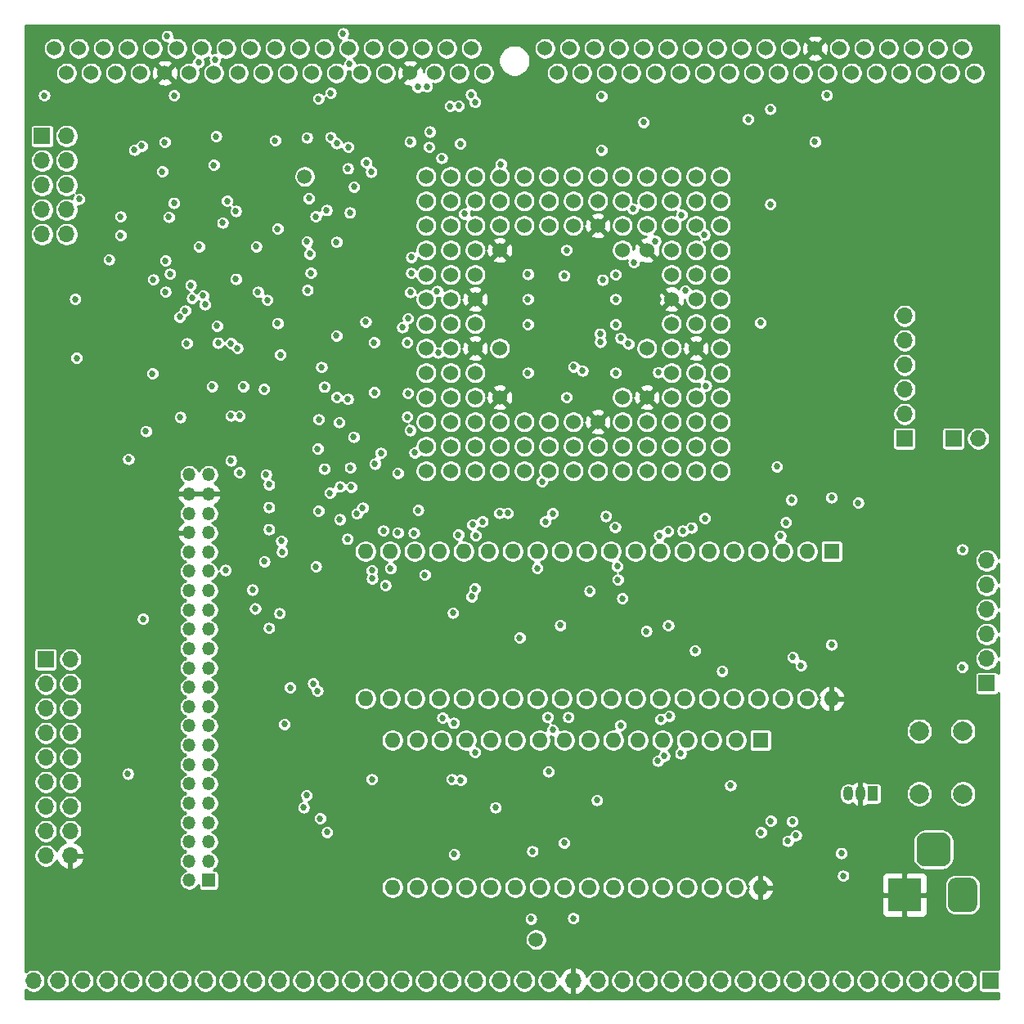
<source format=gbr>
G04 #@! TF.GenerationSoftware,KiCad,Pcbnew,(5.1.5)-3*
G04 #@! TF.CreationDate,2020-06-21T17:55:30-07:00*
G04 #@! TF.ProjectId,CB030 redesign,43423033-3020-4726-9564-657369676e2e,rev?*
G04 #@! TF.SameCoordinates,Original*
G04 #@! TF.FileFunction,Copper,L2,Inr*
G04 #@! TF.FilePolarity,Positive*
%FSLAX46Y46*%
G04 Gerber Fmt 4.6, Leading zero omitted, Abs format (unit mm)*
G04 Created by KiCad (PCBNEW (5.1.5)-3) date 2020-06-21 17:55:30*
%MOMM*%
%LPD*%
G04 APERTURE LIST*
%ADD10O,1.700000X1.700000*%
%ADD11R,1.700000X1.700000*%
%ADD12C,1.524000*%
%ADD13R,1.350000X1.350000*%
%ADD14O,1.350000X1.350000*%
%ADD15R,3.500000X3.500000*%
%ADD16C,0.100000*%
%ADD17C,2.000000*%
%ADD18C,1.500000*%
%ADD19R,1.600000X1.600000*%
%ADD20O,1.600000X1.600000*%
%ADD21O,1.050000X1.500000*%
%ADD22R,1.050000X1.500000*%
%ADD23C,0.685800*%
%ADD24C,0.254000*%
G04 APERTURE END LIST*
D10*
X20320000Y-101600000D03*
X17780000Y-101600000D03*
X20320000Y-99060000D03*
X17780000Y-99060000D03*
X20320000Y-96520000D03*
X17780000Y-96520000D03*
X20320000Y-93980000D03*
X17780000Y-93980000D03*
X20320000Y-91440000D03*
X17780000Y-91440000D03*
X20320000Y-88900000D03*
X17780000Y-88900000D03*
X20320000Y-86360000D03*
X17780000Y-86360000D03*
X20320000Y-83820000D03*
X17780000Y-83820000D03*
X20320000Y-81280000D03*
D11*
X17780000Y-81280000D03*
D10*
X114300000Y-58420000D03*
D11*
X111760000Y-58420000D03*
D12*
X57150000Y-31305500D03*
X57150000Y-33845500D03*
X57150000Y-36385500D03*
X57150000Y-38925500D03*
X57150000Y-41465500D03*
X57150000Y-44005500D03*
X57150000Y-46545500D03*
X57150000Y-49085500D03*
X57150000Y-51625500D03*
X57150000Y-54165500D03*
X57150000Y-56705500D03*
X57150000Y-59245500D03*
X57150000Y-61785500D03*
X59690000Y-31305500D03*
X59690000Y-33845500D03*
X59690000Y-36385500D03*
X59690000Y-38925500D03*
X59690000Y-41465500D03*
X59690000Y-44005500D03*
X59690000Y-46545500D03*
X59690000Y-49085500D03*
X59690000Y-51625500D03*
X59690000Y-54165500D03*
X59690000Y-56705500D03*
X59690000Y-59245500D03*
X59690000Y-61785500D03*
X62230000Y-31305500D03*
X62230000Y-33845500D03*
X62230000Y-36385500D03*
X62230000Y-38925500D03*
X62230000Y-41465500D03*
X62230000Y-44005500D03*
X62230000Y-46545500D03*
X62230000Y-49085500D03*
X62230000Y-51625500D03*
X62230000Y-54165500D03*
X62230000Y-56705500D03*
X62230000Y-59245500D03*
X62230000Y-61785500D03*
X64770000Y-31305500D03*
X64770000Y-33845500D03*
X64770000Y-36385500D03*
X64770000Y-38925500D03*
X64770000Y-49085500D03*
X64770000Y-54165500D03*
X64770000Y-56705500D03*
X64770000Y-59245500D03*
X64770000Y-61785500D03*
X67310000Y-31305500D03*
X67310000Y-33845500D03*
X67310000Y-36385500D03*
X67310000Y-56705500D03*
X67310000Y-59245500D03*
X67310000Y-61785500D03*
X69850000Y-31305500D03*
X69850000Y-33845500D03*
X69850000Y-36385500D03*
X69850000Y-56705500D03*
X69850000Y-59245500D03*
X69850000Y-61785500D03*
X72390000Y-31305500D03*
X72390000Y-33845500D03*
X72390000Y-36385500D03*
X72390000Y-56705500D03*
X72390000Y-59245500D03*
X72390000Y-61785500D03*
X74930000Y-31305500D03*
X74930000Y-33845500D03*
X74930000Y-36385500D03*
X74930000Y-56705500D03*
X74930000Y-59245500D03*
X74930000Y-61785500D03*
X77470000Y-31305500D03*
X77470000Y-33845500D03*
X77470000Y-36385500D03*
X77470000Y-38925500D03*
X77470000Y-54165500D03*
X77470000Y-56705500D03*
X77470000Y-59245500D03*
X77470000Y-61785500D03*
X80010000Y-31305500D03*
X80010000Y-33845500D03*
X80010000Y-36385500D03*
X80010000Y-38925500D03*
X80010000Y-49085500D03*
X80010000Y-54165500D03*
X80010000Y-56705500D03*
X80010000Y-59245500D03*
X80010000Y-61785500D03*
X82550000Y-31305500D03*
X82550000Y-33845500D03*
X82550000Y-36385500D03*
X82550000Y-38925500D03*
X82550000Y-41465500D03*
X82550000Y-44005500D03*
X82550000Y-46545500D03*
X82550000Y-49085500D03*
X82550000Y-51625500D03*
X82550000Y-54165500D03*
X82550000Y-56705500D03*
X82550000Y-59245500D03*
X82550000Y-61785500D03*
X85090000Y-31305500D03*
X85090000Y-33845500D03*
X85090000Y-36385500D03*
X85090000Y-38925500D03*
X85090000Y-41465500D03*
X85090000Y-44005500D03*
X85090000Y-46545500D03*
X85090000Y-49085500D03*
X85090000Y-51625500D03*
X85090000Y-54165500D03*
X85090000Y-56705500D03*
X85090000Y-59245500D03*
X85090000Y-61785500D03*
X87630000Y-31305500D03*
X87630000Y-33845500D03*
X87630000Y-36385500D03*
X87630000Y-38925500D03*
X87630000Y-41465500D03*
X87630000Y-44005500D03*
X87630000Y-46545500D03*
X87630000Y-49085500D03*
X87630000Y-51625500D03*
X87630000Y-54165500D03*
X87630000Y-56705500D03*
X87630000Y-59245500D03*
X87630000Y-61785500D03*
D13*
X34639000Y-104170000D03*
D14*
X32639000Y-104170000D03*
X34639000Y-102170000D03*
X32639000Y-102170000D03*
X34639000Y-100170000D03*
X32639000Y-100170000D03*
X34639000Y-98170000D03*
X32639000Y-98170000D03*
X34639000Y-96170000D03*
X32639000Y-96170000D03*
X34639000Y-94170000D03*
X32639000Y-94170000D03*
X34639000Y-92170000D03*
X32639000Y-92170000D03*
X34639000Y-90170000D03*
X32639000Y-90170000D03*
X34639000Y-88170000D03*
X32639000Y-88170000D03*
X34639000Y-86170000D03*
X32639000Y-86170000D03*
X34639000Y-84170000D03*
X32639000Y-84170000D03*
X34639000Y-82170000D03*
X32639000Y-82170000D03*
X34639000Y-80170000D03*
X32639000Y-80170000D03*
X34639000Y-78170000D03*
X32639000Y-78170000D03*
X34639000Y-76170000D03*
X32639000Y-76170000D03*
X34639000Y-74170000D03*
X32639000Y-74170000D03*
X34639000Y-72170000D03*
X32639000Y-72170000D03*
X34639000Y-70170000D03*
X32639000Y-70170000D03*
X34639000Y-68170000D03*
X32639000Y-68170000D03*
X34639000Y-66170000D03*
X32639000Y-66170000D03*
X34639000Y-64170000D03*
X32639000Y-64170000D03*
X34639000Y-62170000D03*
X32639000Y-62170000D03*
D12*
X18669000Y-18034000D03*
X19939000Y-20574000D03*
X21209000Y-18034000D03*
X22479000Y-20574000D03*
X23749000Y-18034000D03*
X25019000Y-20574000D03*
X26289000Y-18034000D03*
X27559000Y-20574000D03*
X28829000Y-18034000D03*
X30099000Y-20574000D03*
X31369000Y-18034000D03*
X32639000Y-20574000D03*
X33909000Y-18034000D03*
X35179000Y-20574000D03*
X36449000Y-18034000D03*
X37719000Y-20574000D03*
X38989000Y-18034000D03*
X40259000Y-20574000D03*
X41529000Y-18034000D03*
X42799000Y-20574000D03*
X44069000Y-18034000D03*
X45339000Y-20574000D03*
X46609000Y-18034000D03*
X47879000Y-20574000D03*
X49149000Y-18034000D03*
X50419000Y-20574000D03*
X51689000Y-18034000D03*
X52959000Y-20574000D03*
X54229000Y-18034000D03*
X55499000Y-20574000D03*
X56769000Y-18034000D03*
X58039000Y-20574000D03*
X59309000Y-18034000D03*
X60579000Y-20574000D03*
X61849000Y-18034000D03*
X63119000Y-20574000D03*
X69469000Y-18034000D03*
X70739000Y-20574000D03*
X72009000Y-18034000D03*
X73279000Y-20574000D03*
X74549000Y-18034000D03*
X75819000Y-20574000D03*
X77089000Y-18034000D03*
X78359000Y-20574000D03*
X79629000Y-18034000D03*
X80899000Y-20574000D03*
X82169000Y-18034000D03*
X83439000Y-20574000D03*
X84709000Y-18034000D03*
X85979000Y-20574000D03*
X87249000Y-18034000D03*
X88519000Y-20574000D03*
X89789000Y-18034000D03*
X91059000Y-20574000D03*
X92329000Y-18034000D03*
X93599000Y-20574000D03*
X94869000Y-18034000D03*
X96139000Y-20574000D03*
X97409000Y-18034000D03*
X98679000Y-20574000D03*
X99949000Y-18034000D03*
X101219000Y-20574000D03*
X102489000Y-18034000D03*
X103759000Y-20574000D03*
X105029000Y-18034000D03*
X106299000Y-20574000D03*
X107569000Y-18034000D03*
X108839000Y-20574000D03*
X110109000Y-18034000D03*
X111379000Y-20574000D03*
X112649000Y-18034000D03*
X113919000Y-20574000D03*
D11*
X106680000Y-58420000D03*
D10*
X106680000Y-55880000D03*
X106680000Y-53340000D03*
X106680000Y-50800000D03*
X106680000Y-48260000D03*
X106680000Y-45720000D03*
D11*
X115189000Y-83756500D03*
D10*
X115189000Y-81216500D03*
X115189000Y-78676500D03*
X115189000Y-76136500D03*
X115189000Y-73596500D03*
X115189000Y-71056500D03*
D11*
X17399000Y-27114500D03*
D10*
X19939000Y-27114500D03*
X17399000Y-29654500D03*
X19939000Y-29654500D03*
X17399000Y-32194500D03*
X19939000Y-32194500D03*
X17399000Y-34734500D03*
X19939000Y-34734500D03*
X17399000Y-37274500D03*
X19939000Y-37274500D03*
D15*
X106680000Y-105664000D03*
G04 #@! TA.AperFunction,ViaPad*
D16*
G36*
X113503513Y-103917611D02*
G01*
X113576318Y-103928411D01*
X113647714Y-103946295D01*
X113717013Y-103971090D01*
X113783548Y-104002559D01*
X113846678Y-104040398D01*
X113905795Y-104084242D01*
X113960330Y-104133670D01*
X114009758Y-104188205D01*
X114053602Y-104247322D01*
X114091441Y-104310452D01*
X114122910Y-104376987D01*
X114147705Y-104446286D01*
X114165589Y-104517682D01*
X114176389Y-104590487D01*
X114180000Y-104664000D01*
X114180000Y-106664000D01*
X114176389Y-106737513D01*
X114165589Y-106810318D01*
X114147705Y-106881714D01*
X114122910Y-106951013D01*
X114091441Y-107017548D01*
X114053602Y-107080678D01*
X114009758Y-107139795D01*
X113960330Y-107194330D01*
X113905795Y-107243758D01*
X113846678Y-107287602D01*
X113783548Y-107325441D01*
X113717013Y-107356910D01*
X113647714Y-107381705D01*
X113576318Y-107399589D01*
X113503513Y-107410389D01*
X113430000Y-107414000D01*
X111930000Y-107414000D01*
X111856487Y-107410389D01*
X111783682Y-107399589D01*
X111712286Y-107381705D01*
X111642987Y-107356910D01*
X111576452Y-107325441D01*
X111513322Y-107287602D01*
X111454205Y-107243758D01*
X111399670Y-107194330D01*
X111350242Y-107139795D01*
X111306398Y-107080678D01*
X111268559Y-107017548D01*
X111237090Y-106951013D01*
X111212295Y-106881714D01*
X111194411Y-106810318D01*
X111183611Y-106737513D01*
X111180000Y-106664000D01*
X111180000Y-104664000D01*
X111183611Y-104590487D01*
X111194411Y-104517682D01*
X111212295Y-104446286D01*
X111237090Y-104376987D01*
X111268559Y-104310452D01*
X111306398Y-104247322D01*
X111350242Y-104188205D01*
X111399670Y-104133670D01*
X111454205Y-104084242D01*
X111513322Y-104040398D01*
X111576452Y-104002559D01*
X111642987Y-103971090D01*
X111712286Y-103946295D01*
X111783682Y-103928411D01*
X111856487Y-103917611D01*
X111930000Y-103914000D01*
X113430000Y-103914000D01*
X113503513Y-103917611D01*
G37*
G04 #@! TD.AperFunction*
G04 #@! TA.AperFunction,ViaPad*
G36*
X110640765Y-99218213D02*
G01*
X110725704Y-99230813D01*
X110808999Y-99251677D01*
X110889848Y-99280605D01*
X110967472Y-99317319D01*
X111041124Y-99361464D01*
X111110094Y-99412616D01*
X111173718Y-99470282D01*
X111231384Y-99533906D01*
X111282536Y-99602876D01*
X111326681Y-99676528D01*
X111363395Y-99754152D01*
X111392323Y-99835001D01*
X111413187Y-99918296D01*
X111425787Y-100003235D01*
X111430000Y-100089000D01*
X111430000Y-101839000D01*
X111425787Y-101924765D01*
X111413187Y-102009704D01*
X111392323Y-102092999D01*
X111363395Y-102173848D01*
X111326681Y-102251472D01*
X111282536Y-102325124D01*
X111231384Y-102394094D01*
X111173718Y-102457718D01*
X111110094Y-102515384D01*
X111041124Y-102566536D01*
X110967472Y-102610681D01*
X110889848Y-102647395D01*
X110808999Y-102676323D01*
X110725704Y-102697187D01*
X110640765Y-102709787D01*
X110555000Y-102714000D01*
X108805000Y-102714000D01*
X108719235Y-102709787D01*
X108634296Y-102697187D01*
X108551001Y-102676323D01*
X108470152Y-102647395D01*
X108392528Y-102610681D01*
X108318876Y-102566536D01*
X108249906Y-102515384D01*
X108186282Y-102457718D01*
X108128616Y-102394094D01*
X108077464Y-102325124D01*
X108033319Y-102251472D01*
X107996605Y-102173848D01*
X107967677Y-102092999D01*
X107946813Y-102009704D01*
X107934213Y-101924765D01*
X107930000Y-101839000D01*
X107930000Y-100089000D01*
X107934213Y-100003235D01*
X107946813Y-99918296D01*
X107967677Y-99835001D01*
X107996605Y-99754152D01*
X108033319Y-99676528D01*
X108077464Y-99602876D01*
X108128616Y-99533906D01*
X108186282Y-99470282D01*
X108249906Y-99412616D01*
X108318876Y-99361464D01*
X108392528Y-99317319D01*
X108470152Y-99280605D01*
X108551001Y-99251677D01*
X108634296Y-99230813D01*
X108719235Y-99218213D01*
X108805000Y-99214000D01*
X110555000Y-99214000D01*
X110640765Y-99218213D01*
G37*
G04 #@! TD.AperFunction*
D11*
X115570000Y-114554000D03*
D10*
X113030000Y-114554000D03*
X110490000Y-114554000D03*
X107950000Y-114554000D03*
X105410000Y-114554000D03*
X102870000Y-114554000D03*
X100330000Y-114554000D03*
X97790000Y-114554000D03*
X95250000Y-114554000D03*
X92710000Y-114554000D03*
X90170000Y-114554000D03*
X87630000Y-114554000D03*
X85090000Y-114554000D03*
X82550000Y-114554000D03*
X80010000Y-114554000D03*
X77470000Y-114554000D03*
X74930000Y-114554000D03*
X72390000Y-114554000D03*
X69850000Y-114554000D03*
X67310000Y-114554000D03*
X64770000Y-114554000D03*
X62230000Y-114554000D03*
X59690000Y-114554000D03*
X57150000Y-114554000D03*
X54610000Y-114554000D03*
X52070000Y-114554000D03*
X49530000Y-114554000D03*
X46990000Y-114554000D03*
X44450000Y-114554000D03*
X41910000Y-114554000D03*
X39370000Y-114554000D03*
X36830000Y-114554000D03*
X34290000Y-114554000D03*
X31750000Y-114554000D03*
X29210000Y-114554000D03*
X26670000Y-114554000D03*
X24130000Y-114554000D03*
X21590000Y-114554000D03*
X19050000Y-114554000D03*
X16510000Y-114554000D03*
D17*
X108212000Y-88709500D03*
X112712000Y-88709500D03*
X108212000Y-95209500D03*
X112712000Y-95209500D03*
D18*
X44577000Y-31305500D03*
X68516500Y-110300000D03*
D19*
X91757500Y-89662000D03*
D20*
X53657500Y-104902000D03*
X89217500Y-89662000D03*
X56197500Y-104902000D03*
X86677500Y-89662000D03*
X58737500Y-104902000D03*
X84137500Y-89662000D03*
X61277500Y-104902000D03*
X81597500Y-89662000D03*
X63817500Y-104902000D03*
X79057500Y-89662000D03*
X66357500Y-104902000D03*
X76517500Y-89662000D03*
X68897500Y-104902000D03*
X73977500Y-89662000D03*
X71437500Y-104902000D03*
X71437500Y-89662000D03*
X73977500Y-104902000D03*
X68897500Y-89662000D03*
X76517500Y-104902000D03*
X66357500Y-89662000D03*
X79057500Y-104902000D03*
X63817500Y-89662000D03*
X81597500Y-104902000D03*
X61277500Y-89662000D03*
X84137500Y-104902000D03*
X58737500Y-89662000D03*
X86677500Y-104902000D03*
X56197500Y-89662000D03*
X89217500Y-104902000D03*
X53657500Y-89662000D03*
X91757500Y-104902000D03*
D19*
X99123500Y-70104000D03*
D20*
X50863500Y-85344000D03*
X96583500Y-70104000D03*
X53403500Y-85344000D03*
X94043500Y-70104000D03*
X55943500Y-85344000D03*
X91503500Y-70104000D03*
X58483500Y-85344000D03*
X88963500Y-70104000D03*
X61023500Y-85344000D03*
X86423500Y-70104000D03*
X63563500Y-85344000D03*
X83883500Y-70104000D03*
X66103500Y-85344000D03*
X81343500Y-70104000D03*
X68643500Y-85344000D03*
X78803500Y-70104000D03*
X71183500Y-85344000D03*
X76263500Y-70104000D03*
X73723500Y-85344000D03*
X73723500Y-70104000D03*
X76263500Y-85344000D03*
X71183500Y-70104000D03*
X78803500Y-85344000D03*
X68643500Y-70104000D03*
X81343500Y-85344000D03*
X66103500Y-70104000D03*
X83883500Y-85344000D03*
X63563500Y-70104000D03*
X86423500Y-85344000D03*
X61023500Y-70104000D03*
X88963500Y-85344000D03*
X58483500Y-70104000D03*
X91503500Y-85344000D03*
X55943500Y-70104000D03*
X94043500Y-85344000D03*
X53403500Y-70104000D03*
X96583500Y-85344000D03*
X50863500Y-70104000D03*
X99123500Y-85344000D03*
D21*
X102108000Y-95186500D03*
X100838000Y-95186500D03*
D22*
X103378000Y-95186500D03*
D23*
X100140000Y-101346000D03*
X100330000Y-103696000D03*
X30099000Y-27749500D03*
X55499000Y-27686000D03*
X67691000Y-41402000D03*
X67691000Y-44005500D03*
X67691000Y-46609000D03*
X67691000Y-51625500D03*
X71691500Y-54165500D03*
X76771500Y-51625500D03*
X71691500Y-38925500D03*
X76771500Y-41465500D03*
X76771500Y-44005500D03*
X76771500Y-46609000D03*
X40894000Y-67818000D03*
X40894000Y-65532000D03*
X91821000Y-99187000D03*
X99123500Y-79756000D03*
X33655000Y-38544500D03*
X30162500Y-40005000D03*
X39560500Y-38544500D03*
X30162500Y-43243500D03*
X28892500Y-41973500D03*
X31051500Y-34036000D03*
X41787000Y-46486000D03*
X34988500Y-53022500D03*
X28826000Y-51686000D03*
X41783000Y-36703000D03*
X38231000Y-53026500D03*
X37465000Y-41910000D03*
X35623500Y-48514000D03*
X32385000Y-48577500D03*
X97409000Y-27686000D03*
X40894000Y-63182500D03*
X72390000Y-108077000D03*
X40894000Y-78041500D03*
X91757500Y-46418500D03*
X36551100Y-33824500D03*
X20962100Y-50085400D03*
X20826000Y-43981900D03*
X112664000Y-69917400D03*
X112653000Y-82089000D03*
X100330000Y-111188000D03*
X104648000Y-101346000D03*
X19050000Y-108204000D03*
X16510000Y-108204000D03*
X39560500Y-34099500D03*
X33718500Y-34036000D03*
X28829000Y-36703000D03*
X28829000Y-46482000D03*
X41910000Y-41910000D03*
X41910000Y-51752500D03*
X36004500Y-52895500D03*
X32385000Y-53022500D03*
X48450500Y-39560500D03*
X100648000Y-51625500D03*
X96583500Y-59309000D03*
X46355000Y-47688500D03*
X96583500Y-41529000D03*
X81219900Y-44005500D03*
X58420000Y-49538300D03*
X55888000Y-68197200D03*
X45740900Y-71672600D03*
X37451300Y-34877100D03*
X74843900Y-95859800D03*
X70244600Y-88570400D03*
X44476900Y-96605600D03*
X64344300Y-96605600D03*
X36951200Y-48562000D03*
X46841200Y-34786000D03*
X95943300Y-81927000D03*
X49286700Y-61444000D03*
X94960900Y-64767300D03*
X49047700Y-54341500D03*
X45730100Y-35436000D03*
X46012500Y-65907300D03*
X81282600Y-68450200D03*
X99123500Y-64521500D03*
X61953000Y-67316000D03*
X83733100Y-67979700D03*
X37613100Y-49086000D03*
X54226400Y-61999000D03*
X26338200Y-60544300D03*
X60510400Y-23986800D03*
X30337300Y-16762500D03*
X54220300Y-68159900D03*
X27852300Y-77097500D03*
X59642000Y-24000300D03*
X46001300Y-23255500D03*
X35166800Y-30100400D03*
X57211100Y-21997400D03*
X28145600Y-57658400D03*
X52462600Y-59921800D03*
X52729400Y-67964200D03*
X49225800Y-19669200D03*
X61799600Y-22816200D03*
X32207600Y-45186000D03*
X31633900Y-45836000D03*
X34073800Y-43611700D03*
X34261000Y-44540600D03*
X35508200Y-46757300D03*
X36080100Y-36076600D03*
X32783000Y-42545400D03*
X33577800Y-19482800D03*
X35301600Y-19171700D03*
X49040800Y-30469200D03*
X51536500Y-72059700D03*
X52931500Y-73628800D03*
X41518800Y-27571700D03*
X62206900Y-23605900D03*
X47267700Y-22645300D03*
X51764400Y-48479200D03*
X55192500Y-48479200D03*
X39171600Y-74081100D03*
X51569500Y-72926400D03*
X49097600Y-28258200D03*
X57463700Y-28258200D03*
X48540000Y-16507100D03*
X21226400Y-33626200D03*
X32922500Y-43886000D03*
X35407700Y-27135700D03*
X57523800Y-26664000D03*
X56275500Y-22035100D03*
X24323200Y-39888800D03*
X25504900Y-35451400D03*
X29837600Y-30770300D03*
X31056900Y-22898100D03*
X17620000Y-22898100D03*
X53471800Y-71864900D03*
X49007900Y-68823600D03*
X47891600Y-27872500D03*
X79656300Y-25673500D03*
X93464700Y-61327800D03*
X42246500Y-70163400D03*
X42478200Y-88003200D03*
X78538800Y-34635200D03*
X75774900Y-66455500D03*
X69488400Y-67015000D03*
X71036000Y-77748600D03*
X58846500Y-87335300D03*
X93817300Y-68495300D03*
X79940200Y-78357600D03*
X81123700Y-91787400D03*
X90483800Y-25380600D03*
X94389100Y-67095800D03*
X82215600Y-77778300D03*
X81414400Y-87478000D03*
X60007100Y-87872900D03*
X95050000Y-98046300D03*
X98633300Y-22861500D03*
X94585200Y-100076900D03*
X95436300Y-99490600D03*
X95105100Y-81050000D03*
X45891700Y-84535800D03*
X101878800Y-65076300D03*
X45457500Y-83784000D03*
X87794700Y-82498800D03*
X30648100Y-41375500D03*
X27717700Y-28134600D03*
X30522400Y-35487300D03*
X26937000Y-28539800D03*
X25516600Y-37386000D03*
X46037900Y-56448000D03*
X46622700Y-61552000D03*
X76934600Y-71639800D03*
X66835300Y-79032400D03*
X69729300Y-87278600D03*
X71879500Y-87278600D03*
X48144100Y-56735600D03*
X49991400Y-66193000D03*
X65591900Y-66138200D03*
X68647600Y-71837000D03*
X55192400Y-56170300D03*
X62280900Y-68474000D03*
X57022500Y-72537500D03*
X69146700Y-62882600D03*
X31693500Y-56213600D03*
X36385800Y-72049200D03*
X62993900Y-67015000D03*
X55497600Y-57563400D03*
X49656600Y-58253800D03*
X50584400Y-65600000D03*
X64741200Y-66138200D03*
X61860400Y-74791900D03*
X59936400Y-76471300D03*
X62212300Y-90910600D03*
X82324900Y-87150600D03*
X45934100Y-59475000D03*
X48223500Y-66797400D03*
X70253100Y-66162000D03*
X55974400Y-59880500D03*
X56323800Y-65833100D03*
X84617400Y-67648400D03*
X81187000Y-51563800D03*
X82200300Y-68018000D03*
X44874000Y-43053000D03*
X60058400Y-101458300D03*
X46895500Y-99175400D03*
X49275200Y-35040500D03*
X75433300Y-41994900D03*
X77453700Y-74979200D03*
X60742300Y-93770500D03*
X81797900Y-91275100D03*
X77007900Y-73049200D03*
X86122000Y-52962400D03*
X44816900Y-38036000D03*
X92832100Y-98001400D03*
X45215200Y-41286000D03*
X42052500Y-49736000D03*
X41986000Y-76525300D03*
X68000700Y-108154900D03*
X68157500Y-101149700D03*
X88649500Y-94331500D03*
X71423600Y-41560900D03*
X73337300Y-51408400D03*
X55624800Y-39659200D03*
X55506600Y-43275000D03*
X78102100Y-48609200D03*
X54696900Y-46904100D03*
X58284800Y-43162100D03*
X77292100Y-48007200D03*
X83971800Y-43126700D03*
X50887500Y-46332300D03*
X50947800Y-29850300D03*
X58761300Y-29380100D03*
X61106900Y-35155900D03*
X78655300Y-40177800D03*
X80870700Y-37983400D03*
X75308000Y-22963500D03*
X75308000Y-28562800D03*
X83605700Y-35264800D03*
X85959300Y-37335500D03*
X55612700Y-41298100D03*
X72422300Y-50996200D03*
X75157300Y-47581900D03*
X49682900Y-32361100D03*
X51478100Y-30812300D03*
X60683400Y-27892800D03*
X64893000Y-30025600D03*
X92780300Y-24312400D03*
X92780300Y-34173200D03*
X45104600Y-39305300D03*
X47259800Y-27240800D03*
X47878700Y-38083400D03*
X47878700Y-47771100D03*
X75187200Y-48420600D03*
X46317100Y-51036000D03*
X47194000Y-64050400D03*
X46622200Y-53073400D03*
X48249000Y-63400300D03*
X47896200Y-54145800D03*
X49392700Y-63447700D03*
X55278800Y-53740000D03*
X42173200Y-69019700D03*
X40378300Y-53308700D03*
X37828400Y-56072700D03*
X37828400Y-61940400D03*
X40572800Y-62150000D03*
X39457500Y-76028000D03*
X62193600Y-73950200D03*
X60493800Y-68368400D03*
X76717500Y-67586800D03*
X51783100Y-53632000D03*
X51852400Y-61034400D03*
X36938100Y-56061100D03*
X36938100Y-60706000D03*
X55278500Y-45986300D03*
X44801600Y-27266700D03*
X51528600Y-93700800D03*
X59794200Y-93700800D03*
X71437500Y-100272800D03*
X46186800Y-97751500D03*
X45009600Y-33546300D03*
X39740900Y-43236000D03*
X40402500Y-71147800D03*
X86000600Y-66677600D03*
X77274300Y-88110600D03*
X74075700Y-74194400D03*
X43071400Y-84203900D03*
X40717200Y-44085200D03*
X44780700Y-95351700D03*
X83492000Y-91016800D03*
X84994100Y-80358000D03*
X26269100Y-93125300D03*
X69814200Y-92893500D03*
D24*
G36*
X116384000Y-70754277D02*
G01*
X116372693Y-70697431D01*
X116279898Y-70473403D01*
X116145180Y-70271783D01*
X115973717Y-70100320D01*
X115772097Y-69965602D01*
X115548069Y-69872807D01*
X115310243Y-69825500D01*
X115067757Y-69825500D01*
X114829931Y-69872807D01*
X114605903Y-69965602D01*
X114404283Y-70100320D01*
X114232820Y-70271783D01*
X114098102Y-70473403D01*
X114005307Y-70697431D01*
X113958000Y-70935257D01*
X113958000Y-71177743D01*
X114005307Y-71415569D01*
X114098102Y-71639597D01*
X114232820Y-71841217D01*
X114404283Y-72012680D01*
X114605903Y-72147398D01*
X114829931Y-72240193D01*
X115067757Y-72287500D01*
X115310243Y-72287500D01*
X115548069Y-72240193D01*
X115772097Y-72147398D01*
X115973717Y-72012680D01*
X116145180Y-71841217D01*
X116279898Y-71639597D01*
X116372693Y-71415569D01*
X116384000Y-71358723D01*
X116384000Y-73294277D01*
X116372693Y-73237431D01*
X116279898Y-73013403D01*
X116145180Y-72811783D01*
X115973717Y-72640320D01*
X115772097Y-72505602D01*
X115548069Y-72412807D01*
X115310243Y-72365500D01*
X115067757Y-72365500D01*
X114829931Y-72412807D01*
X114605903Y-72505602D01*
X114404283Y-72640320D01*
X114232820Y-72811783D01*
X114098102Y-73013403D01*
X114005307Y-73237431D01*
X113958000Y-73475257D01*
X113958000Y-73717743D01*
X114005307Y-73955569D01*
X114098102Y-74179597D01*
X114232820Y-74381217D01*
X114404283Y-74552680D01*
X114605903Y-74687398D01*
X114829931Y-74780193D01*
X115067757Y-74827500D01*
X115310243Y-74827500D01*
X115548069Y-74780193D01*
X115772097Y-74687398D01*
X115973717Y-74552680D01*
X116145180Y-74381217D01*
X116279898Y-74179597D01*
X116372693Y-73955569D01*
X116384000Y-73898723D01*
X116384000Y-75834277D01*
X116372693Y-75777431D01*
X116279898Y-75553403D01*
X116145180Y-75351783D01*
X115973717Y-75180320D01*
X115772097Y-75045602D01*
X115548069Y-74952807D01*
X115310243Y-74905500D01*
X115067757Y-74905500D01*
X114829931Y-74952807D01*
X114605903Y-75045602D01*
X114404283Y-75180320D01*
X114232820Y-75351783D01*
X114098102Y-75553403D01*
X114005307Y-75777431D01*
X113958000Y-76015257D01*
X113958000Y-76257743D01*
X114005307Y-76495569D01*
X114098102Y-76719597D01*
X114232820Y-76921217D01*
X114404283Y-77092680D01*
X114605903Y-77227398D01*
X114829931Y-77320193D01*
X115067757Y-77367500D01*
X115310243Y-77367500D01*
X115548069Y-77320193D01*
X115772097Y-77227398D01*
X115973717Y-77092680D01*
X116145180Y-76921217D01*
X116279898Y-76719597D01*
X116372693Y-76495569D01*
X116384000Y-76438723D01*
X116384000Y-78374276D01*
X116372693Y-78317431D01*
X116279898Y-78093403D01*
X116145180Y-77891783D01*
X115973717Y-77720320D01*
X115772097Y-77585602D01*
X115548069Y-77492807D01*
X115310243Y-77445500D01*
X115067757Y-77445500D01*
X114829931Y-77492807D01*
X114605903Y-77585602D01*
X114404283Y-77720320D01*
X114232820Y-77891783D01*
X114098102Y-78093403D01*
X114005307Y-78317431D01*
X113958000Y-78555257D01*
X113958000Y-78797743D01*
X114005307Y-79035569D01*
X114098102Y-79259597D01*
X114232820Y-79461217D01*
X114404283Y-79632680D01*
X114605903Y-79767398D01*
X114829931Y-79860193D01*
X115067757Y-79907500D01*
X115310243Y-79907500D01*
X115548069Y-79860193D01*
X115772097Y-79767398D01*
X115973717Y-79632680D01*
X116145180Y-79461217D01*
X116279898Y-79259597D01*
X116372693Y-79035569D01*
X116384000Y-78978724D01*
X116384000Y-80914276D01*
X116372693Y-80857431D01*
X116279898Y-80633403D01*
X116145180Y-80431783D01*
X115973717Y-80260320D01*
X115772097Y-80125602D01*
X115548069Y-80032807D01*
X115310243Y-79985500D01*
X115067757Y-79985500D01*
X114829931Y-80032807D01*
X114605903Y-80125602D01*
X114404283Y-80260320D01*
X114232820Y-80431783D01*
X114098102Y-80633403D01*
X114005307Y-80857431D01*
X113958000Y-81095257D01*
X113958000Y-81337743D01*
X114005307Y-81575569D01*
X114098102Y-81799597D01*
X114232820Y-82001217D01*
X114404283Y-82172680D01*
X114605903Y-82307398D01*
X114829931Y-82400193D01*
X115067757Y-82447500D01*
X115310243Y-82447500D01*
X115548069Y-82400193D01*
X115772097Y-82307398D01*
X115973717Y-82172680D01*
X116145180Y-82001217D01*
X116279898Y-81799597D01*
X116372693Y-81575569D01*
X116384000Y-81518724D01*
X116384000Y-82743715D01*
X116357322Y-82693804D01*
X116309711Y-82635789D01*
X116251696Y-82588178D01*
X116185508Y-82552799D01*
X116113689Y-82531013D01*
X116039000Y-82523657D01*
X114339000Y-82523657D01*
X114264311Y-82531013D01*
X114192492Y-82552799D01*
X114126304Y-82588178D01*
X114068289Y-82635789D01*
X114020678Y-82693804D01*
X113985299Y-82759992D01*
X113963513Y-82831811D01*
X113956157Y-82906500D01*
X113956157Y-84606500D01*
X113963513Y-84681189D01*
X113985299Y-84753008D01*
X114020678Y-84819196D01*
X114068289Y-84877211D01*
X114126304Y-84924822D01*
X114192492Y-84960201D01*
X114264311Y-84981987D01*
X114339000Y-84989343D01*
X116039000Y-84989343D01*
X116113689Y-84981987D01*
X116185508Y-84960201D01*
X116251696Y-84924822D01*
X116309711Y-84877211D01*
X116357322Y-84819196D01*
X116384000Y-84769285D01*
X116384000Y-113321157D01*
X114720000Y-113321157D01*
X114645311Y-113328513D01*
X114573492Y-113350299D01*
X114507304Y-113385678D01*
X114449289Y-113433289D01*
X114401678Y-113491304D01*
X114366299Y-113557492D01*
X114344513Y-113629311D01*
X114337157Y-113704000D01*
X114337157Y-115404000D01*
X114344513Y-115478689D01*
X114366299Y-115550508D01*
X114401678Y-115616696D01*
X114449289Y-115674711D01*
X114507304Y-115722322D01*
X114573492Y-115757701D01*
X114645311Y-115779487D01*
X114720000Y-115786843D01*
X116384000Y-115786843D01*
X116384000Y-116384000D01*
X15696000Y-116384000D01*
X15696000Y-115480897D01*
X15725283Y-115510180D01*
X15926903Y-115644898D01*
X16150931Y-115737693D01*
X16388757Y-115785000D01*
X16631243Y-115785000D01*
X16869069Y-115737693D01*
X17093097Y-115644898D01*
X17294717Y-115510180D01*
X17466180Y-115338717D01*
X17600898Y-115137097D01*
X17693693Y-114913069D01*
X17741000Y-114675243D01*
X17741000Y-114432757D01*
X17819000Y-114432757D01*
X17819000Y-114675243D01*
X17866307Y-114913069D01*
X17959102Y-115137097D01*
X18093820Y-115338717D01*
X18265283Y-115510180D01*
X18466903Y-115644898D01*
X18690931Y-115737693D01*
X18928757Y-115785000D01*
X19171243Y-115785000D01*
X19409069Y-115737693D01*
X19633097Y-115644898D01*
X19834717Y-115510180D01*
X20006180Y-115338717D01*
X20140898Y-115137097D01*
X20233693Y-114913069D01*
X20281000Y-114675243D01*
X20281000Y-114432757D01*
X20359000Y-114432757D01*
X20359000Y-114675243D01*
X20406307Y-114913069D01*
X20499102Y-115137097D01*
X20633820Y-115338717D01*
X20805283Y-115510180D01*
X21006903Y-115644898D01*
X21230931Y-115737693D01*
X21468757Y-115785000D01*
X21711243Y-115785000D01*
X21949069Y-115737693D01*
X22173097Y-115644898D01*
X22374717Y-115510180D01*
X22546180Y-115338717D01*
X22680898Y-115137097D01*
X22773693Y-114913069D01*
X22821000Y-114675243D01*
X22821000Y-114432757D01*
X22899000Y-114432757D01*
X22899000Y-114675243D01*
X22946307Y-114913069D01*
X23039102Y-115137097D01*
X23173820Y-115338717D01*
X23345283Y-115510180D01*
X23546903Y-115644898D01*
X23770931Y-115737693D01*
X24008757Y-115785000D01*
X24251243Y-115785000D01*
X24489069Y-115737693D01*
X24713097Y-115644898D01*
X24914717Y-115510180D01*
X25086180Y-115338717D01*
X25220898Y-115137097D01*
X25313693Y-114913069D01*
X25361000Y-114675243D01*
X25361000Y-114432757D01*
X25439000Y-114432757D01*
X25439000Y-114675243D01*
X25486307Y-114913069D01*
X25579102Y-115137097D01*
X25713820Y-115338717D01*
X25885283Y-115510180D01*
X26086903Y-115644898D01*
X26310931Y-115737693D01*
X26548757Y-115785000D01*
X26791243Y-115785000D01*
X27029069Y-115737693D01*
X27253097Y-115644898D01*
X27454717Y-115510180D01*
X27626180Y-115338717D01*
X27760898Y-115137097D01*
X27853693Y-114913069D01*
X27901000Y-114675243D01*
X27901000Y-114432757D01*
X27979000Y-114432757D01*
X27979000Y-114675243D01*
X28026307Y-114913069D01*
X28119102Y-115137097D01*
X28253820Y-115338717D01*
X28425283Y-115510180D01*
X28626903Y-115644898D01*
X28850931Y-115737693D01*
X29088757Y-115785000D01*
X29331243Y-115785000D01*
X29569069Y-115737693D01*
X29793097Y-115644898D01*
X29994717Y-115510180D01*
X30166180Y-115338717D01*
X30300898Y-115137097D01*
X30393693Y-114913069D01*
X30441000Y-114675243D01*
X30441000Y-114432757D01*
X30519000Y-114432757D01*
X30519000Y-114675243D01*
X30566307Y-114913069D01*
X30659102Y-115137097D01*
X30793820Y-115338717D01*
X30965283Y-115510180D01*
X31166903Y-115644898D01*
X31390931Y-115737693D01*
X31628757Y-115785000D01*
X31871243Y-115785000D01*
X32109069Y-115737693D01*
X32333097Y-115644898D01*
X32534717Y-115510180D01*
X32706180Y-115338717D01*
X32840898Y-115137097D01*
X32933693Y-114913069D01*
X32981000Y-114675243D01*
X32981000Y-114432757D01*
X33059000Y-114432757D01*
X33059000Y-114675243D01*
X33106307Y-114913069D01*
X33199102Y-115137097D01*
X33333820Y-115338717D01*
X33505283Y-115510180D01*
X33706903Y-115644898D01*
X33930931Y-115737693D01*
X34168757Y-115785000D01*
X34411243Y-115785000D01*
X34649069Y-115737693D01*
X34873097Y-115644898D01*
X35074717Y-115510180D01*
X35246180Y-115338717D01*
X35380898Y-115137097D01*
X35473693Y-114913069D01*
X35521000Y-114675243D01*
X35521000Y-114432757D01*
X35599000Y-114432757D01*
X35599000Y-114675243D01*
X35646307Y-114913069D01*
X35739102Y-115137097D01*
X35873820Y-115338717D01*
X36045283Y-115510180D01*
X36246903Y-115644898D01*
X36470931Y-115737693D01*
X36708757Y-115785000D01*
X36951243Y-115785000D01*
X37189069Y-115737693D01*
X37413097Y-115644898D01*
X37614717Y-115510180D01*
X37786180Y-115338717D01*
X37920898Y-115137097D01*
X38013693Y-114913069D01*
X38061000Y-114675243D01*
X38061000Y-114432757D01*
X38139000Y-114432757D01*
X38139000Y-114675243D01*
X38186307Y-114913069D01*
X38279102Y-115137097D01*
X38413820Y-115338717D01*
X38585283Y-115510180D01*
X38786903Y-115644898D01*
X39010931Y-115737693D01*
X39248757Y-115785000D01*
X39491243Y-115785000D01*
X39729069Y-115737693D01*
X39953097Y-115644898D01*
X40154717Y-115510180D01*
X40326180Y-115338717D01*
X40460898Y-115137097D01*
X40553693Y-114913069D01*
X40601000Y-114675243D01*
X40601000Y-114432757D01*
X40679000Y-114432757D01*
X40679000Y-114675243D01*
X40726307Y-114913069D01*
X40819102Y-115137097D01*
X40953820Y-115338717D01*
X41125283Y-115510180D01*
X41326903Y-115644898D01*
X41550931Y-115737693D01*
X41788757Y-115785000D01*
X42031243Y-115785000D01*
X42269069Y-115737693D01*
X42493097Y-115644898D01*
X42694717Y-115510180D01*
X42866180Y-115338717D01*
X43000898Y-115137097D01*
X43093693Y-114913069D01*
X43141000Y-114675243D01*
X43141000Y-114432757D01*
X43219000Y-114432757D01*
X43219000Y-114675243D01*
X43266307Y-114913069D01*
X43359102Y-115137097D01*
X43493820Y-115338717D01*
X43665283Y-115510180D01*
X43866903Y-115644898D01*
X44090931Y-115737693D01*
X44328757Y-115785000D01*
X44571243Y-115785000D01*
X44809069Y-115737693D01*
X45033097Y-115644898D01*
X45234717Y-115510180D01*
X45406180Y-115338717D01*
X45540898Y-115137097D01*
X45633693Y-114913069D01*
X45681000Y-114675243D01*
X45681000Y-114432757D01*
X45759000Y-114432757D01*
X45759000Y-114675243D01*
X45806307Y-114913069D01*
X45899102Y-115137097D01*
X46033820Y-115338717D01*
X46205283Y-115510180D01*
X46406903Y-115644898D01*
X46630931Y-115737693D01*
X46868757Y-115785000D01*
X47111243Y-115785000D01*
X47349069Y-115737693D01*
X47573097Y-115644898D01*
X47774717Y-115510180D01*
X47946180Y-115338717D01*
X48080898Y-115137097D01*
X48173693Y-114913069D01*
X48221000Y-114675243D01*
X48221000Y-114432757D01*
X48299000Y-114432757D01*
X48299000Y-114675243D01*
X48346307Y-114913069D01*
X48439102Y-115137097D01*
X48573820Y-115338717D01*
X48745283Y-115510180D01*
X48946903Y-115644898D01*
X49170931Y-115737693D01*
X49408757Y-115785000D01*
X49651243Y-115785000D01*
X49889069Y-115737693D01*
X50113097Y-115644898D01*
X50314717Y-115510180D01*
X50486180Y-115338717D01*
X50620898Y-115137097D01*
X50713693Y-114913069D01*
X50761000Y-114675243D01*
X50761000Y-114432757D01*
X50839000Y-114432757D01*
X50839000Y-114675243D01*
X50886307Y-114913069D01*
X50979102Y-115137097D01*
X51113820Y-115338717D01*
X51285283Y-115510180D01*
X51486903Y-115644898D01*
X51710931Y-115737693D01*
X51948757Y-115785000D01*
X52191243Y-115785000D01*
X52429069Y-115737693D01*
X52653097Y-115644898D01*
X52854717Y-115510180D01*
X53026180Y-115338717D01*
X53160898Y-115137097D01*
X53253693Y-114913069D01*
X53301000Y-114675243D01*
X53301000Y-114432757D01*
X53379000Y-114432757D01*
X53379000Y-114675243D01*
X53426307Y-114913069D01*
X53519102Y-115137097D01*
X53653820Y-115338717D01*
X53825283Y-115510180D01*
X54026903Y-115644898D01*
X54250931Y-115737693D01*
X54488757Y-115785000D01*
X54731243Y-115785000D01*
X54969069Y-115737693D01*
X55193097Y-115644898D01*
X55394717Y-115510180D01*
X55566180Y-115338717D01*
X55700898Y-115137097D01*
X55793693Y-114913069D01*
X55841000Y-114675243D01*
X55841000Y-114432757D01*
X55919000Y-114432757D01*
X55919000Y-114675243D01*
X55966307Y-114913069D01*
X56059102Y-115137097D01*
X56193820Y-115338717D01*
X56365283Y-115510180D01*
X56566903Y-115644898D01*
X56790931Y-115737693D01*
X57028757Y-115785000D01*
X57271243Y-115785000D01*
X57509069Y-115737693D01*
X57733097Y-115644898D01*
X57934717Y-115510180D01*
X58106180Y-115338717D01*
X58240898Y-115137097D01*
X58333693Y-114913069D01*
X58381000Y-114675243D01*
X58381000Y-114432757D01*
X58459000Y-114432757D01*
X58459000Y-114675243D01*
X58506307Y-114913069D01*
X58599102Y-115137097D01*
X58733820Y-115338717D01*
X58905283Y-115510180D01*
X59106903Y-115644898D01*
X59330931Y-115737693D01*
X59568757Y-115785000D01*
X59811243Y-115785000D01*
X60049069Y-115737693D01*
X60273097Y-115644898D01*
X60474717Y-115510180D01*
X60646180Y-115338717D01*
X60780898Y-115137097D01*
X60873693Y-114913069D01*
X60921000Y-114675243D01*
X60921000Y-114432757D01*
X60999000Y-114432757D01*
X60999000Y-114675243D01*
X61046307Y-114913069D01*
X61139102Y-115137097D01*
X61273820Y-115338717D01*
X61445283Y-115510180D01*
X61646903Y-115644898D01*
X61870931Y-115737693D01*
X62108757Y-115785000D01*
X62351243Y-115785000D01*
X62589069Y-115737693D01*
X62813097Y-115644898D01*
X63014717Y-115510180D01*
X63186180Y-115338717D01*
X63320898Y-115137097D01*
X63413693Y-114913069D01*
X63461000Y-114675243D01*
X63461000Y-114432757D01*
X63539000Y-114432757D01*
X63539000Y-114675243D01*
X63586307Y-114913069D01*
X63679102Y-115137097D01*
X63813820Y-115338717D01*
X63985283Y-115510180D01*
X64186903Y-115644898D01*
X64410931Y-115737693D01*
X64648757Y-115785000D01*
X64891243Y-115785000D01*
X65129069Y-115737693D01*
X65353097Y-115644898D01*
X65554717Y-115510180D01*
X65726180Y-115338717D01*
X65860898Y-115137097D01*
X65953693Y-114913069D01*
X66001000Y-114675243D01*
X66001000Y-114432757D01*
X66079000Y-114432757D01*
X66079000Y-114675243D01*
X66126307Y-114913069D01*
X66219102Y-115137097D01*
X66353820Y-115338717D01*
X66525283Y-115510180D01*
X66726903Y-115644898D01*
X66950931Y-115737693D01*
X67188757Y-115785000D01*
X67431243Y-115785000D01*
X67669069Y-115737693D01*
X67893097Y-115644898D01*
X68094717Y-115510180D01*
X68266180Y-115338717D01*
X68400898Y-115137097D01*
X68493693Y-114913069D01*
X68541000Y-114675243D01*
X68541000Y-114432757D01*
X68619000Y-114432757D01*
X68619000Y-114675243D01*
X68666307Y-114913069D01*
X68759102Y-115137097D01*
X68893820Y-115338717D01*
X69065283Y-115510180D01*
X69266903Y-115644898D01*
X69490931Y-115737693D01*
X69728757Y-115785000D01*
X69971243Y-115785000D01*
X70209069Y-115737693D01*
X70433097Y-115644898D01*
X70634717Y-115510180D01*
X70806180Y-115338717D01*
X70940898Y-115137097D01*
X70988228Y-115022832D01*
X71045843Y-115185252D01*
X71194822Y-115435355D01*
X71389731Y-115651588D01*
X71623080Y-115825641D01*
X71885901Y-115950825D01*
X72033110Y-115995476D01*
X72263000Y-115874155D01*
X72263000Y-114681000D01*
X72243000Y-114681000D01*
X72243000Y-114427000D01*
X72263000Y-114427000D01*
X72263000Y-113233845D01*
X72517000Y-113233845D01*
X72517000Y-114427000D01*
X72537000Y-114427000D01*
X72537000Y-114681000D01*
X72517000Y-114681000D01*
X72517000Y-115874155D01*
X72746890Y-115995476D01*
X72894099Y-115950825D01*
X73156920Y-115825641D01*
X73390269Y-115651588D01*
X73585178Y-115435355D01*
X73734157Y-115185252D01*
X73791772Y-115022832D01*
X73839102Y-115137097D01*
X73973820Y-115338717D01*
X74145283Y-115510180D01*
X74346903Y-115644898D01*
X74570931Y-115737693D01*
X74808757Y-115785000D01*
X75051243Y-115785000D01*
X75289069Y-115737693D01*
X75513097Y-115644898D01*
X75714717Y-115510180D01*
X75886180Y-115338717D01*
X76020898Y-115137097D01*
X76113693Y-114913069D01*
X76161000Y-114675243D01*
X76161000Y-114432757D01*
X76239000Y-114432757D01*
X76239000Y-114675243D01*
X76286307Y-114913069D01*
X76379102Y-115137097D01*
X76513820Y-115338717D01*
X76685283Y-115510180D01*
X76886903Y-115644898D01*
X77110931Y-115737693D01*
X77348757Y-115785000D01*
X77591243Y-115785000D01*
X77829069Y-115737693D01*
X78053097Y-115644898D01*
X78254717Y-115510180D01*
X78426180Y-115338717D01*
X78560898Y-115137097D01*
X78653693Y-114913069D01*
X78701000Y-114675243D01*
X78701000Y-114432757D01*
X78779000Y-114432757D01*
X78779000Y-114675243D01*
X78826307Y-114913069D01*
X78919102Y-115137097D01*
X79053820Y-115338717D01*
X79225283Y-115510180D01*
X79426903Y-115644898D01*
X79650931Y-115737693D01*
X79888757Y-115785000D01*
X80131243Y-115785000D01*
X80369069Y-115737693D01*
X80593097Y-115644898D01*
X80794717Y-115510180D01*
X80966180Y-115338717D01*
X81100898Y-115137097D01*
X81193693Y-114913069D01*
X81241000Y-114675243D01*
X81241000Y-114432757D01*
X81319000Y-114432757D01*
X81319000Y-114675243D01*
X81366307Y-114913069D01*
X81459102Y-115137097D01*
X81593820Y-115338717D01*
X81765283Y-115510180D01*
X81966903Y-115644898D01*
X82190931Y-115737693D01*
X82428757Y-115785000D01*
X82671243Y-115785000D01*
X82909069Y-115737693D01*
X83133097Y-115644898D01*
X83334717Y-115510180D01*
X83506180Y-115338717D01*
X83640898Y-115137097D01*
X83733693Y-114913069D01*
X83781000Y-114675243D01*
X83781000Y-114432757D01*
X83859000Y-114432757D01*
X83859000Y-114675243D01*
X83906307Y-114913069D01*
X83999102Y-115137097D01*
X84133820Y-115338717D01*
X84305283Y-115510180D01*
X84506903Y-115644898D01*
X84730931Y-115737693D01*
X84968757Y-115785000D01*
X85211243Y-115785000D01*
X85449069Y-115737693D01*
X85673097Y-115644898D01*
X85874717Y-115510180D01*
X86046180Y-115338717D01*
X86180898Y-115137097D01*
X86273693Y-114913069D01*
X86321000Y-114675243D01*
X86321000Y-114432757D01*
X86399000Y-114432757D01*
X86399000Y-114675243D01*
X86446307Y-114913069D01*
X86539102Y-115137097D01*
X86673820Y-115338717D01*
X86845283Y-115510180D01*
X87046903Y-115644898D01*
X87270931Y-115737693D01*
X87508757Y-115785000D01*
X87751243Y-115785000D01*
X87989069Y-115737693D01*
X88213097Y-115644898D01*
X88414717Y-115510180D01*
X88586180Y-115338717D01*
X88720898Y-115137097D01*
X88813693Y-114913069D01*
X88861000Y-114675243D01*
X88861000Y-114432757D01*
X88939000Y-114432757D01*
X88939000Y-114675243D01*
X88986307Y-114913069D01*
X89079102Y-115137097D01*
X89213820Y-115338717D01*
X89385283Y-115510180D01*
X89586903Y-115644898D01*
X89810931Y-115737693D01*
X90048757Y-115785000D01*
X90291243Y-115785000D01*
X90529069Y-115737693D01*
X90753097Y-115644898D01*
X90954717Y-115510180D01*
X91126180Y-115338717D01*
X91260898Y-115137097D01*
X91353693Y-114913069D01*
X91401000Y-114675243D01*
X91401000Y-114432757D01*
X91479000Y-114432757D01*
X91479000Y-114675243D01*
X91526307Y-114913069D01*
X91619102Y-115137097D01*
X91753820Y-115338717D01*
X91925283Y-115510180D01*
X92126903Y-115644898D01*
X92350931Y-115737693D01*
X92588757Y-115785000D01*
X92831243Y-115785000D01*
X93069069Y-115737693D01*
X93293097Y-115644898D01*
X93494717Y-115510180D01*
X93666180Y-115338717D01*
X93800898Y-115137097D01*
X93893693Y-114913069D01*
X93941000Y-114675243D01*
X93941000Y-114432757D01*
X94019000Y-114432757D01*
X94019000Y-114675243D01*
X94066307Y-114913069D01*
X94159102Y-115137097D01*
X94293820Y-115338717D01*
X94465283Y-115510180D01*
X94666903Y-115644898D01*
X94890931Y-115737693D01*
X95128757Y-115785000D01*
X95371243Y-115785000D01*
X95609069Y-115737693D01*
X95833097Y-115644898D01*
X96034717Y-115510180D01*
X96206180Y-115338717D01*
X96340898Y-115137097D01*
X96433693Y-114913069D01*
X96481000Y-114675243D01*
X96481000Y-114432757D01*
X96559000Y-114432757D01*
X96559000Y-114675243D01*
X96606307Y-114913069D01*
X96699102Y-115137097D01*
X96833820Y-115338717D01*
X97005283Y-115510180D01*
X97206903Y-115644898D01*
X97430931Y-115737693D01*
X97668757Y-115785000D01*
X97911243Y-115785000D01*
X98149069Y-115737693D01*
X98373097Y-115644898D01*
X98574717Y-115510180D01*
X98746180Y-115338717D01*
X98880898Y-115137097D01*
X98973693Y-114913069D01*
X99021000Y-114675243D01*
X99021000Y-114432757D01*
X99099000Y-114432757D01*
X99099000Y-114675243D01*
X99146307Y-114913069D01*
X99239102Y-115137097D01*
X99373820Y-115338717D01*
X99545283Y-115510180D01*
X99746903Y-115644898D01*
X99970931Y-115737693D01*
X100208757Y-115785000D01*
X100451243Y-115785000D01*
X100689069Y-115737693D01*
X100913097Y-115644898D01*
X101114717Y-115510180D01*
X101286180Y-115338717D01*
X101420898Y-115137097D01*
X101513693Y-114913069D01*
X101561000Y-114675243D01*
X101561000Y-114432757D01*
X101639000Y-114432757D01*
X101639000Y-114675243D01*
X101686307Y-114913069D01*
X101779102Y-115137097D01*
X101913820Y-115338717D01*
X102085283Y-115510180D01*
X102286903Y-115644898D01*
X102510931Y-115737693D01*
X102748757Y-115785000D01*
X102991243Y-115785000D01*
X103229069Y-115737693D01*
X103453097Y-115644898D01*
X103654717Y-115510180D01*
X103826180Y-115338717D01*
X103960898Y-115137097D01*
X104053693Y-114913069D01*
X104101000Y-114675243D01*
X104101000Y-114432757D01*
X104179000Y-114432757D01*
X104179000Y-114675243D01*
X104226307Y-114913069D01*
X104319102Y-115137097D01*
X104453820Y-115338717D01*
X104625283Y-115510180D01*
X104826903Y-115644898D01*
X105050931Y-115737693D01*
X105288757Y-115785000D01*
X105531243Y-115785000D01*
X105769069Y-115737693D01*
X105993097Y-115644898D01*
X106194717Y-115510180D01*
X106366180Y-115338717D01*
X106500898Y-115137097D01*
X106593693Y-114913069D01*
X106641000Y-114675243D01*
X106641000Y-114432757D01*
X106719000Y-114432757D01*
X106719000Y-114675243D01*
X106766307Y-114913069D01*
X106859102Y-115137097D01*
X106993820Y-115338717D01*
X107165283Y-115510180D01*
X107366903Y-115644898D01*
X107590931Y-115737693D01*
X107828757Y-115785000D01*
X108071243Y-115785000D01*
X108309069Y-115737693D01*
X108533097Y-115644898D01*
X108734717Y-115510180D01*
X108906180Y-115338717D01*
X109040898Y-115137097D01*
X109133693Y-114913069D01*
X109181000Y-114675243D01*
X109181000Y-114432757D01*
X109259000Y-114432757D01*
X109259000Y-114675243D01*
X109306307Y-114913069D01*
X109399102Y-115137097D01*
X109533820Y-115338717D01*
X109705283Y-115510180D01*
X109906903Y-115644898D01*
X110130931Y-115737693D01*
X110368757Y-115785000D01*
X110611243Y-115785000D01*
X110849069Y-115737693D01*
X111073097Y-115644898D01*
X111274717Y-115510180D01*
X111446180Y-115338717D01*
X111580898Y-115137097D01*
X111673693Y-114913069D01*
X111721000Y-114675243D01*
X111721000Y-114432757D01*
X111799000Y-114432757D01*
X111799000Y-114675243D01*
X111846307Y-114913069D01*
X111939102Y-115137097D01*
X112073820Y-115338717D01*
X112245283Y-115510180D01*
X112446903Y-115644898D01*
X112670931Y-115737693D01*
X112908757Y-115785000D01*
X113151243Y-115785000D01*
X113389069Y-115737693D01*
X113613097Y-115644898D01*
X113814717Y-115510180D01*
X113986180Y-115338717D01*
X114120898Y-115137097D01*
X114213693Y-114913069D01*
X114261000Y-114675243D01*
X114261000Y-114432757D01*
X114213693Y-114194931D01*
X114120898Y-113970903D01*
X113986180Y-113769283D01*
X113814717Y-113597820D01*
X113613097Y-113463102D01*
X113389069Y-113370307D01*
X113151243Y-113323000D01*
X112908757Y-113323000D01*
X112670931Y-113370307D01*
X112446903Y-113463102D01*
X112245283Y-113597820D01*
X112073820Y-113769283D01*
X111939102Y-113970903D01*
X111846307Y-114194931D01*
X111799000Y-114432757D01*
X111721000Y-114432757D01*
X111673693Y-114194931D01*
X111580898Y-113970903D01*
X111446180Y-113769283D01*
X111274717Y-113597820D01*
X111073097Y-113463102D01*
X110849069Y-113370307D01*
X110611243Y-113323000D01*
X110368757Y-113323000D01*
X110130931Y-113370307D01*
X109906903Y-113463102D01*
X109705283Y-113597820D01*
X109533820Y-113769283D01*
X109399102Y-113970903D01*
X109306307Y-114194931D01*
X109259000Y-114432757D01*
X109181000Y-114432757D01*
X109133693Y-114194931D01*
X109040898Y-113970903D01*
X108906180Y-113769283D01*
X108734717Y-113597820D01*
X108533097Y-113463102D01*
X108309069Y-113370307D01*
X108071243Y-113323000D01*
X107828757Y-113323000D01*
X107590931Y-113370307D01*
X107366903Y-113463102D01*
X107165283Y-113597820D01*
X106993820Y-113769283D01*
X106859102Y-113970903D01*
X106766307Y-114194931D01*
X106719000Y-114432757D01*
X106641000Y-114432757D01*
X106593693Y-114194931D01*
X106500898Y-113970903D01*
X106366180Y-113769283D01*
X106194717Y-113597820D01*
X105993097Y-113463102D01*
X105769069Y-113370307D01*
X105531243Y-113323000D01*
X105288757Y-113323000D01*
X105050931Y-113370307D01*
X104826903Y-113463102D01*
X104625283Y-113597820D01*
X104453820Y-113769283D01*
X104319102Y-113970903D01*
X104226307Y-114194931D01*
X104179000Y-114432757D01*
X104101000Y-114432757D01*
X104053693Y-114194931D01*
X103960898Y-113970903D01*
X103826180Y-113769283D01*
X103654717Y-113597820D01*
X103453097Y-113463102D01*
X103229069Y-113370307D01*
X102991243Y-113323000D01*
X102748757Y-113323000D01*
X102510931Y-113370307D01*
X102286903Y-113463102D01*
X102085283Y-113597820D01*
X101913820Y-113769283D01*
X101779102Y-113970903D01*
X101686307Y-114194931D01*
X101639000Y-114432757D01*
X101561000Y-114432757D01*
X101513693Y-114194931D01*
X101420898Y-113970903D01*
X101286180Y-113769283D01*
X101114717Y-113597820D01*
X100913097Y-113463102D01*
X100689069Y-113370307D01*
X100451243Y-113323000D01*
X100208757Y-113323000D01*
X99970931Y-113370307D01*
X99746903Y-113463102D01*
X99545283Y-113597820D01*
X99373820Y-113769283D01*
X99239102Y-113970903D01*
X99146307Y-114194931D01*
X99099000Y-114432757D01*
X99021000Y-114432757D01*
X98973693Y-114194931D01*
X98880898Y-113970903D01*
X98746180Y-113769283D01*
X98574717Y-113597820D01*
X98373097Y-113463102D01*
X98149069Y-113370307D01*
X97911243Y-113323000D01*
X97668757Y-113323000D01*
X97430931Y-113370307D01*
X97206903Y-113463102D01*
X97005283Y-113597820D01*
X96833820Y-113769283D01*
X96699102Y-113970903D01*
X96606307Y-114194931D01*
X96559000Y-114432757D01*
X96481000Y-114432757D01*
X96433693Y-114194931D01*
X96340898Y-113970903D01*
X96206180Y-113769283D01*
X96034717Y-113597820D01*
X95833097Y-113463102D01*
X95609069Y-113370307D01*
X95371243Y-113323000D01*
X95128757Y-113323000D01*
X94890931Y-113370307D01*
X94666903Y-113463102D01*
X94465283Y-113597820D01*
X94293820Y-113769283D01*
X94159102Y-113970903D01*
X94066307Y-114194931D01*
X94019000Y-114432757D01*
X93941000Y-114432757D01*
X93893693Y-114194931D01*
X93800898Y-113970903D01*
X93666180Y-113769283D01*
X93494717Y-113597820D01*
X93293097Y-113463102D01*
X93069069Y-113370307D01*
X92831243Y-113323000D01*
X92588757Y-113323000D01*
X92350931Y-113370307D01*
X92126903Y-113463102D01*
X91925283Y-113597820D01*
X91753820Y-113769283D01*
X91619102Y-113970903D01*
X91526307Y-114194931D01*
X91479000Y-114432757D01*
X91401000Y-114432757D01*
X91353693Y-114194931D01*
X91260898Y-113970903D01*
X91126180Y-113769283D01*
X90954717Y-113597820D01*
X90753097Y-113463102D01*
X90529069Y-113370307D01*
X90291243Y-113323000D01*
X90048757Y-113323000D01*
X89810931Y-113370307D01*
X89586903Y-113463102D01*
X89385283Y-113597820D01*
X89213820Y-113769283D01*
X89079102Y-113970903D01*
X88986307Y-114194931D01*
X88939000Y-114432757D01*
X88861000Y-114432757D01*
X88813693Y-114194931D01*
X88720898Y-113970903D01*
X88586180Y-113769283D01*
X88414717Y-113597820D01*
X88213097Y-113463102D01*
X87989069Y-113370307D01*
X87751243Y-113323000D01*
X87508757Y-113323000D01*
X87270931Y-113370307D01*
X87046903Y-113463102D01*
X86845283Y-113597820D01*
X86673820Y-113769283D01*
X86539102Y-113970903D01*
X86446307Y-114194931D01*
X86399000Y-114432757D01*
X86321000Y-114432757D01*
X86273693Y-114194931D01*
X86180898Y-113970903D01*
X86046180Y-113769283D01*
X85874717Y-113597820D01*
X85673097Y-113463102D01*
X85449069Y-113370307D01*
X85211243Y-113323000D01*
X84968757Y-113323000D01*
X84730931Y-113370307D01*
X84506903Y-113463102D01*
X84305283Y-113597820D01*
X84133820Y-113769283D01*
X83999102Y-113970903D01*
X83906307Y-114194931D01*
X83859000Y-114432757D01*
X83781000Y-114432757D01*
X83733693Y-114194931D01*
X83640898Y-113970903D01*
X83506180Y-113769283D01*
X83334717Y-113597820D01*
X83133097Y-113463102D01*
X82909069Y-113370307D01*
X82671243Y-113323000D01*
X82428757Y-113323000D01*
X82190931Y-113370307D01*
X81966903Y-113463102D01*
X81765283Y-113597820D01*
X81593820Y-113769283D01*
X81459102Y-113970903D01*
X81366307Y-114194931D01*
X81319000Y-114432757D01*
X81241000Y-114432757D01*
X81193693Y-114194931D01*
X81100898Y-113970903D01*
X80966180Y-113769283D01*
X80794717Y-113597820D01*
X80593097Y-113463102D01*
X80369069Y-113370307D01*
X80131243Y-113323000D01*
X79888757Y-113323000D01*
X79650931Y-113370307D01*
X79426903Y-113463102D01*
X79225283Y-113597820D01*
X79053820Y-113769283D01*
X78919102Y-113970903D01*
X78826307Y-114194931D01*
X78779000Y-114432757D01*
X78701000Y-114432757D01*
X78653693Y-114194931D01*
X78560898Y-113970903D01*
X78426180Y-113769283D01*
X78254717Y-113597820D01*
X78053097Y-113463102D01*
X77829069Y-113370307D01*
X77591243Y-113323000D01*
X77348757Y-113323000D01*
X77110931Y-113370307D01*
X76886903Y-113463102D01*
X76685283Y-113597820D01*
X76513820Y-113769283D01*
X76379102Y-113970903D01*
X76286307Y-114194931D01*
X76239000Y-114432757D01*
X76161000Y-114432757D01*
X76113693Y-114194931D01*
X76020898Y-113970903D01*
X75886180Y-113769283D01*
X75714717Y-113597820D01*
X75513097Y-113463102D01*
X75289069Y-113370307D01*
X75051243Y-113323000D01*
X74808757Y-113323000D01*
X74570931Y-113370307D01*
X74346903Y-113463102D01*
X74145283Y-113597820D01*
X73973820Y-113769283D01*
X73839102Y-113970903D01*
X73791772Y-114085168D01*
X73734157Y-113922748D01*
X73585178Y-113672645D01*
X73390269Y-113456412D01*
X73156920Y-113282359D01*
X72894099Y-113157175D01*
X72746890Y-113112524D01*
X72517000Y-113233845D01*
X72263000Y-113233845D01*
X72033110Y-113112524D01*
X71885901Y-113157175D01*
X71623080Y-113282359D01*
X71389731Y-113456412D01*
X71194822Y-113672645D01*
X71045843Y-113922748D01*
X70988228Y-114085168D01*
X70940898Y-113970903D01*
X70806180Y-113769283D01*
X70634717Y-113597820D01*
X70433097Y-113463102D01*
X70209069Y-113370307D01*
X69971243Y-113323000D01*
X69728757Y-113323000D01*
X69490931Y-113370307D01*
X69266903Y-113463102D01*
X69065283Y-113597820D01*
X68893820Y-113769283D01*
X68759102Y-113970903D01*
X68666307Y-114194931D01*
X68619000Y-114432757D01*
X68541000Y-114432757D01*
X68493693Y-114194931D01*
X68400898Y-113970903D01*
X68266180Y-113769283D01*
X68094717Y-113597820D01*
X67893097Y-113463102D01*
X67669069Y-113370307D01*
X67431243Y-113323000D01*
X67188757Y-113323000D01*
X66950931Y-113370307D01*
X66726903Y-113463102D01*
X66525283Y-113597820D01*
X66353820Y-113769283D01*
X66219102Y-113970903D01*
X66126307Y-114194931D01*
X66079000Y-114432757D01*
X66001000Y-114432757D01*
X65953693Y-114194931D01*
X65860898Y-113970903D01*
X65726180Y-113769283D01*
X65554717Y-113597820D01*
X65353097Y-113463102D01*
X65129069Y-113370307D01*
X64891243Y-113323000D01*
X64648757Y-113323000D01*
X64410931Y-113370307D01*
X64186903Y-113463102D01*
X63985283Y-113597820D01*
X63813820Y-113769283D01*
X63679102Y-113970903D01*
X63586307Y-114194931D01*
X63539000Y-114432757D01*
X63461000Y-114432757D01*
X63413693Y-114194931D01*
X63320898Y-113970903D01*
X63186180Y-113769283D01*
X63014717Y-113597820D01*
X62813097Y-113463102D01*
X62589069Y-113370307D01*
X62351243Y-113323000D01*
X62108757Y-113323000D01*
X61870931Y-113370307D01*
X61646903Y-113463102D01*
X61445283Y-113597820D01*
X61273820Y-113769283D01*
X61139102Y-113970903D01*
X61046307Y-114194931D01*
X60999000Y-114432757D01*
X60921000Y-114432757D01*
X60873693Y-114194931D01*
X60780898Y-113970903D01*
X60646180Y-113769283D01*
X60474717Y-113597820D01*
X60273097Y-113463102D01*
X60049069Y-113370307D01*
X59811243Y-113323000D01*
X59568757Y-113323000D01*
X59330931Y-113370307D01*
X59106903Y-113463102D01*
X58905283Y-113597820D01*
X58733820Y-113769283D01*
X58599102Y-113970903D01*
X58506307Y-114194931D01*
X58459000Y-114432757D01*
X58381000Y-114432757D01*
X58333693Y-114194931D01*
X58240898Y-113970903D01*
X58106180Y-113769283D01*
X57934717Y-113597820D01*
X57733097Y-113463102D01*
X57509069Y-113370307D01*
X57271243Y-113323000D01*
X57028757Y-113323000D01*
X56790931Y-113370307D01*
X56566903Y-113463102D01*
X56365283Y-113597820D01*
X56193820Y-113769283D01*
X56059102Y-113970903D01*
X55966307Y-114194931D01*
X55919000Y-114432757D01*
X55841000Y-114432757D01*
X55793693Y-114194931D01*
X55700898Y-113970903D01*
X55566180Y-113769283D01*
X55394717Y-113597820D01*
X55193097Y-113463102D01*
X54969069Y-113370307D01*
X54731243Y-113323000D01*
X54488757Y-113323000D01*
X54250931Y-113370307D01*
X54026903Y-113463102D01*
X53825283Y-113597820D01*
X53653820Y-113769283D01*
X53519102Y-113970903D01*
X53426307Y-114194931D01*
X53379000Y-114432757D01*
X53301000Y-114432757D01*
X53253693Y-114194931D01*
X53160898Y-113970903D01*
X53026180Y-113769283D01*
X52854717Y-113597820D01*
X52653097Y-113463102D01*
X52429069Y-113370307D01*
X52191243Y-113323000D01*
X51948757Y-113323000D01*
X51710931Y-113370307D01*
X51486903Y-113463102D01*
X51285283Y-113597820D01*
X51113820Y-113769283D01*
X50979102Y-113970903D01*
X50886307Y-114194931D01*
X50839000Y-114432757D01*
X50761000Y-114432757D01*
X50713693Y-114194931D01*
X50620898Y-113970903D01*
X50486180Y-113769283D01*
X50314717Y-113597820D01*
X50113097Y-113463102D01*
X49889069Y-113370307D01*
X49651243Y-113323000D01*
X49408757Y-113323000D01*
X49170931Y-113370307D01*
X48946903Y-113463102D01*
X48745283Y-113597820D01*
X48573820Y-113769283D01*
X48439102Y-113970903D01*
X48346307Y-114194931D01*
X48299000Y-114432757D01*
X48221000Y-114432757D01*
X48173693Y-114194931D01*
X48080898Y-113970903D01*
X47946180Y-113769283D01*
X47774717Y-113597820D01*
X47573097Y-113463102D01*
X47349069Y-113370307D01*
X47111243Y-113323000D01*
X46868757Y-113323000D01*
X46630931Y-113370307D01*
X46406903Y-113463102D01*
X46205283Y-113597820D01*
X46033820Y-113769283D01*
X45899102Y-113970903D01*
X45806307Y-114194931D01*
X45759000Y-114432757D01*
X45681000Y-114432757D01*
X45633693Y-114194931D01*
X45540898Y-113970903D01*
X45406180Y-113769283D01*
X45234717Y-113597820D01*
X45033097Y-113463102D01*
X44809069Y-113370307D01*
X44571243Y-113323000D01*
X44328757Y-113323000D01*
X44090931Y-113370307D01*
X43866903Y-113463102D01*
X43665283Y-113597820D01*
X43493820Y-113769283D01*
X43359102Y-113970903D01*
X43266307Y-114194931D01*
X43219000Y-114432757D01*
X43141000Y-114432757D01*
X43093693Y-114194931D01*
X43000898Y-113970903D01*
X42866180Y-113769283D01*
X42694717Y-113597820D01*
X42493097Y-113463102D01*
X42269069Y-113370307D01*
X42031243Y-113323000D01*
X41788757Y-113323000D01*
X41550931Y-113370307D01*
X41326903Y-113463102D01*
X41125283Y-113597820D01*
X40953820Y-113769283D01*
X40819102Y-113970903D01*
X40726307Y-114194931D01*
X40679000Y-114432757D01*
X40601000Y-114432757D01*
X40553693Y-114194931D01*
X40460898Y-113970903D01*
X40326180Y-113769283D01*
X40154717Y-113597820D01*
X39953097Y-113463102D01*
X39729069Y-113370307D01*
X39491243Y-113323000D01*
X39248757Y-113323000D01*
X39010931Y-113370307D01*
X38786903Y-113463102D01*
X38585283Y-113597820D01*
X38413820Y-113769283D01*
X38279102Y-113970903D01*
X38186307Y-114194931D01*
X38139000Y-114432757D01*
X38061000Y-114432757D01*
X38013693Y-114194931D01*
X37920898Y-113970903D01*
X37786180Y-113769283D01*
X37614717Y-113597820D01*
X37413097Y-113463102D01*
X37189069Y-113370307D01*
X36951243Y-113323000D01*
X36708757Y-113323000D01*
X36470931Y-113370307D01*
X36246903Y-113463102D01*
X36045283Y-113597820D01*
X35873820Y-113769283D01*
X35739102Y-113970903D01*
X35646307Y-114194931D01*
X35599000Y-114432757D01*
X35521000Y-114432757D01*
X35473693Y-114194931D01*
X35380898Y-113970903D01*
X35246180Y-113769283D01*
X35074717Y-113597820D01*
X34873097Y-113463102D01*
X34649069Y-113370307D01*
X34411243Y-113323000D01*
X34168757Y-113323000D01*
X33930931Y-113370307D01*
X33706903Y-113463102D01*
X33505283Y-113597820D01*
X33333820Y-113769283D01*
X33199102Y-113970903D01*
X33106307Y-114194931D01*
X33059000Y-114432757D01*
X32981000Y-114432757D01*
X32933693Y-114194931D01*
X32840898Y-113970903D01*
X32706180Y-113769283D01*
X32534717Y-113597820D01*
X32333097Y-113463102D01*
X32109069Y-113370307D01*
X31871243Y-113323000D01*
X31628757Y-113323000D01*
X31390931Y-113370307D01*
X31166903Y-113463102D01*
X30965283Y-113597820D01*
X30793820Y-113769283D01*
X30659102Y-113970903D01*
X30566307Y-114194931D01*
X30519000Y-114432757D01*
X30441000Y-114432757D01*
X30393693Y-114194931D01*
X30300898Y-113970903D01*
X30166180Y-113769283D01*
X29994717Y-113597820D01*
X29793097Y-113463102D01*
X29569069Y-113370307D01*
X29331243Y-113323000D01*
X29088757Y-113323000D01*
X28850931Y-113370307D01*
X28626903Y-113463102D01*
X28425283Y-113597820D01*
X28253820Y-113769283D01*
X28119102Y-113970903D01*
X28026307Y-114194931D01*
X27979000Y-114432757D01*
X27901000Y-114432757D01*
X27853693Y-114194931D01*
X27760898Y-113970903D01*
X27626180Y-113769283D01*
X27454717Y-113597820D01*
X27253097Y-113463102D01*
X27029069Y-113370307D01*
X26791243Y-113323000D01*
X26548757Y-113323000D01*
X26310931Y-113370307D01*
X26086903Y-113463102D01*
X25885283Y-113597820D01*
X25713820Y-113769283D01*
X25579102Y-113970903D01*
X25486307Y-114194931D01*
X25439000Y-114432757D01*
X25361000Y-114432757D01*
X25313693Y-114194931D01*
X25220898Y-113970903D01*
X25086180Y-113769283D01*
X24914717Y-113597820D01*
X24713097Y-113463102D01*
X24489069Y-113370307D01*
X24251243Y-113323000D01*
X24008757Y-113323000D01*
X23770931Y-113370307D01*
X23546903Y-113463102D01*
X23345283Y-113597820D01*
X23173820Y-113769283D01*
X23039102Y-113970903D01*
X22946307Y-114194931D01*
X22899000Y-114432757D01*
X22821000Y-114432757D01*
X22773693Y-114194931D01*
X22680898Y-113970903D01*
X22546180Y-113769283D01*
X22374717Y-113597820D01*
X22173097Y-113463102D01*
X21949069Y-113370307D01*
X21711243Y-113323000D01*
X21468757Y-113323000D01*
X21230931Y-113370307D01*
X21006903Y-113463102D01*
X20805283Y-113597820D01*
X20633820Y-113769283D01*
X20499102Y-113970903D01*
X20406307Y-114194931D01*
X20359000Y-114432757D01*
X20281000Y-114432757D01*
X20233693Y-114194931D01*
X20140898Y-113970903D01*
X20006180Y-113769283D01*
X19834717Y-113597820D01*
X19633097Y-113463102D01*
X19409069Y-113370307D01*
X19171243Y-113323000D01*
X18928757Y-113323000D01*
X18690931Y-113370307D01*
X18466903Y-113463102D01*
X18265283Y-113597820D01*
X18093820Y-113769283D01*
X17959102Y-113970903D01*
X17866307Y-114194931D01*
X17819000Y-114432757D01*
X17741000Y-114432757D01*
X17693693Y-114194931D01*
X17600898Y-113970903D01*
X17466180Y-113769283D01*
X17294717Y-113597820D01*
X17093097Y-113463102D01*
X16869069Y-113370307D01*
X16631243Y-113323000D01*
X16388757Y-113323000D01*
X16150931Y-113370307D01*
X15926903Y-113463102D01*
X15725283Y-113597820D01*
X15696000Y-113627103D01*
X15696000Y-110188606D01*
X67385500Y-110188606D01*
X67385500Y-110411394D01*
X67428964Y-110629900D01*
X67514221Y-110835729D01*
X67637995Y-111020970D01*
X67795530Y-111178505D01*
X67980771Y-111302279D01*
X68186600Y-111387536D01*
X68405106Y-111431000D01*
X68627894Y-111431000D01*
X68846400Y-111387536D01*
X69052229Y-111302279D01*
X69237470Y-111178505D01*
X69395005Y-111020970D01*
X69518779Y-110835729D01*
X69604036Y-110629900D01*
X69647500Y-110411394D01*
X69647500Y-110188606D01*
X69604036Y-109970100D01*
X69518779Y-109764271D01*
X69395005Y-109579030D01*
X69237470Y-109421495D01*
X69052229Y-109297721D01*
X68846400Y-109212464D01*
X68627894Y-109169000D01*
X68405106Y-109169000D01*
X68186600Y-109212464D01*
X67980771Y-109297721D01*
X67795530Y-109421495D01*
X67637995Y-109579030D01*
X67514221Y-109764271D01*
X67428964Y-109970100D01*
X67385500Y-110188606D01*
X15696000Y-110188606D01*
X15696000Y-108083602D01*
X67276800Y-108083602D01*
X67276800Y-108226198D01*
X67304619Y-108366054D01*
X67359188Y-108497795D01*
X67438410Y-108616360D01*
X67539240Y-108717190D01*
X67657805Y-108796412D01*
X67789546Y-108850981D01*
X67929402Y-108878800D01*
X68071998Y-108878800D01*
X68211854Y-108850981D01*
X68343595Y-108796412D01*
X68462160Y-108717190D01*
X68562990Y-108616360D01*
X68642212Y-108497795D01*
X68696781Y-108366054D01*
X68724600Y-108226198D01*
X68724600Y-108083602D01*
X68709105Y-108005702D01*
X71666100Y-108005702D01*
X71666100Y-108148298D01*
X71693919Y-108288154D01*
X71748488Y-108419895D01*
X71827710Y-108538460D01*
X71928540Y-108639290D01*
X72047105Y-108718512D01*
X72178846Y-108773081D01*
X72318702Y-108800900D01*
X72461298Y-108800900D01*
X72601154Y-108773081D01*
X72732895Y-108718512D01*
X72851460Y-108639290D01*
X72952290Y-108538460D01*
X73031512Y-108419895D01*
X73086081Y-108288154D01*
X73113900Y-108148298D01*
X73113900Y-108005702D01*
X73086081Y-107865846D01*
X73031512Y-107734105D01*
X72952290Y-107615540D01*
X72851460Y-107514710D01*
X72732895Y-107435488D01*
X72681019Y-107414000D01*
X104291928Y-107414000D01*
X104304188Y-107538482D01*
X104340498Y-107658180D01*
X104399463Y-107768494D01*
X104478815Y-107865185D01*
X104575506Y-107944537D01*
X104685820Y-108003502D01*
X104805518Y-108039812D01*
X104930000Y-108052072D01*
X106394250Y-108049000D01*
X106553000Y-107890250D01*
X106553000Y-105791000D01*
X106807000Y-105791000D01*
X106807000Y-107890250D01*
X106965750Y-108049000D01*
X108430000Y-108052072D01*
X108554482Y-108039812D01*
X108674180Y-108003502D01*
X108784494Y-107944537D01*
X108881185Y-107865185D01*
X108960537Y-107768494D01*
X109019502Y-107658180D01*
X109055812Y-107538482D01*
X109068072Y-107414000D01*
X109065000Y-105949750D01*
X108906250Y-105791000D01*
X106807000Y-105791000D01*
X106553000Y-105791000D01*
X104453750Y-105791000D01*
X104295000Y-105949750D01*
X104291928Y-107414000D01*
X72681019Y-107414000D01*
X72601154Y-107380919D01*
X72461298Y-107353100D01*
X72318702Y-107353100D01*
X72178846Y-107380919D01*
X72047105Y-107435488D01*
X71928540Y-107514710D01*
X71827710Y-107615540D01*
X71748488Y-107734105D01*
X71693919Y-107865846D01*
X71666100Y-108005702D01*
X68709105Y-108005702D01*
X68696781Y-107943746D01*
X68642212Y-107812005D01*
X68562990Y-107693440D01*
X68462160Y-107592610D01*
X68343595Y-107513388D01*
X68211854Y-107458819D01*
X68071998Y-107431000D01*
X67929402Y-107431000D01*
X67789546Y-107458819D01*
X67657805Y-107513388D01*
X67539240Y-107592610D01*
X67438410Y-107693440D01*
X67359188Y-107812005D01*
X67304619Y-107943746D01*
X67276800Y-108083602D01*
X15696000Y-108083602D01*
X15696000Y-101478757D01*
X16549000Y-101478757D01*
X16549000Y-101721243D01*
X16596307Y-101959069D01*
X16689102Y-102183097D01*
X16823820Y-102384717D01*
X16995283Y-102556180D01*
X17196903Y-102690898D01*
X17420931Y-102783693D01*
X17658757Y-102831000D01*
X17901243Y-102831000D01*
X18139069Y-102783693D01*
X18363097Y-102690898D01*
X18564717Y-102556180D01*
X18736180Y-102384717D01*
X18870898Y-102183097D01*
X18914909Y-102076846D01*
X18923175Y-102104099D01*
X19048359Y-102366920D01*
X19222412Y-102600269D01*
X19438645Y-102795178D01*
X19688748Y-102944157D01*
X19963109Y-103041481D01*
X20193000Y-102920814D01*
X20193000Y-101727000D01*
X20447000Y-101727000D01*
X20447000Y-102920814D01*
X20676891Y-103041481D01*
X20951252Y-102944157D01*
X21201355Y-102795178D01*
X21417588Y-102600269D01*
X21591641Y-102366920D01*
X21716825Y-102104099D01*
X21761476Y-101956890D01*
X21640155Y-101727000D01*
X20447000Y-101727000D01*
X20193000Y-101727000D01*
X20173000Y-101727000D01*
X20173000Y-101473000D01*
X20193000Y-101473000D01*
X20193000Y-101453000D01*
X20447000Y-101453000D01*
X20447000Y-101473000D01*
X21640155Y-101473000D01*
X21761476Y-101243110D01*
X21716825Y-101095901D01*
X21591641Y-100833080D01*
X21417588Y-100599731D01*
X21201355Y-100404822D01*
X20951252Y-100255843D01*
X20788832Y-100198228D01*
X20903097Y-100150898D01*
X21104717Y-100016180D01*
X21276180Y-99844717D01*
X21410898Y-99643097D01*
X21503693Y-99419069D01*
X21551000Y-99181243D01*
X21551000Y-98938757D01*
X21503693Y-98700931D01*
X21410898Y-98476903D01*
X21276180Y-98275283D01*
X21104717Y-98103820D01*
X20903097Y-97969102D01*
X20679069Y-97876307D01*
X20441243Y-97829000D01*
X20198757Y-97829000D01*
X19960931Y-97876307D01*
X19736903Y-97969102D01*
X19535283Y-98103820D01*
X19363820Y-98275283D01*
X19229102Y-98476903D01*
X19136307Y-98700931D01*
X19089000Y-98938757D01*
X19089000Y-99181243D01*
X19136307Y-99419069D01*
X19229102Y-99643097D01*
X19363820Y-99844717D01*
X19535283Y-100016180D01*
X19736903Y-100150898D01*
X19851168Y-100198228D01*
X19688748Y-100255843D01*
X19438645Y-100404822D01*
X19222412Y-100599731D01*
X19048359Y-100833080D01*
X18923175Y-101095901D01*
X18914909Y-101123154D01*
X18870898Y-101016903D01*
X18736180Y-100815283D01*
X18564717Y-100643820D01*
X18363097Y-100509102D01*
X18139069Y-100416307D01*
X17901243Y-100369000D01*
X17658757Y-100369000D01*
X17420931Y-100416307D01*
X17196903Y-100509102D01*
X16995283Y-100643820D01*
X16823820Y-100815283D01*
X16689102Y-101016903D01*
X16596307Y-101240931D01*
X16549000Y-101478757D01*
X15696000Y-101478757D01*
X15696000Y-98938757D01*
X16549000Y-98938757D01*
X16549000Y-99181243D01*
X16596307Y-99419069D01*
X16689102Y-99643097D01*
X16823820Y-99844717D01*
X16995283Y-100016180D01*
X17196903Y-100150898D01*
X17420931Y-100243693D01*
X17658757Y-100291000D01*
X17901243Y-100291000D01*
X18139069Y-100243693D01*
X18363097Y-100150898D01*
X18564717Y-100016180D01*
X18736180Y-99844717D01*
X18870898Y-99643097D01*
X18963693Y-99419069D01*
X19011000Y-99181243D01*
X19011000Y-98938757D01*
X18963693Y-98700931D01*
X18870898Y-98476903D01*
X18736180Y-98275283D01*
X18564717Y-98103820D01*
X18363097Y-97969102D01*
X18139069Y-97876307D01*
X17901243Y-97829000D01*
X17658757Y-97829000D01*
X17420931Y-97876307D01*
X17196903Y-97969102D01*
X16995283Y-98103820D01*
X16823820Y-98275283D01*
X16689102Y-98476903D01*
X16596307Y-98700931D01*
X16549000Y-98938757D01*
X15696000Y-98938757D01*
X15696000Y-96398757D01*
X16549000Y-96398757D01*
X16549000Y-96641243D01*
X16596307Y-96879069D01*
X16689102Y-97103097D01*
X16823820Y-97304717D01*
X16995283Y-97476180D01*
X17196903Y-97610898D01*
X17420931Y-97703693D01*
X17658757Y-97751000D01*
X17901243Y-97751000D01*
X18139069Y-97703693D01*
X18363097Y-97610898D01*
X18564717Y-97476180D01*
X18736180Y-97304717D01*
X18870898Y-97103097D01*
X18963693Y-96879069D01*
X19011000Y-96641243D01*
X19011000Y-96398757D01*
X19089000Y-96398757D01*
X19089000Y-96641243D01*
X19136307Y-96879069D01*
X19229102Y-97103097D01*
X19363820Y-97304717D01*
X19535283Y-97476180D01*
X19736903Y-97610898D01*
X19960931Y-97703693D01*
X20198757Y-97751000D01*
X20441243Y-97751000D01*
X20679069Y-97703693D01*
X20903097Y-97610898D01*
X21104717Y-97476180D01*
X21276180Y-97304717D01*
X21410898Y-97103097D01*
X21503693Y-96879069D01*
X21551000Y-96641243D01*
X21551000Y-96398757D01*
X21503693Y-96160931D01*
X21410898Y-95936903D01*
X21276180Y-95735283D01*
X21104717Y-95563820D01*
X20903097Y-95429102D01*
X20679069Y-95336307D01*
X20441243Y-95289000D01*
X20198757Y-95289000D01*
X19960931Y-95336307D01*
X19736903Y-95429102D01*
X19535283Y-95563820D01*
X19363820Y-95735283D01*
X19229102Y-95936903D01*
X19136307Y-96160931D01*
X19089000Y-96398757D01*
X19011000Y-96398757D01*
X18963693Y-96160931D01*
X18870898Y-95936903D01*
X18736180Y-95735283D01*
X18564717Y-95563820D01*
X18363097Y-95429102D01*
X18139069Y-95336307D01*
X17901243Y-95289000D01*
X17658757Y-95289000D01*
X17420931Y-95336307D01*
X17196903Y-95429102D01*
X16995283Y-95563820D01*
X16823820Y-95735283D01*
X16689102Y-95936903D01*
X16596307Y-96160931D01*
X16549000Y-96398757D01*
X15696000Y-96398757D01*
X15696000Y-93858757D01*
X16549000Y-93858757D01*
X16549000Y-94101243D01*
X16596307Y-94339069D01*
X16689102Y-94563097D01*
X16823820Y-94764717D01*
X16995283Y-94936180D01*
X17196903Y-95070898D01*
X17420931Y-95163693D01*
X17658757Y-95211000D01*
X17901243Y-95211000D01*
X18139069Y-95163693D01*
X18363097Y-95070898D01*
X18564717Y-94936180D01*
X18736180Y-94764717D01*
X18870898Y-94563097D01*
X18963693Y-94339069D01*
X19011000Y-94101243D01*
X19011000Y-93858757D01*
X19089000Y-93858757D01*
X19089000Y-94101243D01*
X19136307Y-94339069D01*
X19229102Y-94563097D01*
X19363820Y-94764717D01*
X19535283Y-94936180D01*
X19736903Y-95070898D01*
X19960931Y-95163693D01*
X20198757Y-95211000D01*
X20441243Y-95211000D01*
X20679069Y-95163693D01*
X20903097Y-95070898D01*
X21104717Y-94936180D01*
X21276180Y-94764717D01*
X21410898Y-94563097D01*
X21503693Y-94339069D01*
X21551000Y-94101243D01*
X21551000Y-93858757D01*
X21503693Y-93620931D01*
X21410898Y-93396903D01*
X21276180Y-93195283D01*
X21134899Y-93054002D01*
X25545200Y-93054002D01*
X25545200Y-93196598D01*
X25573019Y-93336454D01*
X25627588Y-93468195D01*
X25706810Y-93586760D01*
X25807640Y-93687590D01*
X25926205Y-93766812D01*
X26057946Y-93821381D01*
X26197802Y-93849200D01*
X26340398Y-93849200D01*
X26480254Y-93821381D01*
X26611995Y-93766812D01*
X26730560Y-93687590D01*
X26831390Y-93586760D01*
X26910612Y-93468195D01*
X26965181Y-93336454D01*
X26993000Y-93196598D01*
X26993000Y-93054002D01*
X26965181Y-92914146D01*
X26910612Y-92782405D01*
X26831390Y-92663840D01*
X26730560Y-92563010D01*
X26611995Y-92483788D01*
X26480254Y-92429219D01*
X26340398Y-92401400D01*
X26197802Y-92401400D01*
X26057946Y-92429219D01*
X25926205Y-92483788D01*
X25807640Y-92563010D01*
X25706810Y-92663840D01*
X25627588Y-92782405D01*
X25573019Y-92914146D01*
X25545200Y-93054002D01*
X21134899Y-93054002D01*
X21104717Y-93023820D01*
X20903097Y-92889102D01*
X20679069Y-92796307D01*
X20441243Y-92749000D01*
X20198757Y-92749000D01*
X19960931Y-92796307D01*
X19736903Y-92889102D01*
X19535283Y-93023820D01*
X19363820Y-93195283D01*
X19229102Y-93396903D01*
X19136307Y-93620931D01*
X19089000Y-93858757D01*
X19011000Y-93858757D01*
X18963693Y-93620931D01*
X18870898Y-93396903D01*
X18736180Y-93195283D01*
X18564717Y-93023820D01*
X18363097Y-92889102D01*
X18139069Y-92796307D01*
X17901243Y-92749000D01*
X17658757Y-92749000D01*
X17420931Y-92796307D01*
X17196903Y-92889102D01*
X16995283Y-93023820D01*
X16823820Y-93195283D01*
X16689102Y-93396903D01*
X16596307Y-93620931D01*
X16549000Y-93858757D01*
X15696000Y-93858757D01*
X15696000Y-91318757D01*
X16549000Y-91318757D01*
X16549000Y-91561243D01*
X16596307Y-91799069D01*
X16689102Y-92023097D01*
X16823820Y-92224717D01*
X16995283Y-92396180D01*
X17196903Y-92530898D01*
X17420931Y-92623693D01*
X17658757Y-92671000D01*
X17901243Y-92671000D01*
X18139069Y-92623693D01*
X18363097Y-92530898D01*
X18564717Y-92396180D01*
X18736180Y-92224717D01*
X18870898Y-92023097D01*
X18963693Y-91799069D01*
X19011000Y-91561243D01*
X19011000Y-91318757D01*
X19089000Y-91318757D01*
X19089000Y-91561243D01*
X19136307Y-91799069D01*
X19229102Y-92023097D01*
X19363820Y-92224717D01*
X19535283Y-92396180D01*
X19736903Y-92530898D01*
X19960931Y-92623693D01*
X20198757Y-92671000D01*
X20441243Y-92671000D01*
X20679069Y-92623693D01*
X20903097Y-92530898D01*
X21104717Y-92396180D01*
X21276180Y-92224717D01*
X21410898Y-92023097D01*
X21503693Y-91799069D01*
X21551000Y-91561243D01*
X21551000Y-91318757D01*
X21503693Y-91080931D01*
X21410898Y-90856903D01*
X21276180Y-90655283D01*
X21104717Y-90483820D01*
X20903097Y-90349102D01*
X20679069Y-90256307D01*
X20441243Y-90209000D01*
X20198757Y-90209000D01*
X19960931Y-90256307D01*
X19736903Y-90349102D01*
X19535283Y-90483820D01*
X19363820Y-90655283D01*
X19229102Y-90856903D01*
X19136307Y-91080931D01*
X19089000Y-91318757D01*
X19011000Y-91318757D01*
X18963693Y-91080931D01*
X18870898Y-90856903D01*
X18736180Y-90655283D01*
X18564717Y-90483820D01*
X18363097Y-90349102D01*
X18139069Y-90256307D01*
X17901243Y-90209000D01*
X17658757Y-90209000D01*
X17420931Y-90256307D01*
X17196903Y-90349102D01*
X16995283Y-90483820D01*
X16823820Y-90655283D01*
X16689102Y-90856903D01*
X16596307Y-91080931D01*
X16549000Y-91318757D01*
X15696000Y-91318757D01*
X15696000Y-88778757D01*
X16549000Y-88778757D01*
X16549000Y-89021243D01*
X16596307Y-89259069D01*
X16689102Y-89483097D01*
X16823820Y-89684717D01*
X16995283Y-89856180D01*
X17196903Y-89990898D01*
X17420931Y-90083693D01*
X17658757Y-90131000D01*
X17901243Y-90131000D01*
X18139069Y-90083693D01*
X18363097Y-89990898D01*
X18564717Y-89856180D01*
X18736180Y-89684717D01*
X18870898Y-89483097D01*
X18963693Y-89259069D01*
X19011000Y-89021243D01*
X19011000Y-88778757D01*
X19089000Y-88778757D01*
X19089000Y-89021243D01*
X19136307Y-89259069D01*
X19229102Y-89483097D01*
X19363820Y-89684717D01*
X19535283Y-89856180D01*
X19736903Y-89990898D01*
X19960931Y-90083693D01*
X20198757Y-90131000D01*
X20441243Y-90131000D01*
X20679069Y-90083693D01*
X20903097Y-89990898D01*
X21104717Y-89856180D01*
X21276180Y-89684717D01*
X21410898Y-89483097D01*
X21503693Y-89259069D01*
X21551000Y-89021243D01*
X21551000Y-88778757D01*
X21503693Y-88540931D01*
X21410898Y-88316903D01*
X21276180Y-88115283D01*
X21104717Y-87943820D01*
X20903097Y-87809102D01*
X20679069Y-87716307D01*
X20441243Y-87669000D01*
X20198757Y-87669000D01*
X19960931Y-87716307D01*
X19736903Y-87809102D01*
X19535283Y-87943820D01*
X19363820Y-88115283D01*
X19229102Y-88316903D01*
X19136307Y-88540931D01*
X19089000Y-88778757D01*
X19011000Y-88778757D01*
X18963693Y-88540931D01*
X18870898Y-88316903D01*
X18736180Y-88115283D01*
X18564717Y-87943820D01*
X18363097Y-87809102D01*
X18139069Y-87716307D01*
X17901243Y-87669000D01*
X17658757Y-87669000D01*
X17420931Y-87716307D01*
X17196903Y-87809102D01*
X16995283Y-87943820D01*
X16823820Y-88115283D01*
X16689102Y-88316903D01*
X16596307Y-88540931D01*
X16549000Y-88778757D01*
X15696000Y-88778757D01*
X15696000Y-86238757D01*
X16549000Y-86238757D01*
X16549000Y-86481243D01*
X16596307Y-86719069D01*
X16689102Y-86943097D01*
X16823820Y-87144717D01*
X16995283Y-87316180D01*
X17196903Y-87450898D01*
X17420931Y-87543693D01*
X17658757Y-87591000D01*
X17901243Y-87591000D01*
X18139069Y-87543693D01*
X18363097Y-87450898D01*
X18564717Y-87316180D01*
X18736180Y-87144717D01*
X18870898Y-86943097D01*
X18963693Y-86719069D01*
X19011000Y-86481243D01*
X19011000Y-86238757D01*
X19089000Y-86238757D01*
X19089000Y-86481243D01*
X19136307Y-86719069D01*
X19229102Y-86943097D01*
X19363820Y-87144717D01*
X19535283Y-87316180D01*
X19736903Y-87450898D01*
X19960931Y-87543693D01*
X20198757Y-87591000D01*
X20441243Y-87591000D01*
X20679069Y-87543693D01*
X20903097Y-87450898D01*
X21104717Y-87316180D01*
X21276180Y-87144717D01*
X21410898Y-86943097D01*
X21503693Y-86719069D01*
X21551000Y-86481243D01*
X21551000Y-86238757D01*
X21503693Y-86000931D01*
X21410898Y-85776903D01*
X21276180Y-85575283D01*
X21104717Y-85403820D01*
X20903097Y-85269102D01*
X20679069Y-85176307D01*
X20441243Y-85129000D01*
X20198757Y-85129000D01*
X19960931Y-85176307D01*
X19736903Y-85269102D01*
X19535283Y-85403820D01*
X19363820Y-85575283D01*
X19229102Y-85776903D01*
X19136307Y-86000931D01*
X19089000Y-86238757D01*
X19011000Y-86238757D01*
X18963693Y-86000931D01*
X18870898Y-85776903D01*
X18736180Y-85575283D01*
X18564717Y-85403820D01*
X18363097Y-85269102D01*
X18139069Y-85176307D01*
X17901243Y-85129000D01*
X17658757Y-85129000D01*
X17420931Y-85176307D01*
X17196903Y-85269102D01*
X16995283Y-85403820D01*
X16823820Y-85575283D01*
X16689102Y-85776903D01*
X16596307Y-86000931D01*
X16549000Y-86238757D01*
X15696000Y-86238757D01*
X15696000Y-83698757D01*
X16549000Y-83698757D01*
X16549000Y-83941243D01*
X16596307Y-84179069D01*
X16689102Y-84403097D01*
X16823820Y-84604717D01*
X16995283Y-84776180D01*
X17196903Y-84910898D01*
X17420931Y-85003693D01*
X17658757Y-85051000D01*
X17901243Y-85051000D01*
X18139069Y-85003693D01*
X18363097Y-84910898D01*
X18564717Y-84776180D01*
X18736180Y-84604717D01*
X18870898Y-84403097D01*
X18963693Y-84179069D01*
X19011000Y-83941243D01*
X19011000Y-83698757D01*
X19089000Y-83698757D01*
X19089000Y-83941243D01*
X19136307Y-84179069D01*
X19229102Y-84403097D01*
X19363820Y-84604717D01*
X19535283Y-84776180D01*
X19736903Y-84910898D01*
X19960931Y-85003693D01*
X20198757Y-85051000D01*
X20441243Y-85051000D01*
X20679069Y-85003693D01*
X20903097Y-84910898D01*
X21104717Y-84776180D01*
X21276180Y-84604717D01*
X21410898Y-84403097D01*
X21503693Y-84179069D01*
X21551000Y-83941243D01*
X21551000Y-83698757D01*
X21503693Y-83460931D01*
X21410898Y-83236903D01*
X21276180Y-83035283D01*
X21104717Y-82863820D01*
X20903097Y-82729102D01*
X20679069Y-82636307D01*
X20441243Y-82589000D01*
X20198757Y-82589000D01*
X19960931Y-82636307D01*
X19736903Y-82729102D01*
X19535283Y-82863820D01*
X19363820Y-83035283D01*
X19229102Y-83236903D01*
X19136307Y-83460931D01*
X19089000Y-83698757D01*
X19011000Y-83698757D01*
X18963693Y-83460931D01*
X18870898Y-83236903D01*
X18736180Y-83035283D01*
X18564717Y-82863820D01*
X18363097Y-82729102D01*
X18139069Y-82636307D01*
X17901243Y-82589000D01*
X17658757Y-82589000D01*
X17420931Y-82636307D01*
X17196903Y-82729102D01*
X16995283Y-82863820D01*
X16823820Y-83035283D01*
X16689102Y-83236903D01*
X16596307Y-83460931D01*
X16549000Y-83698757D01*
X15696000Y-83698757D01*
X15696000Y-80430000D01*
X16547157Y-80430000D01*
X16547157Y-82130000D01*
X16554513Y-82204689D01*
X16576299Y-82276508D01*
X16611678Y-82342696D01*
X16659289Y-82400711D01*
X16717304Y-82448322D01*
X16783492Y-82483701D01*
X16855311Y-82505487D01*
X16930000Y-82512843D01*
X18630000Y-82512843D01*
X18704689Y-82505487D01*
X18776508Y-82483701D01*
X18842696Y-82448322D01*
X18900711Y-82400711D01*
X18948322Y-82342696D01*
X18983701Y-82276508D01*
X19005487Y-82204689D01*
X19012843Y-82130000D01*
X19012843Y-81158757D01*
X19089000Y-81158757D01*
X19089000Y-81401243D01*
X19136307Y-81639069D01*
X19229102Y-81863097D01*
X19363820Y-82064717D01*
X19535283Y-82236180D01*
X19736903Y-82370898D01*
X19960931Y-82463693D01*
X20198757Y-82511000D01*
X20441243Y-82511000D01*
X20679069Y-82463693D01*
X20903097Y-82370898D01*
X21104717Y-82236180D01*
X21276180Y-82064717D01*
X21410898Y-81863097D01*
X21503693Y-81639069D01*
X21551000Y-81401243D01*
X21551000Y-81158757D01*
X21503693Y-80920931D01*
X21410898Y-80696903D01*
X21276180Y-80495283D01*
X21104717Y-80323820D01*
X20903097Y-80189102D01*
X20679069Y-80096307D01*
X20441243Y-80049000D01*
X20198757Y-80049000D01*
X19960931Y-80096307D01*
X19736903Y-80189102D01*
X19535283Y-80323820D01*
X19363820Y-80495283D01*
X19229102Y-80696903D01*
X19136307Y-80920931D01*
X19089000Y-81158757D01*
X19012843Y-81158757D01*
X19012843Y-80430000D01*
X19005487Y-80355311D01*
X18983701Y-80283492D01*
X18948322Y-80217304D01*
X18900711Y-80159289D01*
X18842696Y-80111678D01*
X18776508Y-80076299D01*
X18704689Y-80054513D01*
X18630000Y-80047157D01*
X16930000Y-80047157D01*
X16855311Y-80054513D01*
X16783492Y-80076299D01*
X16717304Y-80111678D01*
X16659289Y-80159289D01*
X16611678Y-80217304D01*
X16576299Y-80283492D01*
X16554513Y-80355311D01*
X16547157Y-80430000D01*
X15696000Y-80430000D01*
X15696000Y-77026202D01*
X27128400Y-77026202D01*
X27128400Y-77168798D01*
X27156219Y-77308654D01*
X27210788Y-77440395D01*
X27290010Y-77558960D01*
X27390840Y-77659790D01*
X27509405Y-77739012D01*
X27641146Y-77793581D01*
X27781002Y-77821400D01*
X27923598Y-77821400D01*
X28063454Y-77793581D01*
X28195195Y-77739012D01*
X28313760Y-77659790D01*
X28414590Y-77558960D01*
X28493812Y-77440395D01*
X28548381Y-77308654D01*
X28576200Y-77168798D01*
X28576200Y-77026202D01*
X28548381Y-76886346D01*
X28493812Y-76754605D01*
X28414590Y-76636040D01*
X28313760Y-76535210D01*
X28195195Y-76455988D01*
X28063454Y-76401419D01*
X27923598Y-76373600D01*
X27781002Y-76373600D01*
X27641146Y-76401419D01*
X27509405Y-76455988D01*
X27390840Y-76535210D01*
X27290010Y-76636040D01*
X27210788Y-76754605D01*
X27156219Y-76886346D01*
X27128400Y-77026202D01*
X15696000Y-77026202D01*
X15696000Y-64499400D01*
X31371090Y-64499400D01*
X31401762Y-64600528D01*
X31509527Y-64833629D01*
X31660697Y-65041227D01*
X31849463Y-65215344D01*
X32015283Y-65316714D01*
X31965839Y-65349751D01*
X31818751Y-65496839D01*
X31703185Y-65669796D01*
X31623581Y-65861976D01*
X31583000Y-66065993D01*
X31583000Y-66274007D01*
X31623581Y-66478024D01*
X31703185Y-66670204D01*
X31818751Y-66843161D01*
X31965839Y-66990249D01*
X32015283Y-67023286D01*
X31849463Y-67124656D01*
X31660697Y-67298773D01*
X31509527Y-67506371D01*
X31401762Y-67739472D01*
X31371090Y-67840600D01*
X31494776Y-68043000D01*
X32512000Y-68043000D01*
X32512000Y-68023000D01*
X32766000Y-68023000D01*
X32766000Y-68043000D01*
X32786000Y-68043000D01*
X32786000Y-68297000D01*
X32766000Y-68297000D01*
X32766000Y-68317000D01*
X32512000Y-68317000D01*
X32512000Y-68297000D01*
X31494776Y-68297000D01*
X31371090Y-68499400D01*
X31401762Y-68600528D01*
X31509527Y-68833629D01*
X31660697Y-69041227D01*
X31849463Y-69215344D01*
X32015283Y-69316714D01*
X31965839Y-69349751D01*
X31818751Y-69496839D01*
X31703185Y-69669796D01*
X31623581Y-69861976D01*
X31583000Y-70065993D01*
X31583000Y-70274007D01*
X31623581Y-70478024D01*
X31703185Y-70670204D01*
X31818751Y-70843161D01*
X31965839Y-70990249D01*
X32138796Y-71105815D01*
X32293751Y-71170000D01*
X32138796Y-71234185D01*
X31965839Y-71349751D01*
X31818751Y-71496839D01*
X31703185Y-71669796D01*
X31623581Y-71861976D01*
X31583000Y-72065993D01*
X31583000Y-72274007D01*
X31623581Y-72478024D01*
X31703185Y-72670204D01*
X31818751Y-72843161D01*
X31965839Y-72990249D01*
X32138796Y-73105815D01*
X32293751Y-73170000D01*
X32138796Y-73234185D01*
X31965839Y-73349751D01*
X31818751Y-73496839D01*
X31703185Y-73669796D01*
X31623581Y-73861976D01*
X31583000Y-74065993D01*
X31583000Y-74274007D01*
X31623581Y-74478024D01*
X31703185Y-74670204D01*
X31818751Y-74843161D01*
X31965839Y-74990249D01*
X32138796Y-75105815D01*
X32293751Y-75170000D01*
X32138796Y-75234185D01*
X31965839Y-75349751D01*
X31818751Y-75496839D01*
X31703185Y-75669796D01*
X31623581Y-75861976D01*
X31583000Y-76065993D01*
X31583000Y-76274007D01*
X31623581Y-76478024D01*
X31703185Y-76670204D01*
X31818751Y-76843161D01*
X31965839Y-76990249D01*
X32138796Y-77105815D01*
X32293751Y-77170000D01*
X32138796Y-77234185D01*
X31965839Y-77349751D01*
X31818751Y-77496839D01*
X31703185Y-77669796D01*
X31623581Y-77861976D01*
X31583000Y-78065993D01*
X31583000Y-78274007D01*
X31623581Y-78478024D01*
X31703185Y-78670204D01*
X31818751Y-78843161D01*
X31965839Y-78990249D01*
X32138796Y-79105815D01*
X32293751Y-79170000D01*
X32138796Y-79234185D01*
X31965839Y-79349751D01*
X31818751Y-79496839D01*
X31703185Y-79669796D01*
X31623581Y-79861976D01*
X31583000Y-80065993D01*
X31583000Y-80274007D01*
X31623581Y-80478024D01*
X31703185Y-80670204D01*
X31818751Y-80843161D01*
X31965839Y-80990249D01*
X32138796Y-81105815D01*
X32293751Y-81170000D01*
X32138796Y-81234185D01*
X31965839Y-81349751D01*
X31818751Y-81496839D01*
X31703185Y-81669796D01*
X31623581Y-81861976D01*
X31583000Y-82065993D01*
X31583000Y-82274007D01*
X31623581Y-82478024D01*
X31703185Y-82670204D01*
X31818751Y-82843161D01*
X31965839Y-82990249D01*
X32138796Y-83105815D01*
X32293751Y-83170000D01*
X32138796Y-83234185D01*
X31965839Y-83349751D01*
X31818751Y-83496839D01*
X31703185Y-83669796D01*
X31623581Y-83861976D01*
X31583000Y-84065993D01*
X31583000Y-84274007D01*
X31623581Y-84478024D01*
X31703185Y-84670204D01*
X31818751Y-84843161D01*
X31965839Y-84990249D01*
X32138796Y-85105815D01*
X32293751Y-85170000D01*
X32138796Y-85234185D01*
X31965839Y-85349751D01*
X31818751Y-85496839D01*
X31703185Y-85669796D01*
X31623581Y-85861976D01*
X31583000Y-86065993D01*
X31583000Y-86274007D01*
X31623581Y-86478024D01*
X31703185Y-86670204D01*
X31818751Y-86843161D01*
X31965839Y-86990249D01*
X32138796Y-87105815D01*
X32293751Y-87170000D01*
X32138796Y-87234185D01*
X31965839Y-87349751D01*
X31818751Y-87496839D01*
X31703185Y-87669796D01*
X31623581Y-87861976D01*
X31583000Y-88065993D01*
X31583000Y-88274007D01*
X31623581Y-88478024D01*
X31703185Y-88670204D01*
X31818751Y-88843161D01*
X31965839Y-88990249D01*
X32138796Y-89105815D01*
X32293751Y-89170000D01*
X32138796Y-89234185D01*
X31965839Y-89349751D01*
X31818751Y-89496839D01*
X31703185Y-89669796D01*
X31623581Y-89861976D01*
X31583000Y-90065993D01*
X31583000Y-90274007D01*
X31623581Y-90478024D01*
X31703185Y-90670204D01*
X31818751Y-90843161D01*
X31965839Y-90990249D01*
X32138796Y-91105815D01*
X32293751Y-91170000D01*
X32138796Y-91234185D01*
X31965839Y-91349751D01*
X31818751Y-91496839D01*
X31703185Y-91669796D01*
X31623581Y-91861976D01*
X31583000Y-92065993D01*
X31583000Y-92274007D01*
X31623581Y-92478024D01*
X31703185Y-92670204D01*
X31818751Y-92843161D01*
X31965839Y-92990249D01*
X32138796Y-93105815D01*
X32293751Y-93170000D01*
X32138796Y-93234185D01*
X31965839Y-93349751D01*
X31818751Y-93496839D01*
X31703185Y-93669796D01*
X31623581Y-93861976D01*
X31583000Y-94065993D01*
X31583000Y-94274007D01*
X31623581Y-94478024D01*
X31703185Y-94670204D01*
X31818751Y-94843161D01*
X31965839Y-94990249D01*
X32138796Y-95105815D01*
X32293751Y-95170000D01*
X32138796Y-95234185D01*
X31965839Y-95349751D01*
X31818751Y-95496839D01*
X31703185Y-95669796D01*
X31623581Y-95861976D01*
X31583000Y-96065993D01*
X31583000Y-96274007D01*
X31623581Y-96478024D01*
X31703185Y-96670204D01*
X31818751Y-96843161D01*
X31965839Y-96990249D01*
X32138796Y-97105815D01*
X32293751Y-97170000D01*
X32138796Y-97234185D01*
X31965839Y-97349751D01*
X31818751Y-97496839D01*
X31703185Y-97669796D01*
X31623581Y-97861976D01*
X31583000Y-98065993D01*
X31583000Y-98274007D01*
X31623581Y-98478024D01*
X31703185Y-98670204D01*
X31818751Y-98843161D01*
X31965839Y-98990249D01*
X32138796Y-99105815D01*
X32293751Y-99170000D01*
X32138796Y-99234185D01*
X31965839Y-99349751D01*
X31818751Y-99496839D01*
X31703185Y-99669796D01*
X31623581Y-99861976D01*
X31583000Y-100065993D01*
X31583000Y-100274007D01*
X31623581Y-100478024D01*
X31703185Y-100670204D01*
X31818751Y-100843161D01*
X31965839Y-100990249D01*
X32138796Y-101105815D01*
X32293751Y-101170000D01*
X32138796Y-101234185D01*
X31965839Y-101349751D01*
X31818751Y-101496839D01*
X31703185Y-101669796D01*
X31623581Y-101861976D01*
X31583000Y-102065993D01*
X31583000Y-102274007D01*
X31623581Y-102478024D01*
X31703185Y-102670204D01*
X31818751Y-102843161D01*
X31965839Y-102990249D01*
X32138796Y-103105815D01*
X32293751Y-103170000D01*
X32138796Y-103234185D01*
X31965839Y-103349751D01*
X31818751Y-103496839D01*
X31703185Y-103669796D01*
X31623581Y-103861976D01*
X31583000Y-104065993D01*
X31583000Y-104274007D01*
X31623581Y-104478024D01*
X31703185Y-104670204D01*
X31818751Y-104843161D01*
X31965839Y-104990249D01*
X32138796Y-105105815D01*
X32330976Y-105185419D01*
X32534993Y-105226000D01*
X32743007Y-105226000D01*
X32947024Y-105185419D01*
X33139204Y-105105815D01*
X33312161Y-104990249D01*
X33459249Y-104843161D01*
X33574815Y-104670204D01*
X33581157Y-104654893D01*
X33581157Y-104845000D01*
X33588513Y-104919689D01*
X33610299Y-104991508D01*
X33645678Y-105057696D01*
X33693289Y-105115711D01*
X33751304Y-105163322D01*
X33817492Y-105198701D01*
X33889311Y-105220487D01*
X33964000Y-105227843D01*
X35314000Y-105227843D01*
X35388689Y-105220487D01*
X35460508Y-105198701D01*
X35526696Y-105163322D01*
X35584711Y-105115711D01*
X35632322Y-105057696D01*
X35667701Y-104991508D01*
X35689487Y-104919689D01*
X35696843Y-104845000D01*
X35696843Y-104785682D01*
X52476500Y-104785682D01*
X52476500Y-105018318D01*
X52521886Y-105246485D01*
X52610912Y-105461413D01*
X52740158Y-105654843D01*
X52904657Y-105819342D01*
X53098087Y-105948588D01*
X53313015Y-106037614D01*
X53541182Y-106083000D01*
X53773818Y-106083000D01*
X54001985Y-106037614D01*
X54216913Y-105948588D01*
X54410343Y-105819342D01*
X54574842Y-105654843D01*
X54704088Y-105461413D01*
X54793114Y-105246485D01*
X54838500Y-105018318D01*
X54838500Y-104785682D01*
X55016500Y-104785682D01*
X55016500Y-105018318D01*
X55061886Y-105246485D01*
X55150912Y-105461413D01*
X55280158Y-105654843D01*
X55444657Y-105819342D01*
X55638087Y-105948588D01*
X55853015Y-106037614D01*
X56081182Y-106083000D01*
X56313818Y-106083000D01*
X56541985Y-106037614D01*
X56756913Y-105948588D01*
X56950343Y-105819342D01*
X57114842Y-105654843D01*
X57244088Y-105461413D01*
X57333114Y-105246485D01*
X57378500Y-105018318D01*
X57378500Y-104785682D01*
X57556500Y-104785682D01*
X57556500Y-105018318D01*
X57601886Y-105246485D01*
X57690912Y-105461413D01*
X57820158Y-105654843D01*
X57984657Y-105819342D01*
X58178087Y-105948588D01*
X58393015Y-106037614D01*
X58621182Y-106083000D01*
X58853818Y-106083000D01*
X59081985Y-106037614D01*
X59296913Y-105948588D01*
X59490343Y-105819342D01*
X59654842Y-105654843D01*
X59784088Y-105461413D01*
X59873114Y-105246485D01*
X59918500Y-105018318D01*
X59918500Y-104785682D01*
X60096500Y-104785682D01*
X60096500Y-105018318D01*
X60141886Y-105246485D01*
X60230912Y-105461413D01*
X60360158Y-105654843D01*
X60524657Y-105819342D01*
X60718087Y-105948588D01*
X60933015Y-106037614D01*
X61161182Y-106083000D01*
X61393818Y-106083000D01*
X61621985Y-106037614D01*
X61836913Y-105948588D01*
X62030343Y-105819342D01*
X62194842Y-105654843D01*
X62324088Y-105461413D01*
X62413114Y-105246485D01*
X62458500Y-105018318D01*
X62458500Y-104785682D01*
X62636500Y-104785682D01*
X62636500Y-105018318D01*
X62681886Y-105246485D01*
X62770912Y-105461413D01*
X62900158Y-105654843D01*
X63064657Y-105819342D01*
X63258087Y-105948588D01*
X63473015Y-106037614D01*
X63701182Y-106083000D01*
X63933818Y-106083000D01*
X64161985Y-106037614D01*
X64376913Y-105948588D01*
X64570343Y-105819342D01*
X64734842Y-105654843D01*
X64864088Y-105461413D01*
X64953114Y-105246485D01*
X64998500Y-105018318D01*
X64998500Y-104785682D01*
X65176500Y-104785682D01*
X65176500Y-105018318D01*
X65221886Y-105246485D01*
X65310912Y-105461413D01*
X65440158Y-105654843D01*
X65604657Y-105819342D01*
X65798087Y-105948588D01*
X66013015Y-106037614D01*
X66241182Y-106083000D01*
X66473818Y-106083000D01*
X66701985Y-106037614D01*
X66916913Y-105948588D01*
X67110343Y-105819342D01*
X67274842Y-105654843D01*
X67404088Y-105461413D01*
X67493114Y-105246485D01*
X67538500Y-105018318D01*
X67538500Y-104785682D01*
X67716500Y-104785682D01*
X67716500Y-105018318D01*
X67761886Y-105246485D01*
X67850912Y-105461413D01*
X67980158Y-105654843D01*
X68144657Y-105819342D01*
X68338087Y-105948588D01*
X68553015Y-106037614D01*
X68781182Y-106083000D01*
X69013818Y-106083000D01*
X69241985Y-106037614D01*
X69456913Y-105948588D01*
X69650343Y-105819342D01*
X69814842Y-105654843D01*
X69944088Y-105461413D01*
X70033114Y-105246485D01*
X70078500Y-105018318D01*
X70078500Y-104785682D01*
X70256500Y-104785682D01*
X70256500Y-105018318D01*
X70301886Y-105246485D01*
X70390912Y-105461413D01*
X70520158Y-105654843D01*
X70684657Y-105819342D01*
X70878087Y-105948588D01*
X71093015Y-106037614D01*
X71321182Y-106083000D01*
X71553818Y-106083000D01*
X71781985Y-106037614D01*
X71996913Y-105948588D01*
X72190343Y-105819342D01*
X72354842Y-105654843D01*
X72484088Y-105461413D01*
X72573114Y-105246485D01*
X72618500Y-105018318D01*
X72618500Y-104785682D01*
X72796500Y-104785682D01*
X72796500Y-105018318D01*
X72841886Y-105246485D01*
X72930912Y-105461413D01*
X73060158Y-105654843D01*
X73224657Y-105819342D01*
X73418087Y-105948588D01*
X73633015Y-106037614D01*
X73861182Y-106083000D01*
X74093818Y-106083000D01*
X74321985Y-106037614D01*
X74536913Y-105948588D01*
X74730343Y-105819342D01*
X74894842Y-105654843D01*
X75024088Y-105461413D01*
X75113114Y-105246485D01*
X75158500Y-105018318D01*
X75158500Y-104785682D01*
X75336500Y-104785682D01*
X75336500Y-105018318D01*
X75381886Y-105246485D01*
X75470912Y-105461413D01*
X75600158Y-105654843D01*
X75764657Y-105819342D01*
X75958087Y-105948588D01*
X76173015Y-106037614D01*
X76401182Y-106083000D01*
X76633818Y-106083000D01*
X76861985Y-106037614D01*
X77076913Y-105948588D01*
X77270343Y-105819342D01*
X77434842Y-105654843D01*
X77564088Y-105461413D01*
X77653114Y-105246485D01*
X77698500Y-105018318D01*
X77698500Y-104785682D01*
X77876500Y-104785682D01*
X77876500Y-105018318D01*
X77921886Y-105246485D01*
X78010912Y-105461413D01*
X78140158Y-105654843D01*
X78304657Y-105819342D01*
X78498087Y-105948588D01*
X78713015Y-106037614D01*
X78941182Y-106083000D01*
X79173818Y-106083000D01*
X79401985Y-106037614D01*
X79616913Y-105948588D01*
X79810343Y-105819342D01*
X79974842Y-105654843D01*
X80104088Y-105461413D01*
X80193114Y-105246485D01*
X80238500Y-105018318D01*
X80238500Y-104785682D01*
X80416500Y-104785682D01*
X80416500Y-105018318D01*
X80461886Y-105246485D01*
X80550912Y-105461413D01*
X80680158Y-105654843D01*
X80844657Y-105819342D01*
X81038087Y-105948588D01*
X81253015Y-106037614D01*
X81481182Y-106083000D01*
X81713818Y-106083000D01*
X81941985Y-106037614D01*
X82156913Y-105948588D01*
X82350343Y-105819342D01*
X82514842Y-105654843D01*
X82644088Y-105461413D01*
X82733114Y-105246485D01*
X82778500Y-105018318D01*
X82778500Y-104785682D01*
X82956500Y-104785682D01*
X82956500Y-105018318D01*
X83001886Y-105246485D01*
X83090912Y-105461413D01*
X83220158Y-105654843D01*
X83384657Y-105819342D01*
X83578087Y-105948588D01*
X83793015Y-106037614D01*
X84021182Y-106083000D01*
X84253818Y-106083000D01*
X84481985Y-106037614D01*
X84696913Y-105948588D01*
X84890343Y-105819342D01*
X85054842Y-105654843D01*
X85184088Y-105461413D01*
X85273114Y-105246485D01*
X85318500Y-105018318D01*
X85318500Y-104785682D01*
X85496500Y-104785682D01*
X85496500Y-105018318D01*
X85541886Y-105246485D01*
X85630912Y-105461413D01*
X85760158Y-105654843D01*
X85924657Y-105819342D01*
X86118087Y-105948588D01*
X86333015Y-106037614D01*
X86561182Y-106083000D01*
X86793818Y-106083000D01*
X87021985Y-106037614D01*
X87236913Y-105948588D01*
X87430343Y-105819342D01*
X87594842Y-105654843D01*
X87724088Y-105461413D01*
X87813114Y-105246485D01*
X87858500Y-105018318D01*
X87858500Y-104785682D01*
X88036500Y-104785682D01*
X88036500Y-105018318D01*
X88081886Y-105246485D01*
X88170912Y-105461413D01*
X88300158Y-105654843D01*
X88464657Y-105819342D01*
X88658087Y-105948588D01*
X88873015Y-106037614D01*
X89101182Y-106083000D01*
X89333818Y-106083000D01*
X89561985Y-106037614D01*
X89776913Y-105948588D01*
X89970343Y-105819342D01*
X90134842Y-105654843D01*
X90264088Y-105461413D01*
X90353114Y-105246485D01*
X90396375Y-105029002D01*
X90486875Y-105029002D01*
X90365591Y-105251040D01*
X90460430Y-105515881D01*
X90605115Y-105757131D01*
X90794086Y-105965519D01*
X91020080Y-106133037D01*
X91274413Y-106253246D01*
X91408461Y-106293904D01*
X91630500Y-106171915D01*
X91630500Y-105029000D01*
X91884500Y-105029000D01*
X91884500Y-106171915D01*
X92106539Y-106293904D01*
X92240587Y-106253246D01*
X92494920Y-106133037D01*
X92720914Y-105965519D01*
X92909885Y-105757131D01*
X93054570Y-105515881D01*
X93149409Y-105251040D01*
X93028124Y-105029000D01*
X91884500Y-105029000D01*
X91630500Y-105029000D01*
X91610500Y-105029000D01*
X91610500Y-104775000D01*
X91630500Y-104775000D01*
X91630500Y-103632085D01*
X91884500Y-103632085D01*
X91884500Y-104775000D01*
X93028124Y-104775000D01*
X93149409Y-104552960D01*
X93054570Y-104288119D01*
X92909885Y-104046869D01*
X92720914Y-103838481D01*
X92494920Y-103670963D01*
X92397043Y-103624702D01*
X99606100Y-103624702D01*
X99606100Y-103767298D01*
X99633919Y-103907154D01*
X99688488Y-104038895D01*
X99767710Y-104157460D01*
X99868540Y-104258290D01*
X99987105Y-104337512D01*
X100118846Y-104392081D01*
X100258702Y-104419900D01*
X100401298Y-104419900D01*
X100541154Y-104392081D01*
X100672895Y-104337512D01*
X100791460Y-104258290D01*
X100892290Y-104157460D01*
X100971512Y-104038895D01*
X101023245Y-103914000D01*
X104291928Y-103914000D01*
X104295000Y-105378250D01*
X104453750Y-105537000D01*
X106553000Y-105537000D01*
X106553000Y-103437750D01*
X106807000Y-103437750D01*
X106807000Y-105537000D01*
X108906250Y-105537000D01*
X109065000Y-105378250D01*
X109066498Y-104664000D01*
X110797157Y-104664000D01*
X110797157Y-106664000D01*
X110818924Y-106885007D01*
X110883390Y-107097520D01*
X110988075Y-107293374D01*
X111128959Y-107465041D01*
X111300626Y-107605925D01*
X111496480Y-107710610D01*
X111708993Y-107775076D01*
X111930000Y-107796843D01*
X113430000Y-107796843D01*
X113651007Y-107775076D01*
X113863520Y-107710610D01*
X114059374Y-107605925D01*
X114231041Y-107465041D01*
X114371925Y-107293374D01*
X114476610Y-107097520D01*
X114541076Y-106885007D01*
X114562843Y-106664000D01*
X114562843Y-104664000D01*
X114541076Y-104442993D01*
X114476610Y-104230480D01*
X114371925Y-104034626D01*
X114231041Y-103862959D01*
X114059374Y-103722075D01*
X113863520Y-103617390D01*
X113651007Y-103552924D01*
X113430000Y-103531157D01*
X111930000Y-103531157D01*
X111708993Y-103552924D01*
X111496480Y-103617390D01*
X111300626Y-103722075D01*
X111128959Y-103862959D01*
X110988075Y-104034626D01*
X110883390Y-104230480D01*
X110818924Y-104442993D01*
X110797157Y-104664000D01*
X109066498Y-104664000D01*
X109068072Y-103914000D01*
X109055812Y-103789518D01*
X109019502Y-103669820D01*
X108960537Y-103559506D01*
X108881185Y-103462815D01*
X108784494Y-103383463D01*
X108674180Y-103324498D01*
X108554482Y-103288188D01*
X108430000Y-103275928D01*
X106965750Y-103279000D01*
X106807000Y-103437750D01*
X106553000Y-103437750D01*
X106394250Y-103279000D01*
X104930000Y-103275928D01*
X104805518Y-103288188D01*
X104685820Y-103324498D01*
X104575506Y-103383463D01*
X104478815Y-103462815D01*
X104399463Y-103559506D01*
X104340498Y-103669820D01*
X104304188Y-103789518D01*
X104291928Y-103914000D01*
X101023245Y-103914000D01*
X101026081Y-103907154D01*
X101053900Y-103767298D01*
X101053900Y-103624702D01*
X101026081Y-103484846D01*
X100971512Y-103353105D01*
X100892290Y-103234540D01*
X100791460Y-103133710D01*
X100672895Y-103054488D01*
X100541154Y-102999919D01*
X100401298Y-102972100D01*
X100258702Y-102972100D01*
X100118846Y-102999919D01*
X99987105Y-103054488D01*
X99868540Y-103133710D01*
X99767710Y-103234540D01*
X99688488Y-103353105D01*
X99633919Y-103484846D01*
X99606100Y-103624702D01*
X92397043Y-103624702D01*
X92240587Y-103550754D01*
X92106539Y-103510096D01*
X91884500Y-103632085D01*
X91630500Y-103632085D01*
X91408461Y-103510096D01*
X91274413Y-103550754D01*
X91020080Y-103670963D01*
X90794086Y-103838481D01*
X90605115Y-104046869D01*
X90460430Y-104288119D01*
X90365591Y-104552960D01*
X90486875Y-104774998D01*
X90396375Y-104774998D01*
X90353114Y-104557515D01*
X90264088Y-104342587D01*
X90134842Y-104149157D01*
X89970343Y-103984658D01*
X89776913Y-103855412D01*
X89561985Y-103766386D01*
X89333818Y-103721000D01*
X89101182Y-103721000D01*
X88873015Y-103766386D01*
X88658087Y-103855412D01*
X88464657Y-103984658D01*
X88300158Y-104149157D01*
X88170912Y-104342587D01*
X88081886Y-104557515D01*
X88036500Y-104785682D01*
X87858500Y-104785682D01*
X87813114Y-104557515D01*
X87724088Y-104342587D01*
X87594842Y-104149157D01*
X87430343Y-103984658D01*
X87236913Y-103855412D01*
X87021985Y-103766386D01*
X86793818Y-103721000D01*
X86561182Y-103721000D01*
X86333015Y-103766386D01*
X86118087Y-103855412D01*
X85924657Y-103984658D01*
X85760158Y-104149157D01*
X85630912Y-104342587D01*
X85541886Y-104557515D01*
X85496500Y-104785682D01*
X85318500Y-104785682D01*
X85273114Y-104557515D01*
X85184088Y-104342587D01*
X85054842Y-104149157D01*
X84890343Y-103984658D01*
X84696913Y-103855412D01*
X84481985Y-103766386D01*
X84253818Y-103721000D01*
X84021182Y-103721000D01*
X83793015Y-103766386D01*
X83578087Y-103855412D01*
X83384657Y-103984658D01*
X83220158Y-104149157D01*
X83090912Y-104342587D01*
X83001886Y-104557515D01*
X82956500Y-104785682D01*
X82778500Y-104785682D01*
X82733114Y-104557515D01*
X82644088Y-104342587D01*
X82514842Y-104149157D01*
X82350343Y-103984658D01*
X82156913Y-103855412D01*
X81941985Y-103766386D01*
X81713818Y-103721000D01*
X81481182Y-103721000D01*
X81253015Y-103766386D01*
X81038087Y-103855412D01*
X80844657Y-103984658D01*
X80680158Y-104149157D01*
X80550912Y-104342587D01*
X80461886Y-104557515D01*
X80416500Y-104785682D01*
X80238500Y-104785682D01*
X80193114Y-104557515D01*
X80104088Y-104342587D01*
X79974842Y-104149157D01*
X79810343Y-103984658D01*
X79616913Y-103855412D01*
X79401985Y-103766386D01*
X79173818Y-103721000D01*
X78941182Y-103721000D01*
X78713015Y-103766386D01*
X78498087Y-103855412D01*
X78304657Y-103984658D01*
X78140158Y-104149157D01*
X78010912Y-104342587D01*
X77921886Y-104557515D01*
X77876500Y-104785682D01*
X77698500Y-104785682D01*
X77653114Y-104557515D01*
X77564088Y-104342587D01*
X77434842Y-104149157D01*
X77270343Y-103984658D01*
X77076913Y-103855412D01*
X76861985Y-103766386D01*
X76633818Y-103721000D01*
X76401182Y-103721000D01*
X76173015Y-103766386D01*
X75958087Y-103855412D01*
X75764657Y-103984658D01*
X75600158Y-104149157D01*
X75470912Y-104342587D01*
X75381886Y-104557515D01*
X75336500Y-104785682D01*
X75158500Y-104785682D01*
X75113114Y-104557515D01*
X75024088Y-104342587D01*
X74894842Y-104149157D01*
X74730343Y-103984658D01*
X74536913Y-103855412D01*
X74321985Y-103766386D01*
X74093818Y-103721000D01*
X73861182Y-103721000D01*
X73633015Y-103766386D01*
X73418087Y-103855412D01*
X73224657Y-103984658D01*
X73060158Y-104149157D01*
X72930912Y-104342587D01*
X72841886Y-104557515D01*
X72796500Y-104785682D01*
X72618500Y-104785682D01*
X72573114Y-104557515D01*
X72484088Y-104342587D01*
X72354842Y-104149157D01*
X72190343Y-103984658D01*
X71996913Y-103855412D01*
X71781985Y-103766386D01*
X71553818Y-103721000D01*
X71321182Y-103721000D01*
X71093015Y-103766386D01*
X70878087Y-103855412D01*
X70684657Y-103984658D01*
X70520158Y-104149157D01*
X70390912Y-104342587D01*
X70301886Y-104557515D01*
X70256500Y-104785682D01*
X70078500Y-104785682D01*
X70033114Y-104557515D01*
X69944088Y-104342587D01*
X69814842Y-104149157D01*
X69650343Y-103984658D01*
X69456913Y-103855412D01*
X69241985Y-103766386D01*
X69013818Y-103721000D01*
X68781182Y-103721000D01*
X68553015Y-103766386D01*
X68338087Y-103855412D01*
X68144657Y-103984658D01*
X67980158Y-104149157D01*
X67850912Y-104342587D01*
X67761886Y-104557515D01*
X67716500Y-104785682D01*
X67538500Y-104785682D01*
X67493114Y-104557515D01*
X67404088Y-104342587D01*
X67274842Y-104149157D01*
X67110343Y-103984658D01*
X66916913Y-103855412D01*
X66701985Y-103766386D01*
X66473818Y-103721000D01*
X66241182Y-103721000D01*
X66013015Y-103766386D01*
X65798087Y-103855412D01*
X65604657Y-103984658D01*
X65440158Y-104149157D01*
X65310912Y-104342587D01*
X65221886Y-104557515D01*
X65176500Y-104785682D01*
X64998500Y-104785682D01*
X64953114Y-104557515D01*
X64864088Y-104342587D01*
X64734842Y-104149157D01*
X64570343Y-103984658D01*
X64376913Y-103855412D01*
X64161985Y-103766386D01*
X63933818Y-103721000D01*
X63701182Y-103721000D01*
X63473015Y-103766386D01*
X63258087Y-103855412D01*
X63064657Y-103984658D01*
X62900158Y-104149157D01*
X62770912Y-104342587D01*
X62681886Y-104557515D01*
X62636500Y-104785682D01*
X62458500Y-104785682D01*
X62413114Y-104557515D01*
X62324088Y-104342587D01*
X62194842Y-104149157D01*
X62030343Y-103984658D01*
X61836913Y-103855412D01*
X61621985Y-103766386D01*
X61393818Y-103721000D01*
X61161182Y-103721000D01*
X60933015Y-103766386D01*
X60718087Y-103855412D01*
X60524657Y-103984658D01*
X60360158Y-104149157D01*
X60230912Y-104342587D01*
X60141886Y-104557515D01*
X60096500Y-104785682D01*
X59918500Y-104785682D01*
X59873114Y-104557515D01*
X59784088Y-104342587D01*
X59654842Y-104149157D01*
X59490343Y-103984658D01*
X59296913Y-103855412D01*
X59081985Y-103766386D01*
X58853818Y-103721000D01*
X58621182Y-103721000D01*
X58393015Y-103766386D01*
X58178087Y-103855412D01*
X57984657Y-103984658D01*
X57820158Y-104149157D01*
X57690912Y-104342587D01*
X57601886Y-104557515D01*
X57556500Y-104785682D01*
X57378500Y-104785682D01*
X57333114Y-104557515D01*
X57244088Y-104342587D01*
X57114842Y-104149157D01*
X56950343Y-103984658D01*
X56756913Y-103855412D01*
X56541985Y-103766386D01*
X56313818Y-103721000D01*
X56081182Y-103721000D01*
X55853015Y-103766386D01*
X55638087Y-103855412D01*
X55444657Y-103984658D01*
X55280158Y-104149157D01*
X55150912Y-104342587D01*
X55061886Y-104557515D01*
X55016500Y-104785682D01*
X54838500Y-104785682D01*
X54793114Y-104557515D01*
X54704088Y-104342587D01*
X54574842Y-104149157D01*
X54410343Y-103984658D01*
X54216913Y-103855412D01*
X54001985Y-103766386D01*
X53773818Y-103721000D01*
X53541182Y-103721000D01*
X53313015Y-103766386D01*
X53098087Y-103855412D01*
X52904657Y-103984658D01*
X52740158Y-104149157D01*
X52610912Y-104342587D01*
X52521886Y-104557515D01*
X52476500Y-104785682D01*
X35696843Y-104785682D01*
X35696843Y-103495000D01*
X35689487Y-103420311D01*
X35667701Y-103348492D01*
X35632322Y-103282304D01*
X35584711Y-103224289D01*
X35526696Y-103176678D01*
X35460508Y-103141299D01*
X35388689Y-103119513D01*
X35314000Y-103112157D01*
X35123893Y-103112157D01*
X35139204Y-103105815D01*
X35312161Y-102990249D01*
X35459249Y-102843161D01*
X35574815Y-102670204D01*
X35654419Y-102478024D01*
X35695000Y-102274007D01*
X35695000Y-102065993D01*
X35654419Y-101861976D01*
X35574815Y-101669796D01*
X35459249Y-101496839D01*
X35349412Y-101387002D01*
X59334500Y-101387002D01*
X59334500Y-101529598D01*
X59362319Y-101669454D01*
X59416888Y-101801195D01*
X59496110Y-101919760D01*
X59596940Y-102020590D01*
X59715505Y-102099812D01*
X59847246Y-102154381D01*
X59987102Y-102182200D01*
X60129698Y-102182200D01*
X60269554Y-102154381D01*
X60401295Y-102099812D01*
X60519860Y-102020590D01*
X60620690Y-101919760D01*
X60699912Y-101801195D01*
X60754481Y-101669454D01*
X60782300Y-101529598D01*
X60782300Y-101387002D01*
X60754481Y-101247146D01*
X60699912Y-101115405D01*
X60675188Y-101078402D01*
X67433600Y-101078402D01*
X67433600Y-101220998D01*
X67461419Y-101360854D01*
X67515988Y-101492595D01*
X67595210Y-101611160D01*
X67696040Y-101711990D01*
X67814605Y-101791212D01*
X67946346Y-101845781D01*
X68086202Y-101873600D01*
X68228798Y-101873600D01*
X68368654Y-101845781D01*
X68500395Y-101791212D01*
X68618960Y-101711990D01*
X68719790Y-101611160D01*
X68799012Y-101492595D01*
X68853581Y-101360854D01*
X68870717Y-101274702D01*
X99416100Y-101274702D01*
X99416100Y-101417298D01*
X99443919Y-101557154D01*
X99498488Y-101688895D01*
X99577710Y-101807460D01*
X99678540Y-101908290D01*
X99797105Y-101987512D01*
X99928846Y-102042081D01*
X100068702Y-102069900D01*
X100211298Y-102069900D01*
X100351154Y-102042081D01*
X100482895Y-101987512D01*
X100601460Y-101908290D01*
X100702290Y-101807460D01*
X100781512Y-101688895D01*
X100836081Y-101557154D01*
X100863900Y-101417298D01*
X100863900Y-101274702D01*
X100836081Y-101134846D01*
X100781512Y-101003105D01*
X100702290Y-100884540D01*
X100601460Y-100783710D01*
X100482895Y-100704488D01*
X100351154Y-100649919D01*
X100211298Y-100622100D01*
X100068702Y-100622100D01*
X99928846Y-100649919D01*
X99797105Y-100704488D01*
X99678540Y-100783710D01*
X99577710Y-100884540D01*
X99498488Y-101003105D01*
X99443919Y-101134846D01*
X99416100Y-101274702D01*
X68870717Y-101274702D01*
X68881400Y-101220998D01*
X68881400Y-101078402D01*
X68853581Y-100938546D01*
X68799012Y-100806805D01*
X68719790Y-100688240D01*
X68618960Y-100587410D01*
X68500395Y-100508188D01*
X68368654Y-100453619D01*
X68228798Y-100425800D01*
X68086202Y-100425800D01*
X67946346Y-100453619D01*
X67814605Y-100508188D01*
X67696040Y-100587410D01*
X67595210Y-100688240D01*
X67515988Y-100806805D01*
X67461419Y-100938546D01*
X67433600Y-101078402D01*
X60675188Y-101078402D01*
X60620690Y-100996840D01*
X60519860Y-100896010D01*
X60401295Y-100816788D01*
X60269554Y-100762219D01*
X60129698Y-100734400D01*
X59987102Y-100734400D01*
X59847246Y-100762219D01*
X59715505Y-100816788D01*
X59596940Y-100896010D01*
X59496110Y-100996840D01*
X59416888Y-101115405D01*
X59362319Y-101247146D01*
X59334500Y-101387002D01*
X35349412Y-101387002D01*
X35312161Y-101349751D01*
X35139204Y-101234185D01*
X34984249Y-101170000D01*
X35139204Y-101105815D01*
X35312161Y-100990249D01*
X35459249Y-100843161D01*
X35574815Y-100670204D01*
X35654419Y-100478024D01*
X35695000Y-100274007D01*
X35695000Y-100201502D01*
X70713600Y-100201502D01*
X70713600Y-100344098D01*
X70741419Y-100483954D01*
X70795988Y-100615695D01*
X70875210Y-100734260D01*
X70976040Y-100835090D01*
X71094605Y-100914312D01*
X71226346Y-100968881D01*
X71366202Y-100996700D01*
X71508798Y-100996700D01*
X71648654Y-100968881D01*
X71780395Y-100914312D01*
X71898960Y-100835090D01*
X71999790Y-100734260D01*
X72079012Y-100615695D01*
X72133581Y-100483954D01*
X72161400Y-100344098D01*
X72161400Y-100201502D01*
X72133581Y-100061646D01*
X72110367Y-100005602D01*
X93861300Y-100005602D01*
X93861300Y-100148198D01*
X93889119Y-100288054D01*
X93943688Y-100419795D01*
X94022910Y-100538360D01*
X94123740Y-100639190D01*
X94242305Y-100718412D01*
X94374046Y-100772981D01*
X94513902Y-100800800D01*
X94656498Y-100800800D01*
X94796354Y-100772981D01*
X94928095Y-100718412D01*
X95046660Y-100639190D01*
X95147490Y-100538360D01*
X95226712Y-100419795D01*
X95281281Y-100288054D01*
X95298541Y-100201280D01*
X95365002Y-100214500D01*
X95507598Y-100214500D01*
X95647454Y-100186681D01*
X95779195Y-100132112D01*
X95843717Y-100089000D01*
X107547157Y-100089000D01*
X107547157Y-101839000D01*
X107571326Y-102084393D01*
X107642905Y-102320356D01*
X107759142Y-102537820D01*
X107915571Y-102728429D01*
X108106180Y-102884858D01*
X108323644Y-103001095D01*
X108559607Y-103072674D01*
X108805000Y-103096843D01*
X110555000Y-103096843D01*
X110800393Y-103072674D01*
X111036356Y-103001095D01*
X111253820Y-102884858D01*
X111444429Y-102728429D01*
X111600858Y-102537820D01*
X111717095Y-102320356D01*
X111788674Y-102084393D01*
X111812843Y-101839000D01*
X111812843Y-100089000D01*
X111788674Y-99843607D01*
X111717095Y-99607644D01*
X111600858Y-99390180D01*
X111444429Y-99199571D01*
X111253820Y-99043142D01*
X111036356Y-98926905D01*
X110800393Y-98855326D01*
X110555000Y-98831157D01*
X108805000Y-98831157D01*
X108559607Y-98855326D01*
X108323644Y-98926905D01*
X108106180Y-99043142D01*
X107915571Y-99199571D01*
X107759142Y-99390180D01*
X107642905Y-99607644D01*
X107571326Y-99843607D01*
X107547157Y-100089000D01*
X95843717Y-100089000D01*
X95897760Y-100052890D01*
X95998590Y-99952060D01*
X96077812Y-99833495D01*
X96132381Y-99701754D01*
X96160200Y-99561898D01*
X96160200Y-99419302D01*
X96132381Y-99279446D01*
X96077812Y-99147705D01*
X95998590Y-99029140D01*
X95897760Y-98928310D01*
X95779195Y-98849088D01*
X95647454Y-98794519D01*
X95507598Y-98766700D01*
X95365002Y-98766700D01*
X95225146Y-98794519D01*
X95093405Y-98849088D01*
X94974840Y-98928310D01*
X94874010Y-99029140D01*
X94794788Y-99147705D01*
X94740219Y-99279446D01*
X94722959Y-99366220D01*
X94656498Y-99353000D01*
X94513902Y-99353000D01*
X94374046Y-99380819D01*
X94242305Y-99435388D01*
X94123740Y-99514610D01*
X94022910Y-99615440D01*
X93943688Y-99734005D01*
X93889119Y-99865746D01*
X93861300Y-100005602D01*
X72110367Y-100005602D01*
X72079012Y-99929905D01*
X71999790Y-99811340D01*
X71898960Y-99710510D01*
X71780395Y-99631288D01*
X71648654Y-99576719D01*
X71508798Y-99548900D01*
X71366202Y-99548900D01*
X71226346Y-99576719D01*
X71094605Y-99631288D01*
X70976040Y-99710510D01*
X70875210Y-99811340D01*
X70795988Y-99929905D01*
X70741419Y-100061646D01*
X70713600Y-100201502D01*
X35695000Y-100201502D01*
X35695000Y-100065993D01*
X35654419Y-99861976D01*
X35574815Y-99669796D01*
X35459249Y-99496839D01*
X35312161Y-99349751D01*
X35139204Y-99234185D01*
X34984249Y-99170000D01*
X35139204Y-99105815D01*
X35141767Y-99104102D01*
X46171600Y-99104102D01*
X46171600Y-99246698D01*
X46199419Y-99386554D01*
X46253988Y-99518295D01*
X46333210Y-99636860D01*
X46434040Y-99737690D01*
X46552605Y-99816912D01*
X46684346Y-99871481D01*
X46824202Y-99899300D01*
X46966798Y-99899300D01*
X47106654Y-99871481D01*
X47238395Y-99816912D01*
X47356960Y-99737690D01*
X47457790Y-99636860D01*
X47537012Y-99518295D01*
X47591581Y-99386554D01*
X47619400Y-99246698D01*
X47619400Y-99115702D01*
X91097100Y-99115702D01*
X91097100Y-99258298D01*
X91124919Y-99398154D01*
X91179488Y-99529895D01*
X91258710Y-99648460D01*
X91359540Y-99749290D01*
X91478105Y-99828512D01*
X91609846Y-99883081D01*
X91749702Y-99910900D01*
X91892298Y-99910900D01*
X92032154Y-99883081D01*
X92163895Y-99828512D01*
X92282460Y-99749290D01*
X92383290Y-99648460D01*
X92462512Y-99529895D01*
X92517081Y-99398154D01*
X92544900Y-99258298D01*
X92544900Y-99115702D01*
X92517081Y-98975846D01*
X92462512Y-98844105D01*
X92383290Y-98725540D01*
X92282460Y-98624710D01*
X92163895Y-98545488D01*
X92032154Y-98490919D01*
X91892298Y-98463100D01*
X91749702Y-98463100D01*
X91609846Y-98490919D01*
X91478105Y-98545488D01*
X91359540Y-98624710D01*
X91258710Y-98725540D01*
X91179488Y-98844105D01*
X91124919Y-98975846D01*
X91097100Y-99115702D01*
X47619400Y-99115702D01*
X47619400Y-99104102D01*
X47591581Y-98964246D01*
X47537012Y-98832505D01*
X47457790Y-98713940D01*
X47356960Y-98613110D01*
X47238395Y-98533888D01*
X47106654Y-98479319D01*
X46966798Y-98451500D01*
X46824202Y-98451500D01*
X46684346Y-98479319D01*
X46552605Y-98533888D01*
X46434040Y-98613110D01*
X46333210Y-98713940D01*
X46253988Y-98832505D01*
X46199419Y-98964246D01*
X46171600Y-99104102D01*
X35141767Y-99104102D01*
X35312161Y-98990249D01*
X35459249Y-98843161D01*
X35574815Y-98670204D01*
X35654419Y-98478024D01*
X35695000Y-98274007D01*
X35695000Y-98065993D01*
X35654419Y-97861976D01*
X35579126Y-97680202D01*
X45462900Y-97680202D01*
X45462900Y-97822798D01*
X45490719Y-97962654D01*
X45545288Y-98094395D01*
X45624510Y-98212960D01*
X45725340Y-98313790D01*
X45843905Y-98393012D01*
X45975646Y-98447581D01*
X46115502Y-98475400D01*
X46258098Y-98475400D01*
X46397954Y-98447581D01*
X46529695Y-98393012D01*
X46648260Y-98313790D01*
X46749090Y-98212960D01*
X46828312Y-98094395D01*
X46882881Y-97962654D01*
X46889355Y-97930102D01*
X92108200Y-97930102D01*
X92108200Y-98072698D01*
X92136019Y-98212554D01*
X92190588Y-98344295D01*
X92269810Y-98462860D01*
X92370640Y-98563690D01*
X92489205Y-98642912D01*
X92620946Y-98697481D01*
X92760802Y-98725300D01*
X92903398Y-98725300D01*
X93043254Y-98697481D01*
X93174995Y-98642912D01*
X93293560Y-98563690D01*
X93394390Y-98462860D01*
X93473612Y-98344295D01*
X93528181Y-98212554D01*
X93556000Y-98072698D01*
X93556000Y-97975002D01*
X94326100Y-97975002D01*
X94326100Y-98117598D01*
X94353919Y-98257454D01*
X94408488Y-98389195D01*
X94487710Y-98507760D01*
X94588540Y-98608590D01*
X94707105Y-98687812D01*
X94838846Y-98742381D01*
X94978702Y-98770200D01*
X95121298Y-98770200D01*
X95261154Y-98742381D01*
X95392895Y-98687812D01*
X95511460Y-98608590D01*
X95612290Y-98507760D01*
X95691512Y-98389195D01*
X95746081Y-98257454D01*
X95773900Y-98117598D01*
X95773900Y-97975002D01*
X95746081Y-97835146D01*
X95691512Y-97703405D01*
X95612290Y-97584840D01*
X95511460Y-97484010D01*
X95392895Y-97404788D01*
X95261154Y-97350219D01*
X95121298Y-97322400D01*
X94978702Y-97322400D01*
X94838846Y-97350219D01*
X94707105Y-97404788D01*
X94588540Y-97484010D01*
X94487710Y-97584840D01*
X94408488Y-97703405D01*
X94353919Y-97835146D01*
X94326100Y-97975002D01*
X93556000Y-97975002D01*
X93556000Y-97930102D01*
X93528181Y-97790246D01*
X93473612Y-97658505D01*
X93394390Y-97539940D01*
X93293560Y-97439110D01*
X93174995Y-97359888D01*
X93043254Y-97305319D01*
X92903398Y-97277500D01*
X92760802Y-97277500D01*
X92620946Y-97305319D01*
X92489205Y-97359888D01*
X92370640Y-97439110D01*
X92269810Y-97539940D01*
X92190588Y-97658505D01*
X92136019Y-97790246D01*
X92108200Y-97930102D01*
X46889355Y-97930102D01*
X46910700Y-97822798D01*
X46910700Y-97680202D01*
X46882881Y-97540346D01*
X46828312Y-97408605D01*
X46749090Y-97290040D01*
X46648260Y-97189210D01*
X46529695Y-97109988D01*
X46397954Y-97055419D01*
X46258098Y-97027600D01*
X46115502Y-97027600D01*
X45975646Y-97055419D01*
X45843905Y-97109988D01*
X45725340Y-97189210D01*
X45624510Y-97290040D01*
X45545288Y-97408605D01*
X45490719Y-97540346D01*
X45462900Y-97680202D01*
X35579126Y-97680202D01*
X35574815Y-97669796D01*
X35459249Y-97496839D01*
X35312161Y-97349751D01*
X35139204Y-97234185D01*
X34984249Y-97170000D01*
X35139204Y-97105815D01*
X35312161Y-96990249D01*
X35459249Y-96843161D01*
X35574815Y-96670204D01*
X35631107Y-96534302D01*
X43753000Y-96534302D01*
X43753000Y-96676898D01*
X43780819Y-96816754D01*
X43835388Y-96948495D01*
X43914610Y-97067060D01*
X44015440Y-97167890D01*
X44134005Y-97247112D01*
X44265746Y-97301681D01*
X44405602Y-97329500D01*
X44548198Y-97329500D01*
X44688054Y-97301681D01*
X44819795Y-97247112D01*
X44938360Y-97167890D01*
X45039190Y-97067060D01*
X45118412Y-96948495D01*
X45172981Y-96816754D01*
X45200800Y-96676898D01*
X45200800Y-96534302D01*
X63620400Y-96534302D01*
X63620400Y-96676898D01*
X63648219Y-96816754D01*
X63702788Y-96948495D01*
X63782010Y-97067060D01*
X63882840Y-97167890D01*
X64001405Y-97247112D01*
X64133146Y-97301681D01*
X64273002Y-97329500D01*
X64415598Y-97329500D01*
X64555454Y-97301681D01*
X64687195Y-97247112D01*
X64805760Y-97167890D01*
X64906590Y-97067060D01*
X64985812Y-96948495D01*
X65040381Y-96816754D01*
X65068200Y-96676898D01*
X65068200Y-96534302D01*
X65040381Y-96394446D01*
X64985812Y-96262705D01*
X64906590Y-96144140D01*
X64805760Y-96043310D01*
X64687195Y-95964088D01*
X64555454Y-95909519D01*
X64415598Y-95881700D01*
X64273002Y-95881700D01*
X64133146Y-95909519D01*
X64001405Y-95964088D01*
X63882840Y-96043310D01*
X63782010Y-96144140D01*
X63702788Y-96262705D01*
X63648219Y-96394446D01*
X63620400Y-96534302D01*
X45200800Y-96534302D01*
X45172981Y-96394446D01*
X45118412Y-96262705D01*
X45039190Y-96144140D01*
X44950964Y-96055914D01*
X44991854Y-96047781D01*
X45123595Y-95993212D01*
X45242160Y-95913990D01*
X45342990Y-95813160D01*
X45359465Y-95788502D01*
X74120000Y-95788502D01*
X74120000Y-95931098D01*
X74147819Y-96070954D01*
X74202388Y-96202695D01*
X74281610Y-96321260D01*
X74382440Y-96422090D01*
X74501005Y-96501312D01*
X74632746Y-96555881D01*
X74772602Y-96583700D01*
X74915198Y-96583700D01*
X75055054Y-96555881D01*
X75186795Y-96501312D01*
X75305360Y-96422090D01*
X75406190Y-96321260D01*
X75485412Y-96202695D01*
X75539981Y-96070954D01*
X75567800Y-95931098D01*
X75567800Y-95788502D01*
X75539981Y-95648646D01*
X75485412Y-95516905D01*
X75406190Y-95398340D01*
X75305360Y-95297510D01*
X75186795Y-95218288D01*
X75055054Y-95163719D01*
X74915198Y-95135900D01*
X74772602Y-95135900D01*
X74632746Y-95163719D01*
X74501005Y-95218288D01*
X74382440Y-95297510D01*
X74281610Y-95398340D01*
X74202388Y-95516905D01*
X74147819Y-95648646D01*
X74120000Y-95788502D01*
X45359465Y-95788502D01*
X45422212Y-95694595D01*
X45476781Y-95562854D01*
X45504600Y-95422998D01*
X45504600Y-95280402D01*
X45476781Y-95140546D01*
X45422212Y-95008805D01*
X45342990Y-94890240D01*
X45242160Y-94789410D01*
X45123595Y-94710188D01*
X44991854Y-94655619D01*
X44851998Y-94627800D01*
X44709402Y-94627800D01*
X44569546Y-94655619D01*
X44437805Y-94710188D01*
X44319240Y-94789410D01*
X44218410Y-94890240D01*
X44139188Y-95008805D01*
X44084619Y-95140546D01*
X44056800Y-95280402D01*
X44056800Y-95422998D01*
X44084619Y-95562854D01*
X44139188Y-95694595D01*
X44218410Y-95813160D01*
X44306636Y-95901386D01*
X44265746Y-95909519D01*
X44134005Y-95964088D01*
X44015440Y-96043310D01*
X43914610Y-96144140D01*
X43835388Y-96262705D01*
X43780819Y-96394446D01*
X43753000Y-96534302D01*
X35631107Y-96534302D01*
X35654419Y-96478024D01*
X35695000Y-96274007D01*
X35695000Y-96065993D01*
X35654419Y-95861976D01*
X35574815Y-95669796D01*
X35459249Y-95496839D01*
X35312161Y-95349751D01*
X35139204Y-95234185D01*
X34984249Y-95170000D01*
X35139204Y-95105815D01*
X35312161Y-94990249D01*
X35459249Y-94843161D01*
X35574815Y-94670204D01*
X35654419Y-94478024D01*
X35695000Y-94274007D01*
X35695000Y-94065993D01*
X35654419Y-93861976D01*
X35574815Y-93669796D01*
X35547892Y-93629502D01*
X50804700Y-93629502D01*
X50804700Y-93772098D01*
X50832519Y-93911954D01*
X50887088Y-94043695D01*
X50966310Y-94162260D01*
X51067140Y-94263090D01*
X51185705Y-94342312D01*
X51317446Y-94396881D01*
X51457302Y-94424700D01*
X51599898Y-94424700D01*
X51739754Y-94396881D01*
X51871495Y-94342312D01*
X51990060Y-94263090D01*
X52090890Y-94162260D01*
X52170112Y-94043695D01*
X52224681Y-93911954D01*
X52252500Y-93772098D01*
X52252500Y-93629502D01*
X59070300Y-93629502D01*
X59070300Y-93772098D01*
X59098119Y-93911954D01*
X59152688Y-94043695D01*
X59231910Y-94162260D01*
X59332740Y-94263090D01*
X59451305Y-94342312D01*
X59583046Y-94396881D01*
X59722902Y-94424700D01*
X59865498Y-94424700D01*
X60005354Y-94396881D01*
X60137095Y-94342312D01*
X60228972Y-94280922D01*
X60280840Y-94332790D01*
X60399405Y-94412012D01*
X60531146Y-94466581D01*
X60671002Y-94494400D01*
X60813598Y-94494400D01*
X60953454Y-94466581D01*
X61085195Y-94412012D01*
X61203760Y-94332790D01*
X61276348Y-94260202D01*
X87925600Y-94260202D01*
X87925600Y-94402798D01*
X87953419Y-94542654D01*
X88007988Y-94674395D01*
X88087210Y-94792960D01*
X88188040Y-94893790D01*
X88306605Y-94973012D01*
X88438346Y-95027581D01*
X88578202Y-95055400D01*
X88720798Y-95055400D01*
X88860654Y-95027581D01*
X88992395Y-94973012D01*
X89076225Y-94916999D01*
X99932000Y-94916999D01*
X99932000Y-95456000D01*
X99945110Y-95589106D01*
X99996916Y-95759887D01*
X100081044Y-95917281D01*
X100194262Y-96055238D01*
X100332218Y-96168456D01*
X100489612Y-96252584D01*
X100660393Y-96304390D01*
X100838000Y-96321883D01*
X101015606Y-96304390D01*
X101186387Y-96252584D01*
X101262894Y-96211691D01*
X101343742Y-96296684D01*
X101531118Y-96428775D01*
X101740663Y-96521772D01*
X101802190Y-96530464D01*
X101981000Y-96404663D01*
X101981000Y-95313500D01*
X101961000Y-95313500D01*
X101961000Y-95059500D01*
X101981000Y-95059500D01*
X101981000Y-93968337D01*
X102235000Y-93968337D01*
X102235000Y-95059500D01*
X102255000Y-95059500D01*
X102255000Y-95313500D01*
X102235000Y-95313500D01*
X102235000Y-96404663D01*
X102413810Y-96530464D01*
X102475337Y-96521772D01*
X102684882Y-96428775D01*
X102841695Y-96318230D01*
X102853000Y-96319343D01*
X103903000Y-96319343D01*
X103977689Y-96311987D01*
X104049508Y-96290201D01*
X104115696Y-96254822D01*
X104173711Y-96207211D01*
X104221322Y-96149196D01*
X104256701Y-96083008D01*
X104278487Y-96011189D01*
X104285843Y-95936500D01*
X104285843Y-95073483D01*
X106831000Y-95073483D01*
X106831000Y-95345517D01*
X106884071Y-95612323D01*
X106988174Y-95863649D01*
X107139307Y-96089836D01*
X107331664Y-96282193D01*
X107557851Y-96433326D01*
X107809177Y-96537429D01*
X108075983Y-96590500D01*
X108348017Y-96590500D01*
X108614823Y-96537429D01*
X108866149Y-96433326D01*
X109092336Y-96282193D01*
X109284693Y-96089836D01*
X109435826Y-95863649D01*
X109539929Y-95612323D01*
X109593000Y-95345517D01*
X109593000Y-95073483D01*
X111331000Y-95073483D01*
X111331000Y-95345517D01*
X111384071Y-95612323D01*
X111488174Y-95863649D01*
X111639307Y-96089836D01*
X111831664Y-96282193D01*
X112057851Y-96433326D01*
X112309177Y-96537429D01*
X112575983Y-96590500D01*
X112848017Y-96590500D01*
X113114823Y-96537429D01*
X113366149Y-96433326D01*
X113592336Y-96282193D01*
X113784693Y-96089836D01*
X113935826Y-95863649D01*
X114039929Y-95612323D01*
X114093000Y-95345517D01*
X114093000Y-95073483D01*
X114039929Y-94806677D01*
X113935826Y-94555351D01*
X113784693Y-94329164D01*
X113592336Y-94136807D01*
X113366149Y-93985674D01*
X113114823Y-93881571D01*
X112848017Y-93828500D01*
X112575983Y-93828500D01*
X112309177Y-93881571D01*
X112057851Y-93985674D01*
X111831664Y-94136807D01*
X111639307Y-94329164D01*
X111488174Y-94555351D01*
X111384071Y-94806677D01*
X111331000Y-95073483D01*
X109593000Y-95073483D01*
X109539929Y-94806677D01*
X109435826Y-94555351D01*
X109284693Y-94329164D01*
X109092336Y-94136807D01*
X108866149Y-93985674D01*
X108614823Y-93881571D01*
X108348017Y-93828500D01*
X108075983Y-93828500D01*
X107809177Y-93881571D01*
X107557851Y-93985674D01*
X107331664Y-94136807D01*
X107139307Y-94329164D01*
X106988174Y-94555351D01*
X106884071Y-94806677D01*
X106831000Y-95073483D01*
X104285843Y-95073483D01*
X104285843Y-94436500D01*
X104278487Y-94361811D01*
X104256701Y-94289992D01*
X104221322Y-94223804D01*
X104173711Y-94165789D01*
X104115696Y-94118178D01*
X104049508Y-94082799D01*
X103977689Y-94061013D01*
X103903000Y-94053657D01*
X102853000Y-94053657D01*
X102841695Y-94054770D01*
X102684882Y-93944225D01*
X102475337Y-93851228D01*
X102413810Y-93842536D01*
X102235000Y-93968337D01*
X101981000Y-93968337D01*
X101802190Y-93842536D01*
X101740663Y-93851228D01*
X101531118Y-93944225D01*
X101343742Y-94076316D01*
X101262894Y-94161309D01*
X101186388Y-94120416D01*
X101015607Y-94068610D01*
X100838000Y-94051117D01*
X100660394Y-94068610D01*
X100489613Y-94120416D01*
X100332219Y-94204544D01*
X100194263Y-94317762D01*
X100081045Y-94455718D01*
X99996916Y-94613112D01*
X99945110Y-94783893D01*
X99932000Y-94916999D01*
X89076225Y-94916999D01*
X89110960Y-94893790D01*
X89211790Y-94792960D01*
X89291012Y-94674395D01*
X89345581Y-94542654D01*
X89373400Y-94402798D01*
X89373400Y-94260202D01*
X89345581Y-94120346D01*
X89291012Y-93988605D01*
X89211790Y-93870040D01*
X89110960Y-93769210D01*
X88992395Y-93689988D01*
X88860654Y-93635419D01*
X88720798Y-93607600D01*
X88578202Y-93607600D01*
X88438346Y-93635419D01*
X88306605Y-93689988D01*
X88188040Y-93769210D01*
X88087210Y-93870040D01*
X88007988Y-93988605D01*
X87953419Y-94120346D01*
X87925600Y-94260202D01*
X61276348Y-94260202D01*
X61304590Y-94231960D01*
X61383812Y-94113395D01*
X61438381Y-93981654D01*
X61466200Y-93841798D01*
X61466200Y-93699202D01*
X61438381Y-93559346D01*
X61383812Y-93427605D01*
X61304590Y-93309040D01*
X61203760Y-93208210D01*
X61085195Y-93128988D01*
X60953454Y-93074419D01*
X60813598Y-93046600D01*
X60671002Y-93046600D01*
X60531146Y-93074419D01*
X60399405Y-93128988D01*
X60307528Y-93190378D01*
X60255660Y-93138510D01*
X60137095Y-93059288D01*
X60005354Y-93004719D01*
X59865498Y-92976900D01*
X59722902Y-92976900D01*
X59583046Y-93004719D01*
X59451305Y-93059288D01*
X59332740Y-93138510D01*
X59231910Y-93239340D01*
X59152688Y-93357905D01*
X59098119Y-93489646D01*
X59070300Y-93629502D01*
X52252500Y-93629502D01*
X52224681Y-93489646D01*
X52170112Y-93357905D01*
X52090890Y-93239340D01*
X51990060Y-93138510D01*
X51871495Y-93059288D01*
X51739754Y-93004719D01*
X51599898Y-92976900D01*
X51457302Y-92976900D01*
X51317446Y-93004719D01*
X51185705Y-93059288D01*
X51067140Y-93138510D01*
X50966310Y-93239340D01*
X50887088Y-93357905D01*
X50832519Y-93489646D01*
X50804700Y-93629502D01*
X35547892Y-93629502D01*
X35459249Y-93496839D01*
X35312161Y-93349751D01*
X35139204Y-93234185D01*
X34984249Y-93170000D01*
X35139204Y-93105815D01*
X35312161Y-92990249D01*
X35459249Y-92843161D01*
X35473253Y-92822202D01*
X69090300Y-92822202D01*
X69090300Y-92964798D01*
X69118119Y-93104654D01*
X69172688Y-93236395D01*
X69251910Y-93354960D01*
X69352740Y-93455790D01*
X69471305Y-93535012D01*
X69603046Y-93589581D01*
X69742902Y-93617400D01*
X69885498Y-93617400D01*
X70025354Y-93589581D01*
X70157095Y-93535012D01*
X70275660Y-93455790D01*
X70376490Y-93354960D01*
X70455712Y-93236395D01*
X70510281Y-93104654D01*
X70538100Y-92964798D01*
X70538100Y-92822202D01*
X70510281Y-92682346D01*
X70455712Y-92550605D01*
X70376490Y-92432040D01*
X70275660Y-92331210D01*
X70157095Y-92251988D01*
X70025354Y-92197419D01*
X69885498Y-92169600D01*
X69742902Y-92169600D01*
X69603046Y-92197419D01*
X69471305Y-92251988D01*
X69352740Y-92331210D01*
X69251910Y-92432040D01*
X69172688Y-92550605D01*
X69118119Y-92682346D01*
X69090300Y-92822202D01*
X35473253Y-92822202D01*
X35574815Y-92670204D01*
X35654419Y-92478024D01*
X35695000Y-92274007D01*
X35695000Y-92065993D01*
X35654419Y-91861976D01*
X35593996Y-91716102D01*
X80399800Y-91716102D01*
X80399800Y-91858698D01*
X80427619Y-91998554D01*
X80482188Y-92130295D01*
X80561410Y-92248860D01*
X80662240Y-92349690D01*
X80780805Y-92428912D01*
X80912546Y-92483481D01*
X81052402Y-92511300D01*
X81194998Y-92511300D01*
X81334854Y-92483481D01*
X81466595Y-92428912D01*
X81585160Y-92349690D01*
X81685990Y-92248860D01*
X81765212Y-92130295D01*
X81819596Y-91999000D01*
X81869198Y-91999000D01*
X82009054Y-91971181D01*
X82140795Y-91916612D01*
X82259360Y-91837390D01*
X82360190Y-91736560D01*
X82439412Y-91617995D01*
X82493981Y-91486254D01*
X82521800Y-91346398D01*
X82521800Y-91203802D01*
X82493981Y-91063946D01*
X82444920Y-90945502D01*
X82768100Y-90945502D01*
X82768100Y-91088098D01*
X82795919Y-91227954D01*
X82850488Y-91359695D01*
X82929710Y-91478260D01*
X83030540Y-91579090D01*
X83149105Y-91658312D01*
X83280846Y-91712881D01*
X83420702Y-91740700D01*
X83563298Y-91740700D01*
X83703154Y-91712881D01*
X83834895Y-91658312D01*
X83953460Y-91579090D01*
X84054290Y-91478260D01*
X84133512Y-91359695D01*
X84188081Y-91227954D01*
X84215900Y-91088098D01*
X84215900Y-90945502D01*
X84195511Y-90843000D01*
X84253818Y-90843000D01*
X84481985Y-90797614D01*
X84696913Y-90708588D01*
X84890343Y-90579342D01*
X85054842Y-90414843D01*
X85184088Y-90221413D01*
X85273114Y-90006485D01*
X85318500Y-89778318D01*
X85318500Y-89545682D01*
X85496500Y-89545682D01*
X85496500Y-89778318D01*
X85541886Y-90006485D01*
X85630912Y-90221413D01*
X85760158Y-90414843D01*
X85924657Y-90579342D01*
X86118087Y-90708588D01*
X86333015Y-90797614D01*
X86561182Y-90843000D01*
X86793818Y-90843000D01*
X87021985Y-90797614D01*
X87236913Y-90708588D01*
X87430343Y-90579342D01*
X87594842Y-90414843D01*
X87724088Y-90221413D01*
X87813114Y-90006485D01*
X87858500Y-89778318D01*
X87858500Y-89545682D01*
X88036500Y-89545682D01*
X88036500Y-89778318D01*
X88081886Y-90006485D01*
X88170912Y-90221413D01*
X88300158Y-90414843D01*
X88464657Y-90579342D01*
X88658087Y-90708588D01*
X88873015Y-90797614D01*
X89101182Y-90843000D01*
X89333818Y-90843000D01*
X89561985Y-90797614D01*
X89776913Y-90708588D01*
X89970343Y-90579342D01*
X90134842Y-90414843D01*
X90264088Y-90221413D01*
X90353114Y-90006485D01*
X90398500Y-89778318D01*
X90398500Y-89545682D01*
X90353114Y-89317515D01*
X90264088Y-89102587D01*
X90134842Y-88909157D01*
X90087685Y-88862000D01*
X90574657Y-88862000D01*
X90574657Y-90462000D01*
X90582013Y-90536689D01*
X90603799Y-90608508D01*
X90639178Y-90674696D01*
X90686789Y-90732711D01*
X90744804Y-90780322D01*
X90810992Y-90815701D01*
X90882811Y-90837487D01*
X90957500Y-90844843D01*
X92557500Y-90844843D01*
X92632189Y-90837487D01*
X92704008Y-90815701D01*
X92770196Y-90780322D01*
X92828211Y-90732711D01*
X92875822Y-90674696D01*
X92911201Y-90608508D01*
X92932987Y-90536689D01*
X92940343Y-90462000D01*
X92940343Y-88862000D01*
X92932987Y-88787311D01*
X92911201Y-88715492D01*
X92875822Y-88649304D01*
X92828211Y-88591289D01*
X92806515Y-88573483D01*
X106831000Y-88573483D01*
X106831000Y-88845517D01*
X106884071Y-89112323D01*
X106988174Y-89363649D01*
X107139307Y-89589836D01*
X107331664Y-89782193D01*
X107557851Y-89933326D01*
X107809177Y-90037429D01*
X108075983Y-90090500D01*
X108348017Y-90090500D01*
X108614823Y-90037429D01*
X108866149Y-89933326D01*
X109092336Y-89782193D01*
X109284693Y-89589836D01*
X109435826Y-89363649D01*
X109539929Y-89112323D01*
X109593000Y-88845517D01*
X109593000Y-88573483D01*
X111331000Y-88573483D01*
X111331000Y-88845517D01*
X111384071Y-89112323D01*
X111488174Y-89363649D01*
X111639307Y-89589836D01*
X111831664Y-89782193D01*
X112057851Y-89933326D01*
X112309177Y-90037429D01*
X112575983Y-90090500D01*
X112848017Y-90090500D01*
X113114823Y-90037429D01*
X113366149Y-89933326D01*
X113592336Y-89782193D01*
X113784693Y-89589836D01*
X113935826Y-89363649D01*
X114039929Y-89112323D01*
X114093000Y-88845517D01*
X114093000Y-88573483D01*
X114039929Y-88306677D01*
X113935826Y-88055351D01*
X113784693Y-87829164D01*
X113592336Y-87636807D01*
X113366149Y-87485674D01*
X113114823Y-87381571D01*
X112848017Y-87328500D01*
X112575983Y-87328500D01*
X112309177Y-87381571D01*
X112057851Y-87485674D01*
X111831664Y-87636807D01*
X111639307Y-87829164D01*
X111488174Y-88055351D01*
X111384071Y-88306677D01*
X111331000Y-88573483D01*
X109593000Y-88573483D01*
X109539929Y-88306677D01*
X109435826Y-88055351D01*
X109284693Y-87829164D01*
X109092336Y-87636807D01*
X108866149Y-87485674D01*
X108614823Y-87381571D01*
X108348017Y-87328500D01*
X108075983Y-87328500D01*
X107809177Y-87381571D01*
X107557851Y-87485674D01*
X107331664Y-87636807D01*
X107139307Y-87829164D01*
X106988174Y-88055351D01*
X106884071Y-88306677D01*
X106831000Y-88573483D01*
X92806515Y-88573483D01*
X92770196Y-88543678D01*
X92704008Y-88508299D01*
X92632189Y-88486513D01*
X92557500Y-88479157D01*
X90957500Y-88479157D01*
X90882811Y-88486513D01*
X90810992Y-88508299D01*
X90744804Y-88543678D01*
X90686789Y-88591289D01*
X90639178Y-88649304D01*
X90603799Y-88715492D01*
X90582013Y-88787311D01*
X90574657Y-88862000D01*
X90087685Y-88862000D01*
X89970343Y-88744658D01*
X89776913Y-88615412D01*
X89561985Y-88526386D01*
X89333818Y-88481000D01*
X89101182Y-88481000D01*
X88873015Y-88526386D01*
X88658087Y-88615412D01*
X88464657Y-88744658D01*
X88300158Y-88909157D01*
X88170912Y-89102587D01*
X88081886Y-89317515D01*
X88036500Y-89545682D01*
X87858500Y-89545682D01*
X87813114Y-89317515D01*
X87724088Y-89102587D01*
X87594842Y-88909157D01*
X87430343Y-88744658D01*
X87236913Y-88615412D01*
X87021985Y-88526386D01*
X86793818Y-88481000D01*
X86561182Y-88481000D01*
X86333015Y-88526386D01*
X86118087Y-88615412D01*
X85924657Y-88744658D01*
X85760158Y-88909157D01*
X85630912Y-89102587D01*
X85541886Y-89317515D01*
X85496500Y-89545682D01*
X85318500Y-89545682D01*
X85273114Y-89317515D01*
X85184088Y-89102587D01*
X85054842Y-88909157D01*
X84890343Y-88744658D01*
X84696913Y-88615412D01*
X84481985Y-88526386D01*
X84253818Y-88481000D01*
X84021182Y-88481000D01*
X83793015Y-88526386D01*
X83578087Y-88615412D01*
X83384657Y-88744658D01*
X83220158Y-88909157D01*
X83090912Y-89102587D01*
X83001886Y-89317515D01*
X82956500Y-89545682D01*
X82956500Y-89778318D01*
X83001886Y-90006485D01*
X83090912Y-90221413D01*
X83184055Y-90360811D01*
X83149105Y-90375288D01*
X83030540Y-90454510D01*
X82929710Y-90555340D01*
X82850488Y-90673905D01*
X82795919Y-90805646D01*
X82768100Y-90945502D01*
X82444920Y-90945502D01*
X82439412Y-90932205D01*
X82360190Y-90813640D01*
X82259360Y-90712810D01*
X82204977Y-90676473D01*
X82350343Y-90579342D01*
X82514842Y-90414843D01*
X82644088Y-90221413D01*
X82733114Y-90006485D01*
X82778500Y-89778318D01*
X82778500Y-89545682D01*
X82733114Y-89317515D01*
X82644088Y-89102587D01*
X82514842Y-88909157D01*
X82350343Y-88744658D01*
X82156913Y-88615412D01*
X81941985Y-88526386D01*
X81713818Y-88481000D01*
X81481182Y-88481000D01*
X81253015Y-88526386D01*
X81038087Y-88615412D01*
X80844657Y-88744658D01*
X80680158Y-88909157D01*
X80550912Y-89102587D01*
X80461886Y-89317515D01*
X80416500Y-89545682D01*
X80416500Y-89778318D01*
X80461886Y-90006485D01*
X80550912Y-90221413D01*
X80680158Y-90414843D01*
X80844657Y-90579342D01*
X81038087Y-90708588D01*
X81252040Y-90797210D01*
X81235610Y-90813640D01*
X81156388Y-90932205D01*
X81102004Y-91063500D01*
X81052402Y-91063500D01*
X80912546Y-91091319D01*
X80780805Y-91145888D01*
X80662240Y-91225110D01*
X80561410Y-91325940D01*
X80482188Y-91444505D01*
X80427619Y-91576246D01*
X80399800Y-91716102D01*
X35593996Y-91716102D01*
X35574815Y-91669796D01*
X35459249Y-91496839D01*
X35312161Y-91349751D01*
X35139204Y-91234185D01*
X34984249Y-91170000D01*
X35139204Y-91105815D01*
X35312161Y-90990249D01*
X35459249Y-90843161D01*
X35574815Y-90670204D01*
X35654419Y-90478024D01*
X35695000Y-90274007D01*
X35695000Y-90065993D01*
X35654419Y-89861976D01*
X35574815Y-89669796D01*
X35491885Y-89545682D01*
X52476500Y-89545682D01*
X52476500Y-89778318D01*
X52521886Y-90006485D01*
X52610912Y-90221413D01*
X52740158Y-90414843D01*
X52904657Y-90579342D01*
X53098087Y-90708588D01*
X53313015Y-90797614D01*
X53541182Y-90843000D01*
X53773818Y-90843000D01*
X54001985Y-90797614D01*
X54216913Y-90708588D01*
X54410343Y-90579342D01*
X54574842Y-90414843D01*
X54704088Y-90221413D01*
X54793114Y-90006485D01*
X54838500Y-89778318D01*
X54838500Y-89545682D01*
X55016500Y-89545682D01*
X55016500Y-89778318D01*
X55061886Y-90006485D01*
X55150912Y-90221413D01*
X55280158Y-90414843D01*
X55444657Y-90579342D01*
X55638087Y-90708588D01*
X55853015Y-90797614D01*
X56081182Y-90843000D01*
X56313818Y-90843000D01*
X56541985Y-90797614D01*
X56756913Y-90708588D01*
X56950343Y-90579342D01*
X57114842Y-90414843D01*
X57244088Y-90221413D01*
X57333114Y-90006485D01*
X57378500Y-89778318D01*
X57378500Y-89545682D01*
X57556500Y-89545682D01*
X57556500Y-89778318D01*
X57601886Y-90006485D01*
X57690912Y-90221413D01*
X57820158Y-90414843D01*
X57984657Y-90579342D01*
X58178087Y-90708588D01*
X58393015Y-90797614D01*
X58621182Y-90843000D01*
X58853818Y-90843000D01*
X59081985Y-90797614D01*
X59296913Y-90708588D01*
X59490343Y-90579342D01*
X59654842Y-90414843D01*
X59784088Y-90221413D01*
X59873114Y-90006485D01*
X59918500Y-89778318D01*
X59918500Y-89545682D01*
X60096500Y-89545682D01*
X60096500Y-89778318D01*
X60141886Y-90006485D01*
X60230912Y-90221413D01*
X60360158Y-90414843D01*
X60524657Y-90579342D01*
X60718087Y-90708588D01*
X60933015Y-90797614D01*
X61161182Y-90843000D01*
X61393818Y-90843000D01*
X61491531Y-90823563D01*
X61488400Y-90839302D01*
X61488400Y-90981898D01*
X61516219Y-91121754D01*
X61570788Y-91253495D01*
X61650010Y-91372060D01*
X61750840Y-91472890D01*
X61869405Y-91552112D01*
X62001146Y-91606681D01*
X62141002Y-91634500D01*
X62283598Y-91634500D01*
X62423454Y-91606681D01*
X62555195Y-91552112D01*
X62673760Y-91472890D01*
X62774590Y-91372060D01*
X62853812Y-91253495D01*
X62908381Y-91121754D01*
X62936200Y-90981898D01*
X62936200Y-90839302D01*
X62908381Y-90699446D01*
X62853812Y-90567705D01*
X62774590Y-90449140D01*
X62673760Y-90348310D01*
X62555195Y-90269088D01*
X62423454Y-90214519D01*
X62334290Y-90196783D01*
X62413114Y-90006485D01*
X62458500Y-89778318D01*
X62458500Y-89545682D01*
X62636500Y-89545682D01*
X62636500Y-89778318D01*
X62681886Y-90006485D01*
X62770912Y-90221413D01*
X62900158Y-90414843D01*
X63064657Y-90579342D01*
X63258087Y-90708588D01*
X63473015Y-90797614D01*
X63701182Y-90843000D01*
X63933818Y-90843000D01*
X64161985Y-90797614D01*
X64376913Y-90708588D01*
X64570343Y-90579342D01*
X64734842Y-90414843D01*
X64864088Y-90221413D01*
X64953114Y-90006485D01*
X64998500Y-89778318D01*
X64998500Y-89545682D01*
X65176500Y-89545682D01*
X65176500Y-89778318D01*
X65221886Y-90006485D01*
X65310912Y-90221413D01*
X65440158Y-90414843D01*
X65604657Y-90579342D01*
X65798087Y-90708588D01*
X66013015Y-90797614D01*
X66241182Y-90843000D01*
X66473818Y-90843000D01*
X66701985Y-90797614D01*
X66916913Y-90708588D01*
X67110343Y-90579342D01*
X67274842Y-90414843D01*
X67404088Y-90221413D01*
X67493114Y-90006485D01*
X67538500Y-89778318D01*
X67538500Y-89545682D01*
X67716500Y-89545682D01*
X67716500Y-89778318D01*
X67761886Y-90006485D01*
X67850912Y-90221413D01*
X67980158Y-90414843D01*
X68144657Y-90579342D01*
X68338087Y-90708588D01*
X68553015Y-90797614D01*
X68781182Y-90843000D01*
X69013818Y-90843000D01*
X69241985Y-90797614D01*
X69456913Y-90708588D01*
X69650343Y-90579342D01*
X69814842Y-90414843D01*
X69944088Y-90221413D01*
X70033114Y-90006485D01*
X70078500Y-89778318D01*
X70078500Y-89545682D01*
X70033114Y-89317515D01*
X70007528Y-89255746D01*
X70033446Y-89266481D01*
X70173302Y-89294300D01*
X70311502Y-89294300D01*
X70301886Y-89317515D01*
X70256500Y-89545682D01*
X70256500Y-89778318D01*
X70301886Y-90006485D01*
X70390912Y-90221413D01*
X70520158Y-90414843D01*
X70684657Y-90579342D01*
X70878087Y-90708588D01*
X71093015Y-90797614D01*
X71321182Y-90843000D01*
X71553818Y-90843000D01*
X71781985Y-90797614D01*
X71996913Y-90708588D01*
X72190343Y-90579342D01*
X72354842Y-90414843D01*
X72484088Y-90221413D01*
X72573114Y-90006485D01*
X72618500Y-89778318D01*
X72618500Y-89545682D01*
X72796500Y-89545682D01*
X72796500Y-89778318D01*
X72841886Y-90006485D01*
X72930912Y-90221413D01*
X73060158Y-90414843D01*
X73224657Y-90579342D01*
X73418087Y-90708588D01*
X73633015Y-90797614D01*
X73861182Y-90843000D01*
X74093818Y-90843000D01*
X74321985Y-90797614D01*
X74536913Y-90708588D01*
X74730343Y-90579342D01*
X74894842Y-90414843D01*
X75024088Y-90221413D01*
X75113114Y-90006485D01*
X75158500Y-89778318D01*
X75158500Y-89545682D01*
X75336500Y-89545682D01*
X75336500Y-89778318D01*
X75381886Y-90006485D01*
X75470912Y-90221413D01*
X75600158Y-90414843D01*
X75764657Y-90579342D01*
X75958087Y-90708588D01*
X76173015Y-90797614D01*
X76401182Y-90843000D01*
X76633818Y-90843000D01*
X76861985Y-90797614D01*
X77076913Y-90708588D01*
X77270343Y-90579342D01*
X77434842Y-90414843D01*
X77564088Y-90221413D01*
X77653114Y-90006485D01*
X77698500Y-89778318D01*
X77698500Y-89545682D01*
X77876500Y-89545682D01*
X77876500Y-89778318D01*
X77921886Y-90006485D01*
X78010912Y-90221413D01*
X78140158Y-90414843D01*
X78304657Y-90579342D01*
X78498087Y-90708588D01*
X78713015Y-90797614D01*
X78941182Y-90843000D01*
X79173818Y-90843000D01*
X79401985Y-90797614D01*
X79616913Y-90708588D01*
X79810343Y-90579342D01*
X79974842Y-90414843D01*
X80104088Y-90221413D01*
X80193114Y-90006485D01*
X80238500Y-89778318D01*
X80238500Y-89545682D01*
X80193114Y-89317515D01*
X80104088Y-89102587D01*
X79974842Y-88909157D01*
X79810343Y-88744658D01*
X79616913Y-88615412D01*
X79401985Y-88526386D01*
X79173818Y-88481000D01*
X78941182Y-88481000D01*
X78713015Y-88526386D01*
X78498087Y-88615412D01*
X78304657Y-88744658D01*
X78140158Y-88909157D01*
X78010912Y-89102587D01*
X77921886Y-89317515D01*
X77876500Y-89545682D01*
X77698500Y-89545682D01*
X77653114Y-89317515D01*
X77564088Y-89102587D01*
X77434842Y-88909157D01*
X77357765Y-88832080D01*
X77485454Y-88806681D01*
X77617195Y-88752112D01*
X77735760Y-88672890D01*
X77836590Y-88572060D01*
X77915812Y-88453495D01*
X77970381Y-88321754D01*
X77998200Y-88181898D01*
X77998200Y-88039302D01*
X77970381Y-87899446D01*
X77915812Y-87767705D01*
X77836590Y-87649140D01*
X77735760Y-87548310D01*
X77617195Y-87469088D01*
X77485454Y-87414519D01*
X77446156Y-87406702D01*
X80690500Y-87406702D01*
X80690500Y-87549298D01*
X80718319Y-87689154D01*
X80772888Y-87820895D01*
X80852110Y-87939460D01*
X80952940Y-88040290D01*
X81071505Y-88119512D01*
X81203246Y-88174081D01*
X81343102Y-88201900D01*
X81485698Y-88201900D01*
X81625554Y-88174081D01*
X81757295Y-88119512D01*
X81875860Y-88040290D01*
X81976690Y-87939460D01*
X82054954Y-87822329D01*
X82113746Y-87846681D01*
X82253602Y-87874500D01*
X82396198Y-87874500D01*
X82536054Y-87846681D01*
X82667795Y-87792112D01*
X82786360Y-87712890D01*
X82887190Y-87612060D01*
X82966412Y-87493495D01*
X83020981Y-87361754D01*
X83048800Y-87221898D01*
X83048800Y-87079302D01*
X83020981Y-86939446D01*
X82966412Y-86807705D01*
X82887190Y-86689140D01*
X82786360Y-86588310D01*
X82667795Y-86509088D01*
X82536054Y-86454519D01*
X82396198Y-86426700D01*
X82253602Y-86426700D01*
X82113746Y-86454519D01*
X81982005Y-86509088D01*
X81863440Y-86588310D01*
X81762610Y-86689140D01*
X81684346Y-86806271D01*
X81625554Y-86781919D01*
X81485698Y-86754100D01*
X81343102Y-86754100D01*
X81203246Y-86781919D01*
X81071505Y-86836488D01*
X80952940Y-86915710D01*
X80852110Y-87016540D01*
X80772888Y-87135105D01*
X80718319Y-87266846D01*
X80690500Y-87406702D01*
X77446156Y-87406702D01*
X77345598Y-87386700D01*
X77203002Y-87386700D01*
X77063146Y-87414519D01*
X76931405Y-87469088D01*
X76812840Y-87548310D01*
X76712010Y-87649140D01*
X76632788Y-87767705D01*
X76578219Y-87899446D01*
X76550400Y-88039302D01*
X76550400Y-88181898D01*
X76578219Y-88321754D01*
X76632788Y-88453495D01*
X76653825Y-88484980D01*
X76633818Y-88481000D01*
X76401182Y-88481000D01*
X76173015Y-88526386D01*
X75958087Y-88615412D01*
X75764657Y-88744658D01*
X75600158Y-88909157D01*
X75470912Y-89102587D01*
X75381886Y-89317515D01*
X75336500Y-89545682D01*
X75158500Y-89545682D01*
X75113114Y-89317515D01*
X75024088Y-89102587D01*
X74894842Y-88909157D01*
X74730343Y-88744658D01*
X74536913Y-88615412D01*
X74321985Y-88526386D01*
X74093818Y-88481000D01*
X73861182Y-88481000D01*
X73633015Y-88526386D01*
X73418087Y-88615412D01*
X73224657Y-88744658D01*
X73060158Y-88909157D01*
X72930912Y-89102587D01*
X72841886Y-89317515D01*
X72796500Y-89545682D01*
X72618500Y-89545682D01*
X72573114Y-89317515D01*
X72484088Y-89102587D01*
X72354842Y-88909157D01*
X72190343Y-88744658D01*
X71996913Y-88615412D01*
X71781985Y-88526386D01*
X71553818Y-88481000D01*
X71321182Y-88481000D01*
X71093015Y-88526386D01*
X70968500Y-88577962D01*
X70968500Y-88499102D01*
X70940681Y-88359246D01*
X70886112Y-88227505D01*
X70806890Y-88108940D01*
X70706060Y-88008110D01*
X70587495Y-87928888D01*
X70455754Y-87874319D01*
X70315898Y-87846500D01*
X70182364Y-87846500D01*
X70190760Y-87840890D01*
X70291590Y-87740060D01*
X70370812Y-87621495D01*
X70425381Y-87489754D01*
X70453200Y-87349898D01*
X70453200Y-87207302D01*
X71155600Y-87207302D01*
X71155600Y-87349898D01*
X71183419Y-87489754D01*
X71237988Y-87621495D01*
X71317210Y-87740060D01*
X71418040Y-87840890D01*
X71536605Y-87920112D01*
X71668346Y-87974681D01*
X71808202Y-88002500D01*
X71950798Y-88002500D01*
X72090654Y-87974681D01*
X72222395Y-87920112D01*
X72340960Y-87840890D01*
X72441790Y-87740060D01*
X72521012Y-87621495D01*
X72575581Y-87489754D01*
X72603400Y-87349898D01*
X72603400Y-87207302D01*
X72575581Y-87067446D01*
X72521012Y-86935705D01*
X72441790Y-86817140D01*
X72340960Y-86716310D01*
X72222395Y-86637088D01*
X72090654Y-86582519D01*
X71950798Y-86554700D01*
X71808202Y-86554700D01*
X71668346Y-86582519D01*
X71536605Y-86637088D01*
X71418040Y-86716310D01*
X71317210Y-86817140D01*
X71237988Y-86935705D01*
X71183419Y-87067446D01*
X71155600Y-87207302D01*
X70453200Y-87207302D01*
X70425381Y-87067446D01*
X70370812Y-86935705D01*
X70291590Y-86817140D01*
X70190760Y-86716310D01*
X70072195Y-86637088D01*
X69940454Y-86582519D01*
X69800598Y-86554700D01*
X69658002Y-86554700D01*
X69518146Y-86582519D01*
X69386405Y-86637088D01*
X69267840Y-86716310D01*
X69167010Y-86817140D01*
X69087788Y-86935705D01*
X69033219Y-87067446D01*
X69005400Y-87207302D01*
X69005400Y-87349898D01*
X69033219Y-87489754D01*
X69087788Y-87621495D01*
X69167010Y-87740060D01*
X69267840Y-87840890D01*
X69386405Y-87920112D01*
X69518146Y-87974681D01*
X69658002Y-88002500D01*
X69791536Y-88002500D01*
X69783140Y-88008110D01*
X69682310Y-88108940D01*
X69603088Y-88227505D01*
X69548519Y-88359246D01*
X69520700Y-88499102D01*
X69520700Y-88641698D01*
X69524447Y-88660537D01*
X69456913Y-88615412D01*
X69241985Y-88526386D01*
X69013818Y-88481000D01*
X68781182Y-88481000D01*
X68553015Y-88526386D01*
X68338087Y-88615412D01*
X68144657Y-88744658D01*
X67980158Y-88909157D01*
X67850912Y-89102587D01*
X67761886Y-89317515D01*
X67716500Y-89545682D01*
X67538500Y-89545682D01*
X67493114Y-89317515D01*
X67404088Y-89102587D01*
X67274842Y-88909157D01*
X67110343Y-88744658D01*
X66916913Y-88615412D01*
X66701985Y-88526386D01*
X66473818Y-88481000D01*
X66241182Y-88481000D01*
X66013015Y-88526386D01*
X65798087Y-88615412D01*
X65604657Y-88744658D01*
X65440158Y-88909157D01*
X65310912Y-89102587D01*
X65221886Y-89317515D01*
X65176500Y-89545682D01*
X64998500Y-89545682D01*
X64953114Y-89317515D01*
X64864088Y-89102587D01*
X64734842Y-88909157D01*
X64570343Y-88744658D01*
X64376913Y-88615412D01*
X64161985Y-88526386D01*
X63933818Y-88481000D01*
X63701182Y-88481000D01*
X63473015Y-88526386D01*
X63258087Y-88615412D01*
X63064657Y-88744658D01*
X62900158Y-88909157D01*
X62770912Y-89102587D01*
X62681886Y-89317515D01*
X62636500Y-89545682D01*
X62458500Y-89545682D01*
X62413114Y-89317515D01*
X62324088Y-89102587D01*
X62194842Y-88909157D01*
X62030343Y-88744658D01*
X61836913Y-88615412D01*
X61621985Y-88526386D01*
X61393818Y-88481000D01*
X61161182Y-88481000D01*
X60933015Y-88526386D01*
X60718087Y-88615412D01*
X60524657Y-88744658D01*
X60360158Y-88909157D01*
X60230912Y-89102587D01*
X60141886Y-89317515D01*
X60096500Y-89545682D01*
X59918500Y-89545682D01*
X59873114Y-89317515D01*
X59784088Y-89102587D01*
X59654842Y-88909157D01*
X59490343Y-88744658D01*
X59296913Y-88615412D01*
X59081985Y-88526386D01*
X58853818Y-88481000D01*
X58621182Y-88481000D01*
X58393015Y-88526386D01*
X58178087Y-88615412D01*
X57984657Y-88744658D01*
X57820158Y-88909157D01*
X57690912Y-89102587D01*
X57601886Y-89317515D01*
X57556500Y-89545682D01*
X57378500Y-89545682D01*
X57333114Y-89317515D01*
X57244088Y-89102587D01*
X57114842Y-88909157D01*
X56950343Y-88744658D01*
X56756913Y-88615412D01*
X56541985Y-88526386D01*
X56313818Y-88481000D01*
X56081182Y-88481000D01*
X55853015Y-88526386D01*
X55638087Y-88615412D01*
X55444657Y-88744658D01*
X55280158Y-88909157D01*
X55150912Y-89102587D01*
X55061886Y-89317515D01*
X55016500Y-89545682D01*
X54838500Y-89545682D01*
X54793114Y-89317515D01*
X54704088Y-89102587D01*
X54574842Y-88909157D01*
X54410343Y-88744658D01*
X54216913Y-88615412D01*
X54001985Y-88526386D01*
X53773818Y-88481000D01*
X53541182Y-88481000D01*
X53313015Y-88526386D01*
X53098087Y-88615412D01*
X52904657Y-88744658D01*
X52740158Y-88909157D01*
X52610912Y-89102587D01*
X52521886Y-89317515D01*
X52476500Y-89545682D01*
X35491885Y-89545682D01*
X35459249Y-89496839D01*
X35312161Y-89349751D01*
X35139204Y-89234185D01*
X34984249Y-89170000D01*
X35139204Y-89105815D01*
X35312161Y-88990249D01*
X35459249Y-88843161D01*
X35574815Y-88670204D01*
X35654419Y-88478024D01*
X35695000Y-88274007D01*
X35695000Y-88065993D01*
X35668328Y-87931902D01*
X41754300Y-87931902D01*
X41754300Y-88074498D01*
X41782119Y-88214354D01*
X41836688Y-88346095D01*
X41915910Y-88464660D01*
X42016740Y-88565490D01*
X42135305Y-88644712D01*
X42267046Y-88699281D01*
X42406902Y-88727100D01*
X42549498Y-88727100D01*
X42689354Y-88699281D01*
X42821095Y-88644712D01*
X42939660Y-88565490D01*
X43040490Y-88464660D01*
X43119712Y-88346095D01*
X43174281Y-88214354D01*
X43202100Y-88074498D01*
X43202100Y-87931902D01*
X43174281Y-87792046D01*
X43119712Y-87660305D01*
X43040490Y-87541740D01*
X42939660Y-87440910D01*
X42821095Y-87361688D01*
X42689354Y-87307119D01*
X42549498Y-87279300D01*
X42406902Y-87279300D01*
X42267046Y-87307119D01*
X42135305Y-87361688D01*
X42016740Y-87440910D01*
X41915910Y-87541740D01*
X41836688Y-87660305D01*
X41782119Y-87792046D01*
X41754300Y-87931902D01*
X35668328Y-87931902D01*
X35654419Y-87861976D01*
X35574815Y-87669796D01*
X35459249Y-87496839D01*
X35312161Y-87349751D01*
X35183829Y-87264002D01*
X58122600Y-87264002D01*
X58122600Y-87406598D01*
X58150419Y-87546454D01*
X58204988Y-87678195D01*
X58284210Y-87796760D01*
X58385040Y-87897590D01*
X58503605Y-87976812D01*
X58635346Y-88031381D01*
X58775202Y-88059200D01*
X58917798Y-88059200D01*
X59057654Y-88031381D01*
X59189395Y-87976812D01*
X59283200Y-87914134D01*
X59283200Y-87944198D01*
X59311019Y-88084054D01*
X59365588Y-88215795D01*
X59444810Y-88334360D01*
X59545640Y-88435190D01*
X59664205Y-88514412D01*
X59795946Y-88568981D01*
X59935802Y-88596800D01*
X60078398Y-88596800D01*
X60218254Y-88568981D01*
X60349995Y-88514412D01*
X60468560Y-88435190D01*
X60569390Y-88334360D01*
X60648612Y-88215795D01*
X60703181Y-88084054D01*
X60731000Y-87944198D01*
X60731000Y-87801602D01*
X60703181Y-87661746D01*
X60648612Y-87530005D01*
X60569390Y-87411440D01*
X60468560Y-87310610D01*
X60349995Y-87231388D01*
X60218254Y-87176819D01*
X60078398Y-87149000D01*
X59935802Y-87149000D01*
X59795946Y-87176819D01*
X59664205Y-87231388D01*
X59570400Y-87294066D01*
X59570400Y-87264002D01*
X59542581Y-87124146D01*
X59488012Y-86992405D01*
X59408790Y-86873840D01*
X59307960Y-86773010D01*
X59189395Y-86693788D01*
X59057654Y-86639219D01*
X58917798Y-86611400D01*
X58775202Y-86611400D01*
X58635346Y-86639219D01*
X58503605Y-86693788D01*
X58385040Y-86773010D01*
X58284210Y-86873840D01*
X58204988Y-86992405D01*
X58150419Y-87124146D01*
X58122600Y-87264002D01*
X35183829Y-87264002D01*
X35139204Y-87234185D01*
X34984249Y-87170000D01*
X35139204Y-87105815D01*
X35312161Y-86990249D01*
X35459249Y-86843161D01*
X35574815Y-86670204D01*
X35654419Y-86478024D01*
X35695000Y-86274007D01*
X35695000Y-86065993D01*
X35654419Y-85861976D01*
X35574815Y-85669796D01*
X35459249Y-85496839D01*
X35312161Y-85349751D01*
X35139204Y-85234185D01*
X34984249Y-85170000D01*
X35139204Y-85105815D01*
X35312161Y-84990249D01*
X35459249Y-84843161D01*
X35574815Y-84670204D01*
X35654419Y-84478024D01*
X35695000Y-84274007D01*
X35695000Y-84132602D01*
X42347500Y-84132602D01*
X42347500Y-84275198D01*
X42375319Y-84415054D01*
X42429888Y-84546795D01*
X42509110Y-84665360D01*
X42609940Y-84766190D01*
X42728505Y-84845412D01*
X42860246Y-84899981D01*
X43000102Y-84927800D01*
X43142698Y-84927800D01*
X43282554Y-84899981D01*
X43414295Y-84845412D01*
X43532860Y-84766190D01*
X43633690Y-84665360D01*
X43712912Y-84546795D01*
X43767481Y-84415054D01*
X43795300Y-84275198D01*
X43795300Y-84132602D01*
X43767481Y-83992746D01*
X43712912Y-83861005D01*
X43633690Y-83742440D01*
X43603952Y-83712702D01*
X44733600Y-83712702D01*
X44733600Y-83855298D01*
X44761419Y-83995154D01*
X44815988Y-84126895D01*
X44895210Y-84245460D01*
X44996040Y-84346290D01*
X45114605Y-84425512D01*
X45170916Y-84448837D01*
X45167800Y-84464502D01*
X45167800Y-84607098D01*
X45195619Y-84746954D01*
X45250188Y-84878695D01*
X45329410Y-84997260D01*
X45430240Y-85098090D01*
X45548805Y-85177312D01*
X45680546Y-85231881D01*
X45820402Y-85259700D01*
X45962998Y-85259700D01*
X46102854Y-85231881D01*
X46112991Y-85227682D01*
X49682500Y-85227682D01*
X49682500Y-85460318D01*
X49727886Y-85688485D01*
X49816912Y-85903413D01*
X49946158Y-86096843D01*
X50110657Y-86261342D01*
X50304087Y-86390588D01*
X50519015Y-86479614D01*
X50747182Y-86525000D01*
X50979818Y-86525000D01*
X51207985Y-86479614D01*
X51422913Y-86390588D01*
X51616343Y-86261342D01*
X51780842Y-86096843D01*
X51910088Y-85903413D01*
X51999114Y-85688485D01*
X52044500Y-85460318D01*
X52044500Y-85227682D01*
X52222500Y-85227682D01*
X52222500Y-85460318D01*
X52267886Y-85688485D01*
X52356912Y-85903413D01*
X52486158Y-86096843D01*
X52650657Y-86261342D01*
X52844087Y-86390588D01*
X53059015Y-86479614D01*
X53287182Y-86525000D01*
X53519818Y-86525000D01*
X53747985Y-86479614D01*
X53962913Y-86390588D01*
X54156343Y-86261342D01*
X54320842Y-86096843D01*
X54450088Y-85903413D01*
X54539114Y-85688485D01*
X54584500Y-85460318D01*
X54584500Y-85227682D01*
X54762500Y-85227682D01*
X54762500Y-85460318D01*
X54807886Y-85688485D01*
X54896912Y-85903413D01*
X55026158Y-86096843D01*
X55190657Y-86261342D01*
X55384087Y-86390588D01*
X55599015Y-86479614D01*
X55827182Y-86525000D01*
X56059818Y-86525000D01*
X56287985Y-86479614D01*
X56502913Y-86390588D01*
X56696343Y-86261342D01*
X56860842Y-86096843D01*
X56990088Y-85903413D01*
X57079114Y-85688485D01*
X57124500Y-85460318D01*
X57124500Y-85227682D01*
X57302500Y-85227682D01*
X57302500Y-85460318D01*
X57347886Y-85688485D01*
X57436912Y-85903413D01*
X57566158Y-86096843D01*
X57730657Y-86261342D01*
X57924087Y-86390588D01*
X58139015Y-86479614D01*
X58367182Y-86525000D01*
X58599818Y-86525000D01*
X58827985Y-86479614D01*
X59042913Y-86390588D01*
X59236343Y-86261342D01*
X59400842Y-86096843D01*
X59530088Y-85903413D01*
X59619114Y-85688485D01*
X59664500Y-85460318D01*
X59664500Y-85227682D01*
X59842500Y-85227682D01*
X59842500Y-85460318D01*
X59887886Y-85688485D01*
X59976912Y-85903413D01*
X60106158Y-86096843D01*
X60270657Y-86261342D01*
X60464087Y-86390588D01*
X60679015Y-86479614D01*
X60907182Y-86525000D01*
X61139818Y-86525000D01*
X61367985Y-86479614D01*
X61582913Y-86390588D01*
X61776343Y-86261342D01*
X61940842Y-86096843D01*
X62070088Y-85903413D01*
X62159114Y-85688485D01*
X62204500Y-85460318D01*
X62204500Y-85227682D01*
X62382500Y-85227682D01*
X62382500Y-85460318D01*
X62427886Y-85688485D01*
X62516912Y-85903413D01*
X62646158Y-86096843D01*
X62810657Y-86261342D01*
X63004087Y-86390588D01*
X63219015Y-86479614D01*
X63447182Y-86525000D01*
X63679818Y-86525000D01*
X63907985Y-86479614D01*
X64122913Y-86390588D01*
X64316343Y-86261342D01*
X64480842Y-86096843D01*
X64610088Y-85903413D01*
X64699114Y-85688485D01*
X64744500Y-85460318D01*
X64744500Y-85227682D01*
X64922500Y-85227682D01*
X64922500Y-85460318D01*
X64967886Y-85688485D01*
X65056912Y-85903413D01*
X65186158Y-86096843D01*
X65350657Y-86261342D01*
X65544087Y-86390588D01*
X65759015Y-86479614D01*
X65987182Y-86525000D01*
X66219818Y-86525000D01*
X66447985Y-86479614D01*
X66662913Y-86390588D01*
X66856343Y-86261342D01*
X67020842Y-86096843D01*
X67150088Y-85903413D01*
X67239114Y-85688485D01*
X67284500Y-85460318D01*
X67284500Y-85227682D01*
X67462500Y-85227682D01*
X67462500Y-85460318D01*
X67507886Y-85688485D01*
X67596912Y-85903413D01*
X67726158Y-86096843D01*
X67890657Y-86261342D01*
X68084087Y-86390588D01*
X68299015Y-86479614D01*
X68527182Y-86525000D01*
X68759818Y-86525000D01*
X68987985Y-86479614D01*
X69202913Y-86390588D01*
X69396343Y-86261342D01*
X69560842Y-86096843D01*
X69690088Y-85903413D01*
X69779114Y-85688485D01*
X69824500Y-85460318D01*
X69824500Y-85227682D01*
X70002500Y-85227682D01*
X70002500Y-85460318D01*
X70047886Y-85688485D01*
X70136912Y-85903413D01*
X70266158Y-86096843D01*
X70430657Y-86261342D01*
X70624087Y-86390588D01*
X70839015Y-86479614D01*
X71067182Y-86525000D01*
X71299818Y-86525000D01*
X71527985Y-86479614D01*
X71742913Y-86390588D01*
X71936343Y-86261342D01*
X72100842Y-86096843D01*
X72230088Y-85903413D01*
X72319114Y-85688485D01*
X72364500Y-85460318D01*
X72364500Y-85227682D01*
X72542500Y-85227682D01*
X72542500Y-85460318D01*
X72587886Y-85688485D01*
X72676912Y-85903413D01*
X72806158Y-86096843D01*
X72970657Y-86261342D01*
X73164087Y-86390588D01*
X73379015Y-86479614D01*
X73607182Y-86525000D01*
X73839818Y-86525000D01*
X74067985Y-86479614D01*
X74282913Y-86390588D01*
X74476343Y-86261342D01*
X74640842Y-86096843D01*
X74770088Y-85903413D01*
X74859114Y-85688485D01*
X74904500Y-85460318D01*
X74904500Y-85227682D01*
X75082500Y-85227682D01*
X75082500Y-85460318D01*
X75127886Y-85688485D01*
X75216912Y-85903413D01*
X75346158Y-86096843D01*
X75510657Y-86261342D01*
X75704087Y-86390588D01*
X75919015Y-86479614D01*
X76147182Y-86525000D01*
X76379818Y-86525000D01*
X76607985Y-86479614D01*
X76822913Y-86390588D01*
X77016343Y-86261342D01*
X77180842Y-86096843D01*
X77310088Y-85903413D01*
X77399114Y-85688485D01*
X77444500Y-85460318D01*
X77444500Y-85227682D01*
X77622500Y-85227682D01*
X77622500Y-85460318D01*
X77667886Y-85688485D01*
X77756912Y-85903413D01*
X77886158Y-86096843D01*
X78050657Y-86261342D01*
X78244087Y-86390588D01*
X78459015Y-86479614D01*
X78687182Y-86525000D01*
X78919818Y-86525000D01*
X79147985Y-86479614D01*
X79362913Y-86390588D01*
X79556343Y-86261342D01*
X79720842Y-86096843D01*
X79850088Y-85903413D01*
X79939114Y-85688485D01*
X79984500Y-85460318D01*
X79984500Y-85227682D01*
X80162500Y-85227682D01*
X80162500Y-85460318D01*
X80207886Y-85688485D01*
X80296912Y-85903413D01*
X80426158Y-86096843D01*
X80590657Y-86261342D01*
X80784087Y-86390588D01*
X80999015Y-86479614D01*
X81227182Y-86525000D01*
X81459818Y-86525000D01*
X81687985Y-86479614D01*
X81902913Y-86390588D01*
X82096343Y-86261342D01*
X82260842Y-86096843D01*
X82390088Y-85903413D01*
X82479114Y-85688485D01*
X82524500Y-85460318D01*
X82524500Y-85227682D01*
X82702500Y-85227682D01*
X82702500Y-85460318D01*
X82747886Y-85688485D01*
X82836912Y-85903413D01*
X82966158Y-86096843D01*
X83130657Y-86261342D01*
X83324087Y-86390588D01*
X83539015Y-86479614D01*
X83767182Y-86525000D01*
X83999818Y-86525000D01*
X84227985Y-86479614D01*
X84442913Y-86390588D01*
X84636343Y-86261342D01*
X84800842Y-86096843D01*
X84930088Y-85903413D01*
X85019114Y-85688485D01*
X85064500Y-85460318D01*
X85064500Y-85227682D01*
X85242500Y-85227682D01*
X85242500Y-85460318D01*
X85287886Y-85688485D01*
X85376912Y-85903413D01*
X85506158Y-86096843D01*
X85670657Y-86261342D01*
X85864087Y-86390588D01*
X86079015Y-86479614D01*
X86307182Y-86525000D01*
X86539818Y-86525000D01*
X86767985Y-86479614D01*
X86982913Y-86390588D01*
X87176343Y-86261342D01*
X87340842Y-86096843D01*
X87470088Y-85903413D01*
X87559114Y-85688485D01*
X87604500Y-85460318D01*
X87604500Y-85227682D01*
X87782500Y-85227682D01*
X87782500Y-85460318D01*
X87827886Y-85688485D01*
X87916912Y-85903413D01*
X88046158Y-86096843D01*
X88210657Y-86261342D01*
X88404087Y-86390588D01*
X88619015Y-86479614D01*
X88847182Y-86525000D01*
X89079818Y-86525000D01*
X89307985Y-86479614D01*
X89522913Y-86390588D01*
X89716343Y-86261342D01*
X89880842Y-86096843D01*
X90010088Y-85903413D01*
X90099114Y-85688485D01*
X90144500Y-85460318D01*
X90144500Y-85227682D01*
X90322500Y-85227682D01*
X90322500Y-85460318D01*
X90367886Y-85688485D01*
X90456912Y-85903413D01*
X90586158Y-86096843D01*
X90750657Y-86261342D01*
X90944087Y-86390588D01*
X91159015Y-86479614D01*
X91387182Y-86525000D01*
X91619818Y-86525000D01*
X91847985Y-86479614D01*
X92062913Y-86390588D01*
X92256343Y-86261342D01*
X92420842Y-86096843D01*
X92550088Y-85903413D01*
X92639114Y-85688485D01*
X92684500Y-85460318D01*
X92684500Y-85227682D01*
X92862500Y-85227682D01*
X92862500Y-85460318D01*
X92907886Y-85688485D01*
X92996912Y-85903413D01*
X93126158Y-86096843D01*
X93290657Y-86261342D01*
X93484087Y-86390588D01*
X93699015Y-86479614D01*
X93927182Y-86525000D01*
X94159818Y-86525000D01*
X94387985Y-86479614D01*
X94602913Y-86390588D01*
X94796343Y-86261342D01*
X94960842Y-86096843D01*
X95090088Y-85903413D01*
X95179114Y-85688485D01*
X95224500Y-85460318D01*
X95224500Y-85227682D01*
X95402500Y-85227682D01*
X95402500Y-85460318D01*
X95447886Y-85688485D01*
X95536912Y-85903413D01*
X95666158Y-86096843D01*
X95830657Y-86261342D01*
X96024087Y-86390588D01*
X96239015Y-86479614D01*
X96467182Y-86525000D01*
X96699818Y-86525000D01*
X96927985Y-86479614D01*
X97142913Y-86390588D01*
X97336343Y-86261342D01*
X97500842Y-86096843D01*
X97630088Y-85903413D01*
X97719114Y-85688485D01*
X97762375Y-85471002D01*
X97852875Y-85471002D01*
X97731591Y-85693040D01*
X97826430Y-85957881D01*
X97971115Y-86199131D01*
X98160086Y-86407519D01*
X98386080Y-86575037D01*
X98640413Y-86695246D01*
X98774461Y-86735904D01*
X98996500Y-86613915D01*
X98996500Y-85471000D01*
X99250500Y-85471000D01*
X99250500Y-86613915D01*
X99472539Y-86735904D01*
X99606587Y-86695246D01*
X99860920Y-86575037D01*
X100086914Y-86407519D01*
X100275885Y-86199131D01*
X100420570Y-85957881D01*
X100515409Y-85693040D01*
X100394124Y-85471000D01*
X99250500Y-85471000D01*
X98996500Y-85471000D01*
X98976500Y-85471000D01*
X98976500Y-85217000D01*
X98996500Y-85217000D01*
X98996500Y-84074085D01*
X99250500Y-84074085D01*
X99250500Y-85217000D01*
X100394124Y-85217000D01*
X100515409Y-84994960D01*
X100420570Y-84730119D01*
X100275885Y-84488869D01*
X100086914Y-84280481D01*
X99860920Y-84112963D01*
X99606587Y-83992754D01*
X99472539Y-83952096D01*
X99250500Y-84074085D01*
X98996500Y-84074085D01*
X98774461Y-83952096D01*
X98640413Y-83992754D01*
X98386080Y-84112963D01*
X98160086Y-84280481D01*
X97971115Y-84488869D01*
X97826430Y-84730119D01*
X97731591Y-84994960D01*
X97852875Y-85216998D01*
X97762375Y-85216998D01*
X97719114Y-84999515D01*
X97630088Y-84784587D01*
X97500842Y-84591157D01*
X97336343Y-84426658D01*
X97142913Y-84297412D01*
X96927985Y-84208386D01*
X96699818Y-84163000D01*
X96467182Y-84163000D01*
X96239015Y-84208386D01*
X96024087Y-84297412D01*
X95830657Y-84426658D01*
X95666158Y-84591157D01*
X95536912Y-84784587D01*
X95447886Y-84999515D01*
X95402500Y-85227682D01*
X95224500Y-85227682D01*
X95179114Y-84999515D01*
X95090088Y-84784587D01*
X94960842Y-84591157D01*
X94796343Y-84426658D01*
X94602913Y-84297412D01*
X94387985Y-84208386D01*
X94159818Y-84163000D01*
X93927182Y-84163000D01*
X93699015Y-84208386D01*
X93484087Y-84297412D01*
X93290657Y-84426658D01*
X93126158Y-84591157D01*
X92996912Y-84784587D01*
X92907886Y-84999515D01*
X92862500Y-85227682D01*
X92684500Y-85227682D01*
X92639114Y-84999515D01*
X92550088Y-84784587D01*
X92420842Y-84591157D01*
X92256343Y-84426658D01*
X92062913Y-84297412D01*
X91847985Y-84208386D01*
X91619818Y-84163000D01*
X91387182Y-84163000D01*
X91159015Y-84208386D01*
X90944087Y-84297412D01*
X90750657Y-84426658D01*
X90586158Y-84591157D01*
X90456912Y-84784587D01*
X90367886Y-84999515D01*
X90322500Y-85227682D01*
X90144500Y-85227682D01*
X90099114Y-84999515D01*
X90010088Y-84784587D01*
X89880842Y-84591157D01*
X89716343Y-84426658D01*
X89522913Y-84297412D01*
X89307985Y-84208386D01*
X89079818Y-84163000D01*
X88847182Y-84163000D01*
X88619015Y-84208386D01*
X88404087Y-84297412D01*
X88210657Y-84426658D01*
X88046158Y-84591157D01*
X87916912Y-84784587D01*
X87827886Y-84999515D01*
X87782500Y-85227682D01*
X87604500Y-85227682D01*
X87559114Y-84999515D01*
X87470088Y-84784587D01*
X87340842Y-84591157D01*
X87176343Y-84426658D01*
X86982913Y-84297412D01*
X86767985Y-84208386D01*
X86539818Y-84163000D01*
X86307182Y-84163000D01*
X86079015Y-84208386D01*
X85864087Y-84297412D01*
X85670657Y-84426658D01*
X85506158Y-84591157D01*
X85376912Y-84784587D01*
X85287886Y-84999515D01*
X85242500Y-85227682D01*
X85064500Y-85227682D01*
X85019114Y-84999515D01*
X84930088Y-84784587D01*
X84800842Y-84591157D01*
X84636343Y-84426658D01*
X84442913Y-84297412D01*
X84227985Y-84208386D01*
X83999818Y-84163000D01*
X83767182Y-84163000D01*
X83539015Y-84208386D01*
X83324087Y-84297412D01*
X83130657Y-84426658D01*
X82966158Y-84591157D01*
X82836912Y-84784587D01*
X82747886Y-84999515D01*
X82702500Y-85227682D01*
X82524500Y-85227682D01*
X82479114Y-84999515D01*
X82390088Y-84784587D01*
X82260842Y-84591157D01*
X82096343Y-84426658D01*
X81902913Y-84297412D01*
X81687985Y-84208386D01*
X81459818Y-84163000D01*
X81227182Y-84163000D01*
X80999015Y-84208386D01*
X80784087Y-84297412D01*
X80590657Y-84426658D01*
X80426158Y-84591157D01*
X80296912Y-84784587D01*
X80207886Y-84999515D01*
X80162500Y-85227682D01*
X79984500Y-85227682D01*
X79939114Y-84999515D01*
X79850088Y-84784587D01*
X79720842Y-84591157D01*
X79556343Y-84426658D01*
X79362913Y-84297412D01*
X79147985Y-84208386D01*
X78919818Y-84163000D01*
X78687182Y-84163000D01*
X78459015Y-84208386D01*
X78244087Y-84297412D01*
X78050657Y-84426658D01*
X77886158Y-84591157D01*
X77756912Y-84784587D01*
X77667886Y-84999515D01*
X77622500Y-85227682D01*
X77444500Y-85227682D01*
X77399114Y-84999515D01*
X77310088Y-84784587D01*
X77180842Y-84591157D01*
X77016343Y-84426658D01*
X76822913Y-84297412D01*
X76607985Y-84208386D01*
X76379818Y-84163000D01*
X76147182Y-84163000D01*
X75919015Y-84208386D01*
X75704087Y-84297412D01*
X75510657Y-84426658D01*
X75346158Y-84591157D01*
X75216912Y-84784587D01*
X75127886Y-84999515D01*
X75082500Y-85227682D01*
X74904500Y-85227682D01*
X74859114Y-84999515D01*
X74770088Y-84784587D01*
X74640842Y-84591157D01*
X74476343Y-84426658D01*
X74282913Y-84297412D01*
X74067985Y-84208386D01*
X73839818Y-84163000D01*
X73607182Y-84163000D01*
X73379015Y-84208386D01*
X73164087Y-84297412D01*
X72970657Y-84426658D01*
X72806158Y-84591157D01*
X72676912Y-84784587D01*
X72587886Y-84999515D01*
X72542500Y-85227682D01*
X72364500Y-85227682D01*
X72319114Y-84999515D01*
X72230088Y-84784587D01*
X72100842Y-84591157D01*
X71936343Y-84426658D01*
X71742913Y-84297412D01*
X71527985Y-84208386D01*
X71299818Y-84163000D01*
X71067182Y-84163000D01*
X70839015Y-84208386D01*
X70624087Y-84297412D01*
X70430657Y-84426658D01*
X70266158Y-84591157D01*
X70136912Y-84784587D01*
X70047886Y-84999515D01*
X70002500Y-85227682D01*
X69824500Y-85227682D01*
X69779114Y-84999515D01*
X69690088Y-84784587D01*
X69560842Y-84591157D01*
X69396343Y-84426658D01*
X69202913Y-84297412D01*
X68987985Y-84208386D01*
X68759818Y-84163000D01*
X68527182Y-84163000D01*
X68299015Y-84208386D01*
X68084087Y-84297412D01*
X67890657Y-84426658D01*
X67726158Y-84591157D01*
X67596912Y-84784587D01*
X67507886Y-84999515D01*
X67462500Y-85227682D01*
X67284500Y-85227682D01*
X67239114Y-84999515D01*
X67150088Y-84784587D01*
X67020842Y-84591157D01*
X66856343Y-84426658D01*
X66662913Y-84297412D01*
X66447985Y-84208386D01*
X66219818Y-84163000D01*
X65987182Y-84163000D01*
X65759015Y-84208386D01*
X65544087Y-84297412D01*
X65350657Y-84426658D01*
X65186158Y-84591157D01*
X65056912Y-84784587D01*
X64967886Y-84999515D01*
X64922500Y-85227682D01*
X64744500Y-85227682D01*
X64699114Y-84999515D01*
X64610088Y-84784587D01*
X64480842Y-84591157D01*
X64316343Y-84426658D01*
X64122913Y-84297412D01*
X63907985Y-84208386D01*
X63679818Y-84163000D01*
X63447182Y-84163000D01*
X63219015Y-84208386D01*
X63004087Y-84297412D01*
X62810657Y-84426658D01*
X62646158Y-84591157D01*
X62516912Y-84784587D01*
X62427886Y-84999515D01*
X62382500Y-85227682D01*
X62204500Y-85227682D01*
X62159114Y-84999515D01*
X62070088Y-84784587D01*
X61940842Y-84591157D01*
X61776343Y-84426658D01*
X61582913Y-84297412D01*
X61367985Y-84208386D01*
X61139818Y-84163000D01*
X60907182Y-84163000D01*
X60679015Y-84208386D01*
X60464087Y-84297412D01*
X60270657Y-84426658D01*
X60106158Y-84591157D01*
X59976912Y-84784587D01*
X59887886Y-84999515D01*
X59842500Y-85227682D01*
X59664500Y-85227682D01*
X59619114Y-84999515D01*
X59530088Y-84784587D01*
X59400842Y-84591157D01*
X59236343Y-84426658D01*
X59042913Y-84297412D01*
X58827985Y-84208386D01*
X58599818Y-84163000D01*
X58367182Y-84163000D01*
X58139015Y-84208386D01*
X57924087Y-84297412D01*
X57730657Y-84426658D01*
X57566158Y-84591157D01*
X57436912Y-84784587D01*
X57347886Y-84999515D01*
X57302500Y-85227682D01*
X57124500Y-85227682D01*
X57079114Y-84999515D01*
X56990088Y-84784587D01*
X56860842Y-84591157D01*
X56696343Y-84426658D01*
X56502913Y-84297412D01*
X56287985Y-84208386D01*
X56059818Y-84163000D01*
X55827182Y-84163000D01*
X55599015Y-84208386D01*
X55384087Y-84297412D01*
X55190657Y-84426658D01*
X55026158Y-84591157D01*
X54896912Y-84784587D01*
X54807886Y-84999515D01*
X54762500Y-85227682D01*
X54584500Y-85227682D01*
X54539114Y-84999515D01*
X54450088Y-84784587D01*
X54320842Y-84591157D01*
X54156343Y-84426658D01*
X53962913Y-84297412D01*
X53747985Y-84208386D01*
X53519818Y-84163000D01*
X53287182Y-84163000D01*
X53059015Y-84208386D01*
X52844087Y-84297412D01*
X52650657Y-84426658D01*
X52486158Y-84591157D01*
X52356912Y-84784587D01*
X52267886Y-84999515D01*
X52222500Y-85227682D01*
X52044500Y-85227682D01*
X51999114Y-84999515D01*
X51910088Y-84784587D01*
X51780842Y-84591157D01*
X51616343Y-84426658D01*
X51422913Y-84297412D01*
X51207985Y-84208386D01*
X50979818Y-84163000D01*
X50747182Y-84163000D01*
X50519015Y-84208386D01*
X50304087Y-84297412D01*
X50110657Y-84426658D01*
X49946158Y-84591157D01*
X49816912Y-84784587D01*
X49727886Y-84999515D01*
X49682500Y-85227682D01*
X46112991Y-85227682D01*
X46234595Y-85177312D01*
X46353160Y-85098090D01*
X46453990Y-84997260D01*
X46533212Y-84878695D01*
X46587781Y-84746954D01*
X46615600Y-84607098D01*
X46615600Y-84464502D01*
X46587781Y-84324646D01*
X46533212Y-84192905D01*
X46453990Y-84074340D01*
X46353160Y-83973510D01*
X46234595Y-83894288D01*
X46178284Y-83870963D01*
X46181400Y-83855298D01*
X46181400Y-83712702D01*
X46153581Y-83572846D01*
X46099012Y-83441105D01*
X46019790Y-83322540D01*
X45918960Y-83221710D01*
X45800395Y-83142488D01*
X45668654Y-83087919D01*
X45528798Y-83060100D01*
X45386202Y-83060100D01*
X45246346Y-83087919D01*
X45114605Y-83142488D01*
X44996040Y-83221710D01*
X44895210Y-83322540D01*
X44815988Y-83441105D01*
X44761419Y-83572846D01*
X44733600Y-83712702D01*
X43603952Y-83712702D01*
X43532860Y-83641610D01*
X43414295Y-83562388D01*
X43282554Y-83507819D01*
X43142698Y-83480000D01*
X43000102Y-83480000D01*
X42860246Y-83507819D01*
X42728505Y-83562388D01*
X42609940Y-83641610D01*
X42509110Y-83742440D01*
X42429888Y-83861005D01*
X42375319Y-83992746D01*
X42347500Y-84132602D01*
X35695000Y-84132602D01*
X35695000Y-84065993D01*
X35654419Y-83861976D01*
X35574815Y-83669796D01*
X35459249Y-83496839D01*
X35312161Y-83349751D01*
X35139204Y-83234185D01*
X34984249Y-83170000D01*
X35139204Y-83105815D01*
X35312161Y-82990249D01*
X35459249Y-82843161D01*
X35574815Y-82670204D01*
X35654419Y-82478024D01*
X35664468Y-82427502D01*
X87070800Y-82427502D01*
X87070800Y-82570098D01*
X87098619Y-82709954D01*
X87153188Y-82841695D01*
X87232410Y-82960260D01*
X87333240Y-83061090D01*
X87451805Y-83140312D01*
X87583546Y-83194881D01*
X87723402Y-83222700D01*
X87865998Y-83222700D01*
X88005854Y-83194881D01*
X88137595Y-83140312D01*
X88256160Y-83061090D01*
X88356990Y-82960260D01*
X88436212Y-82841695D01*
X88490781Y-82709954D01*
X88518600Y-82570098D01*
X88518600Y-82427502D01*
X88490781Y-82287646D01*
X88436212Y-82155905D01*
X88356990Y-82037340D01*
X88256160Y-81936510D01*
X88137595Y-81857288D01*
X88005854Y-81802719D01*
X87865998Y-81774900D01*
X87723402Y-81774900D01*
X87583546Y-81802719D01*
X87451805Y-81857288D01*
X87333240Y-81936510D01*
X87232410Y-82037340D01*
X87153188Y-82155905D01*
X87098619Y-82287646D01*
X87070800Y-82427502D01*
X35664468Y-82427502D01*
X35695000Y-82274007D01*
X35695000Y-82065993D01*
X35654419Y-81861976D01*
X35574815Y-81669796D01*
X35459249Y-81496839D01*
X35312161Y-81349751D01*
X35139204Y-81234185D01*
X34984249Y-81170000D01*
X35139204Y-81105815D01*
X35312161Y-80990249D01*
X35459249Y-80843161D01*
X35574815Y-80670204D01*
X35654419Y-80478024D01*
X35692474Y-80286702D01*
X84270200Y-80286702D01*
X84270200Y-80429298D01*
X84298019Y-80569154D01*
X84352588Y-80700895D01*
X84431810Y-80819460D01*
X84532640Y-80920290D01*
X84651205Y-80999512D01*
X84782946Y-81054081D01*
X84922802Y-81081900D01*
X85065398Y-81081900D01*
X85205254Y-81054081D01*
X85336995Y-80999512D01*
X85368139Y-80978702D01*
X94381200Y-80978702D01*
X94381200Y-81121298D01*
X94409019Y-81261154D01*
X94463588Y-81392895D01*
X94542810Y-81511460D01*
X94643640Y-81612290D01*
X94762205Y-81691512D01*
X94893946Y-81746081D01*
X95033802Y-81773900D01*
X95176398Y-81773900D01*
X95238113Y-81761624D01*
X95219400Y-81855702D01*
X95219400Y-81998298D01*
X95247219Y-82138154D01*
X95301788Y-82269895D01*
X95381010Y-82388460D01*
X95481840Y-82489290D01*
X95600405Y-82568512D01*
X95732146Y-82623081D01*
X95872002Y-82650900D01*
X96014598Y-82650900D01*
X96154454Y-82623081D01*
X96286195Y-82568512D01*
X96404760Y-82489290D01*
X96505590Y-82388460D01*
X96584812Y-82269895D01*
X96639381Y-82138154D01*
X96663340Y-82017702D01*
X111929100Y-82017702D01*
X111929100Y-82160298D01*
X111956919Y-82300154D01*
X112011488Y-82431895D01*
X112090710Y-82550460D01*
X112191540Y-82651290D01*
X112310105Y-82730512D01*
X112441846Y-82785081D01*
X112581702Y-82812900D01*
X112724298Y-82812900D01*
X112864154Y-82785081D01*
X112995895Y-82730512D01*
X113114460Y-82651290D01*
X113215290Y-82550460D01*
X113294512Y-82431895D01*
X113349081Y-82300154D01*
X113376900Y-82160298D01*
X113376900Y-82017702D01*
X113349081Y-81877846D01*
X113294512Y-81746105D01*
X113215290Y-81627540D01*
X113114460Y-81526710D01*
X112995895Y-81447488D01*
X112864154Y-81392919D01*
X112724298Y-81365100D01*
X112581702Y-81365100D01*
X112441846Y-81392919D01*
X112310105Y-81447488D01*
X112191540Y-81526710D01*
X112090710Y-81627540D01*
X112011488Y-81746105D01*
X111956919Y-81877846D01*
X111929100Y-82017702D01*
X96663340Y-82017702D01*
X96667200Y-81998298D01*
X96667200Y-81855702D01*
X96639381Y-81715846D01*
X96584812Y-81584105D01*
X96505590Y-81465540D01*
X96404760Y-81364710D01*
X96286195Y-81285488D01*
X96154454Y-81230919D01*
X96014598Y-81203100D01*
X95872002Y-81203100D01*
X95810287Y-81215376D01*
X95829000Y-81121298D01*
X95829000Y-80978702D01*
X95801181Y-80838846D01*
X95746612Y-80707105D01*
X95667390Y-80588540D01*
X95566560Y-80487710D01*
X95447995Y-80408488D01*
X95316254Y-80353919D01*
X95176398Y-80326100D01*
X95033802Y-80326100D01*
X94893946Y-80353919D01*
X94762205Y-80408488D01*
X94643640Y-80487710D01*
X94542810Y-80588540D01*
X94463588Y-80707105D01*
X94409019Y-80838846D01*
X94381200Y-80978702D01*
X85368139Y-80978702D01*
X85455560Y-80920290D01*
X85556390Y-80819460D01*
X85635612Y-80700895D01*
X85690181Y-80569154D01*
X85718000Y-80429298D01*
X85718000Y-80286702D01*
X85690181Y-80146846D01*
X85635612Y-80015105D01*
X85556390Y-79896540D01*
X85455560Y-79795710D01*
X85336995Y-79716488D01*
X85260257Y-79684702D01*
X98399600Y-79684702D01*
X98399600Y-79827298D01*
X98427419Y-79967154D01*
X98481988Y-80098895D01*
X98561210Y-80217460D01*
X98662040Y-80318290D01*
X98780605Y-80397512D01*
X98912346Y-80452081D01*
X99052202Y-80479900D01*
X99194798Y-80479900D01*
X99334654Y-80452081D01*
X99466395Y-80397512D01*
X99584960Y-80318290D01*
X99685790Y-80217460D01*
X99765012Y-80098895D01*
X99819581Y-79967154D01*
X99847400Y-79827298D01*
X99847400Y-79684702D01*
X99819581Y-79544846D01*
X99765012Y-79413105D01*
X99685790Y-79294540D01*
X99584960Y-79193710D01*
X99466395Y-79114488D01*
X99334654Y-79059919D01*
X99194798Y-79032100D01*
X99052202Y-79032100D01*
X98912346Y-79059919D01*
X98780605Y-79114488D01*
X98662040Y-79193710D01*
X98561210Y-79294540D01*
X98481988Y-79413105D01*
X98427419Y-79544846D01*
X98399600Y-79684702D01*
X85260257Y-79684702D01*
X85205254Y-79661919D01*
X85065398Y-79634100D01*
X84922802Y-79634100D01*
X84782946Y-79661919D01*
X84651205Y-79716488D01*
X84532640Y-79795710D01*
X84431810Y-79896540D01*
X84352588Y-80015105D01*
X84298019Y-80146846D01*
X84270200Y-80286702D01*
X35692474Y-80286702D01*
X35695000Y-80274007D01*
X35695000Y-80065993D01*
X35654419Y-79861976D01*
X35574815Y-79669796D01*
X35459249Y-79496839D01*
X35312161Y-79349751D01*
X35139204Y-79234185D01*
X34984249Y-79170000D01*
X35139204Y-79105815D01*
X35312161Y-78990249D01*
X35341308Y-78961102D01*
X66111400Y-78961102D01*
X66111400Y-79103698D01*
X66139219Y-79243554D01*
X66193788Y-79375295D01*
X66273010Y-79493860D01*
X66373840Y-79594690D01*
X66492405Y-79673912D01*
X66624146Y-79728481D01*
X66764002Y-79756300D01*
X66906598Y-79756300D01*
X67046454Y-79728481D01*
X67178195Y-79673912D01*
X67296760Y-79594690D01*
X67397590Y-79493860D01*
X67476812Y-79375295D01*
X67531381Y-79243554D01*
X67559200Y-79103698D01*
X67559200Y-78961102D01*
X67531381Y-78821246D01*
X67476812Y-78689505D01*
X67397590Y-78570940D01*
X67296760Y-78470110D01*
X67178195Y-78390888D01*
X67046454Y-78336319D01*
X66906598Y-78308500D01*
X66764002Y-78308500D01*
X66624146Y-78336319D01*
X66492405Y-78390888D01*
X66373840Y-78470110D01*
X66273010Y-78570940D01*
X66193788Y-78689505D01*
X66139219Y-78821246D01*
X66111400Y-78961102D01*
X35341308Y-78961102D01*
X35459249Y-78843161D01*
X35574815Y-78670204D01*
X35654419Y-78478024D01*
X35695000Y-78274007D01*
X35695000Y-78065993D01*
X35675947Y-77970202D01*
X40170100Y-77970202D01*
X40170100Y-78112798D01*
X40197919Y-78252654D01*
X40252488Y-78384395D01*
X40331710Y-78502960D01*
X40432540Y-78603790D01*
X40551105Y-78683012D01*
X40682846Y-78737581D01*
X40822702Y-78765400D01*
X40965298Y-78765400D01*
X41105154Y-78737581D01*
X41236895Y-78683012D01*
X41355460Y-78603790D01*
X41456290Y-78502960D01*
X41535512Y-78384395D01*
X41590081Y-78252654D01*
X41617900Y-78112798D01*
X41617900Y-77970202D01*
X41590081Y-77830346D01*
X41535512Y-77698605D01*
X41521278Y-77677302D01*
X70312100Y-77677302D01*
X70312100Y-77819898D01*
X70339919Y-77959754D01*
X70394488Y-78091495D01*
X70473710Y-78210060D01*
X70574540Y-78310890D01*
X70693105Y-78390112D01*
X70824846Y-78444681D01*
X70964702Y-78472500D01*
X71107298Y-78472500D01*
X71247154Y-78444681D01*
X71378895Y-78390112D01*
X71497460Y-78310890D01*
X71522048Y-78286302D01*
X79216300Y-78286302D01*
X79216300Y-78428898D01*
X79244119Y-78568754D01*
X79298688Y-78700495D01*
X79377910Y-78819060D01*
X79478740Y-78919890D01*
X79597305Y-78999112D01*
X79729046Y-79053681D01*
X79868902Y-79081500D01*
X80011498Y-79081500D01*
X80151354Y-79053681D01*
X80283095Y-78999112D01*
X80401660Y-78919890D01*
X80502490Y-78819060D01*
X80581712Y-78700495D01*
X80636281Y-78568754D01*
X80664100Y-78428898D01*
X80664100Y-78286302D01*
X80636281Y-78146446D01*
X80581712Y-78014705D01*
X80502490Y-77896140D01*
X80401660Y-77795310D01*
X80283095Y-77716088D01*
X80261160Y-77707002D01*
X81491700Y-77707002D01*
X81491700Y-77849598D01*
X81519519Y-77989454D01*
X81574088Y-78121195D01*
X81653310Y-78239760D01*
X81754140Y-78340590D01*
X81872705Y-78419812D01*
X82004446Y-78474381D01*
X82144302Y-78502200D01*
X82286898Y-78502200D01*
X82426754Y-78474381D01*
X82558495Y-78419812D01*
X82677060Y-78340590D01*
X82777890Y-78239760D01*
X82857112Y-78121195D01*
X82911681Y-77989454D01*
X82939500Y-77849598D01*
X82939500Y-77707002D01*
X82911681Y-77567146D01*
X82857112Y-77435405D01*
X82777890Y-77316840D01*
X82677060Y-77216010D01*
X82558495Y-77136788D01*
X82426754Y-77082219D01*
X82286898Y-77054400D01*
X82144302Y-77054400D01*
X82004446Y-77082219D01*
X81872705Y-77136788D01*
X81754140Y-77216010D01*
X81653310Y-77316840D01*
X81574088Y-77435405D01*
X81519519Y-77567146D01*
X81491700Y-77707002D01*
X80261160Y-77707002D01*
X80151354Y-77661519D01*
X80011498Y-77633700D01*
X79868902Y-77633700D01*
X79729046Y-77661519D01*
X79597305Y-77716088D01*
X79478740Y-77795310D01*
X79377910Y-77896140D01*
X79298688Y-78014705D01*
X79244119Y-78146446D01*
X79216300Y-78286302D01*
X71522048Y-78286302D01*
X71598290Y-78210060D01*
X71677512Y-78091495D01*
X71732081Y-77959754D01*
X71759900Y-77819898D01*
X71759900Y-77677302D01*
X71732081Y-77537446D01*
X71677512Y-77405705D01*
X71598290Y-77287140D01*
X71497460Y-77186310D01*
X71378895Y-77107088D01*
X71247154Y-77052519D01*
X71107298Y-77024700D01*
X70964702Y-77024700D01*
X70824846Y-77052519D01*
X70693105Y-77107088D01*
X70574540Y-77186310D01*
X70473710Y-77287140D01*
X70394488Y-77405705D01*
X70339919Y-77537446D01*
X70312100Y-77677302D01*
X41521278Y-77677302D01*
X41456290Y-77580040D01*
X41355460Y-77479210D01*
X41236895Y-77399988D01*
X41105154Y-77345419D01*
X40965298Y-77317600D01*
X40822702Y-77317600D01*
X40682846Y-77345419D01*
X40551105Y-77399988D01*
X40432540Y-77479210D01*
X40331710Y-77580040D01*
X40252488Y-77698605D01*
X40197919Y-77830346D01*
X40170100Y-77970202D01*
X35675947Y-77970202D01*
X35654419Y-77861976D01*
X35574815Y-77669796D01*
X35459249Y-77496839D01*
X35312161Y-77349751D01*
X35139204Y-77234185D01*
X34984249Y-77170000D01*
X35139204Y-77105815D01*
X35312161Y-76990249D01*
X35459249Y-76843161D01*
X35574815Y-76670204D01*
X35654419Y-76478024D01*
X35695000Y-76274007D01*
X35695000Y-76065993D01*
X35673261Y-75956702D01*
X38733600Y-75956702D01*
X38733600Y-76099298D01*
X38761419Y-76239154D01*
X38815988Y-76370895D01*
X38895210Y-76489460D01*
X38996040Y-76590290D01*
X39114605Y-76669512D01*
X39246346Y-76724081D01*
X39386202Y-76751900D01*
X39528798Y-76751900D01*
X39668654Y-76724081D01*
X39800395Y-76669512D01*
X39918960Y-76590290D01*
X40019790Y-76489460D01*
X40043482Y-76454002D01*
X41262100Y-76454002D01*
X41262100Y-76596598D01*
X41289919Y-76736454D01*
X41344488Y-76868195D01*
X41423710Y-76986760D01*
X41524540Y-77087590D01*
X41643105Y-77166812D01*
X41774846Y-77221381D01*
X41914702Y-77249200D01*
X42057298Y-77249200D01*
X42197154Y-77221381D01*
X42328895Y-77166812D01*
X42447460Y-77087590D01*
X42548290Y-76986760D01*
X42627512Y-76868195D01*
X42682081Y-76736454D01*
X42709900Y-76596598D01*
X42709900Y-76454002D01*
X42699159Y-76400002D01*
X59212500Y-76400002D01*
X59212500Y-76542598D01*
X59240319Y-76682454D01*
X59294888Y-76814195D01*
X59374110Y-76932760D01*
X59474940Y-77033590D01*
X59593505Y-77112812D01*
X59725246Y-77167381D01*
X59865102Y-77195200D01*
X60007698Y-77195200D01*
X60147554Y-77167381D01*
X60279295Y-77112812D01*
X60397860Y-77033590D01*
X60498690Y-76932760D01*
X60577912Y-76814195D01*
X60632481Y-76682454D01*
X60660300Y-76542598D01*
X60660300Y-76400002D01*
X60632481Y-76260146D01*
X60577912Y-76128405D01*
X60498690Y-76009840D01*
X60397860Y-75909010D01*
X60279295Y-75829788D01*
X60147554Y-75775219D01*
X60007698Y-75747400D01*
X59865102Y-75747400D01*
X59725246Y-75775219D01*
X59593505Y-75829788D01*
X59474940Y-75909010D01*
X59374110Y-76009840D01*
X59294888Y-76128405D01*
X59240319Y-76260146D01*
X59212500Y-76400002D01*
X42699159Y-76400002D01*
X42682081Y-76314146D01*
X42627512Y-76182405D01*
X42548290Y-76063840D01*
X42447460Y-75963010D01*
X42328895Y-75883788D01*
X42197154Y-75829219D01*
X42057298Y-75801400D01*
X41914702Y-75801400D01*
X41774846Y-75829219D01*
X41643105Y-75883788D01*
X41524540Y-75963010D01*
X41423710Y-76063840D01*
X41344488Y-76182405D01*
X41289919Y-76314146D01*
X41262100Y-76454002D01*
X40043482Y-76454002D01*
X40099012Y-76370895D01*
X40153581Y-76239154D01*
X40181400Y-76099298D01*
X40181400Y-75956702D01*
X40153581Y-75816846D01*
X40099012Y-75685105D01*
X40019790Y-75566540D01*
X39918960Y-75465710D01*
X39800395Y-75386488D01*
X39668654Y-75331919D01*
X39528798Y-75304100D01*
X39386202Y-75304100D01*
X39246346Y-75331919D01*
X39114605Y-75386488D01*
X38996040Y-75465710D01*
X38895210Y-75566540D01*
X38815988Y-75685105D01*
X38761419Y-75816846D01*
X38733600Y-75956702D01*
X35673261Y-75956702D01*
X35654419Y-75861976D01*
X35574815Y-75669796D01*
X35459249Y-75496839D01*
X35312161Y-75349751D01*
X35139204Y-75234185D01*
X34984249Y-75170000D01*
X35139204Y-75105815D01*
X35312161Y-74990249D01*
X35459249Y-74843161D01*
X35574815Y-74670204D01*
X35654419Y-74478024D01*
X35695000Y-74274007D01*
X35695000Y-74065993D01*
X35683824Y-74009802D01*
X38447700Y-74009802D01*
X38447700Y-74152398D01*
X38475519Y-74292254D01*
X38530088Y-74423995D01*
X38609310Y-74542560D01*
X38710140Y-74643390D01*
X38828705Y-74722612D01*
X38960446Y-74777181D01*
X39100302Y-74805000D01*
X39242898Y-74805000D01*
X39382754Y-74777181D01*
X39514495Y-74722612D01*
X39517503Y-74720602D01*
X61136500Y-74720602D01*
X61136500Y-74863198D01*
X61164319Y-75003054D01*
X61218888Y-75134795D01*
X61298110Y-75253360D01*
X61398940Y-75354190D01*
X61517505Y-75433412D01*
X61649246Y-75487981D01*
X61789102Y-75515800D01*
X61931698Y-75515800D01*
X62071554Y-75487981D01*
X62203295Y-75433412D01*
X62321860Y-75354190D01*
X62422690Y-75253360D01*
X62501912Y-75134795D01*
X62556481Y-75003054D01*
X62584300Y-74863198D01*
X62584300Y-74720602D01*
X62556481Y-74580746D01*
X62555706Y-74578876D01*
X62655060Y-74512490D01*
X62755890Y-74411660D01*
X62835112Y-74293095D01*
X62889681Y-74161354D01*
X62897289Y-74123102D01*
X73351800Y-74123102D01*
X73351800Y-74265698D01*
X73379619Y-74405554D01*
X73434188Y-74537295D01*
X73513410Y-74655860D01*
X73614240Y-74756690D01*
X73732805Y-74835912D01*
X73864546Y-74890481D01*
X74004402Y-74918300D01*
X74146998Y-74918300D01*
X74199272Y-74907902D01*
X76729800Y-74907902D01*
X76729800Y-75050498D01*
X76757619Y-75190354D01*
X76812188Y-75322095D01*
X76891410Y-75440660D01*
X76992240Y-75541490D01*
X77110805Y-75620712D01*
X77242546Y-75675281D01*
X77382402Y-75703100D01*
X77524998Y-75703100D01*
X77664854Y-75675281D01*
X77796595Y-75620712D01*
X77915160Y-75541490D01*
X78015990Y-75440660D01*
X78095212Y-75322095D01*
X78149781Y-75190354D01*
X78177600Y-75050498D01*
X78177600Y-74907902D01*
X78149781Y-74768046D01*
X78095212Y-74636305D01*
X78015990Y-74517740D01*
X77915160Y-74416910D01*
X77796595Y-74337688D01*
X77664854Y-74283119D01*
X77524998Y-74255300D01*
X77382402Y-74255300D01*
X77242546Y-74283119D01*
X77110805Y-74337688D01*
X76992240Y-74416910D01*
X76891410Y-74517740D01*
X76812188Y-74636305D01*
X76757619Y-74768046D01*
X76729800Y-74907902D01*
X74199272Y-74907902D01*
X74286854Y-74890481D01*
X74418595Y-74835912D01*
X74537160Y-74756690D01*
X74637990Y-74655860D01*
X74717212Y-74537295D01*
X74771781Y-74405554D01*
X74799600Y-74265698D01*
X74799600Y-74123102D01*
X74771781Y-73983246D01*
X74717212Y-73851505D01*
X74637990Y-73732940D01*
X74537160Y-73632110D01*
X74418595Y-73552888D01*
X74286854Y-73498319D01*
X74146998Y-73470500D01*
X74004402Y-73470500D01*
X73864546Y-73498319D01*
X73732805Y-73552888D01*
X73614240Y-73632110D01*
X73513410Y-73732940D01*
X73434188Y-73851505D01*
X73379619Y-73983246D01*
X73351800Y-74123102D01*
X62897289Y-74123102D01*
X62917500Y-74021498D01*
X62917500Y-73878902D01*
X62889681Y-73739046D01*
X62835112Y-73607305D01*
X62755890Y-73488740D01*
X62655060Y-73387910D01*
X62536495Y-73308688D01*
X62404754Y-73254119D01*
X62264898Y-73226300D01*
X62122302Y-73226300D01*
X61982446Y-73254119D01*
X61850705Y-73308688D01*
X61732140Y-73387910D01*
X61631310Y-73488740D01*
X61552088Y-73607305D01*
X61497519Y-73739046D01*
X61469700Y-73878902D01*
X61469700Y-74021498D01*
X61497519Y-74161354D01*
X61498294Y-74163224D01*
X61398940Y-74229610D01*
X61298110Y-74330440D01*
X61218888Y-74449005D01*
X61164319Y-74580746D01*
X61136500Y-74720602D01*
X39517503Y-74720602D01*
X39633060Y-74643390D01*
X39733890Y-74542560D01*
X39813112Y-74423995D01*
X39867681Y-74292254D01*
X39895500Y-74152398D01*
X39895500Y-74009802D01*
X39867681Y-73869946D01*
X39813112Y-73738205D01*
X39733890Y-73619640D01*
X39633060Y-73518810D01*
X39514495Y-73439588D01*
X39382754Y-73385019D01*
X39242898Y-73357200D01*
X39100302Y-73357200D01*
X38960446Y-73385019D01*
X38828705Y-73439588D01*
X38710140Y-73518810D01*
X38609310Y-73619640D01*
X38530088Y-73738205D01*
X38475519Y-73869946D01*
X38447700Y-74009802D01*
X35683824Y-74009802D01*
X35654419Y-73861976D01*
X35574815Y-73669796D01*
X35459249Y-73496839D01*
X35312161Y-73349751D01*
X35139204Y-73234185D01*
X34984249Y-73170000D01*
X35139204Y-73105815D01*
X35312161Y-72990249D01*
X35459249Y-72843161D01*
X35574815Y-72670204D01*
X35654419Y-72478024D01*
X35695000Y-72274007D01*
X35695000Y-72273103D01*
X35744288Y-72392095D01*
X35823510Y-72510660D01*
X35924340Y-72611490D01*
X36042905Y-72690712D01*
X36174646Y-72745281D01*
X36314502Y-72773100D01*
X36457098Y-72773100D01*
X36596954Y-72745281D01*
X36728695Y-72690712D01*
X36847260Y-72611490D01*
X36948090Y-72510660D01*
X37027312Y-72392095D01*
X37081881Y-72260354D01*
X37109700Y-72120498D01*
X37109700Y-71977902D01*
X37081881Y-71838046D01*
X37027312Y-71706305D01*
X36948090Y-71587740D01*
X36847260Y-71486910D01*
X36728695Y-71407688D01*
X36596954Y-71353119D01*
X36457098Y-71325300D01*
X36314502Y-71325300D01*
X36174646Y-71353119D01*
X36042905Y-71407688D01*
X35924340Y-71486910D01*
X35823510Y-71587740D01*
X35744288Y-71706305D01*
X35689719Y-71838046D01*
X35669689Y-71938744D01*
X35654419Y-71861976D01*
X35574815Y-71669796D01*
X35459249Y-71496839D01*
X35312161Y-71349751D01*
X35139204Y-71234185D01*
X34984249Y-71170000D01*
X35139204Y-71105815D01*
X35183074Y-71076502D01*
X39678600Y-71076502D01*
X39678600Y-71219098D01*
X39706419Y-71358954D01*
X39760988Y-71490695D01*
X39840210Y-71609260D01*
X39941040Y-71710090D01*
X40059605Y-71789312D01*
X40191346Y-71843881D01*
X40331202Y-71871700D01*
X40473798Y-71871700D01*
X40613654Y-71843881D01*
X40745395Y-71789312D01*
X40863960Y-71710090D01*
X40964790Y-71609260D01*
X40970107Y-71601302D01*
X45017000Y-71601302D01*
X45017000Y-71743898D01*
X45044819Y-71883754D01*
X45099388Y-72015495D01*
X45178610Y-72134060D01*
X45279440Y-72234890D01*
X45398005Y-72314112D01*
X45529746Y-72368681D01*
X45669602Y-72396500D01*
X45812198Y-72396500D01*
X45952054Y-72368681D01*
X46083795Y-72314112D01*
X46202360Y-72234890D01*
X46303190Y-72134060D01*
X46382412Y-72015495D01*
X46393634Y-71988402D01*
X50812600Y-71988402D01*
X50812600Y-72130998D01*
X50840419Y-72270854D01*
X50894988Y-72402595D01*
X50971928Y-72517744D01*
X50927988Y-72583505D01*
X50873419Y-72715246D01*
X50845600Y-72855102D01*
X50845600Y-72997698D01*
X50873419Y-73137554D01*
X50927988Y-73269295D01*
X51007210Y-73387860D01*
X51108040Y-73488690D01*
X51226605Y-73567912D01*
X51358346Y-73622481D01*
X51498202Y-73650300D01*
X51640798Y-73650300D01*
X51780654Y-73622481D01*
X51912395Y-73567912D01*
X51927974Y-73557502D01*
X52207600Y-73557502D01*
X52207600Y-73700098D01*
X52235419Y-73839954D01*
X52289988Y-73971695D01*
X52369210Y-74090260D01*
X52470040Y-74191090D01*
X52588605Y-74270312D01*
X52720346Y-74324881D01*
X52860202Y-74352700D01*
X53002798Y-74352700D01*
X53142654Y-74324881D01*
X53274395Y-74270312D01*
X53392960Y-74191090D01*
X53493790Y-74090260D01*
X53573012Y-73971695D01*
X53627581Y-73839954D01*
X53655400Y-73700098D01*
X53655400Y-73557502D01*
X53627581Y-73417646D01*
X53573012Y-73285905D01*
X53493790Y-73167340D01*
X53392960Y-73066510D01*
X53274395Y-72987288D01*
X53142654Y-72932719D01*
X53002798Y-72904900D01*
X52860202Y-72904900D01*
X52720346Y-72932719D01*
X52588605Y-72987288D01*
X52470040Y-73066510D01*
X52369210Y-73167340D01*
X52289988Y-73285905D01*
X52235419Y-73417646D01*
X52207600Y-73557502D01*
X51927974Y-73557502D01*
X52030960Y-73488690D01*
X52131790Y-73387860D01*
X52211012Y-73269295D01*
X52265581Y-73137554D01*
X52293400Y-72997698D01*
X52293400Y-72855102D01*
X52265581Y-72715246D01*
X52211012Y-72583505D01*
X52134072Y-72468356D01*
X52178012Y-72402595D01*
X52232581Y-72270854D01*
X52260400Y-72130998D01*
X52260400Y-71988402D01*
X52232581Y-71848546D01*
X52178012Y-71716805D01*
X52098790Y-71598240D01*
X51997960Y-71497410D01*
X51879395Y-71418188D01*
X51747654Y-71363619D01*
X51607798Y-71335800D01*
X51465202Y-71335800D01*
X51325346Y-71363619D01*
X51193605Y-71418188D01*
X51075040Y-71497410D01*
X50974210Y-71598240D01*
X50894988Y-71716805D01*
X50840419Y-71848546D01*
X50812600Y-71988402D01*
X46393634Y-71988402D01*
X46436981Y-71883754D01*
X46464800Y-71743898D01*
X46464800Y-71601302D01*
X46436981Y-71461446D01*
X46382412Y-71329705D01*
X46303190Y-71211140D01*
X46202360Y-71110310D01*
X46083795Y-71031088D01*
X45952054Y-70976519D01*
X45812198Y-70948700D01*
X45669602Y-70948700D01*
X45529746Y-70976519D01*
X45398005Y-71031088D01*
X45279440Y-71110310D01*
X45178610Y-71211140D01*
X45099388Y-71329705D01*
X45044819Y-71461446D01*
X45017000Y-71601302D01*
X40970107Y-71601302D01*
X41044012Y-71490695D01*
X41098581Y-71358954D01*
X41126400Y-71219098D01*
X41126400Y-71076502D01*
X41098581Y-70936646D01*
X41044012Y-70804905D01*
X40964790Y-70686340D01*
X40863960Y-70585510D01*
X40745395Y-70506288D01*
X40613654Y-70451719D01*
X40473798Y-70423900D01*
X40331202Y-70423900D01*
X40191346Y-70451719D01*
X40059605Y-70506288D01*
X39941040Y-70585510D01*
X39840210Y-70686340D01*
X39760988Y-70804905D01*
X39706419Y-70936646D01*
X39678600Y-71076502D01*
X35183074Y-71076502D01*
X35312161Y-70990249D01*
X35459249Y-70843161D01*
X35574815Y-70670204D01*
X35654419Y-70478024D01*
X35695000Y-70274007D01*
X35695000Y-70065993D01*
X35654419Y-69861976D01*
X35574815Y-69669796D01*
X35459249Y-69496839D01*
X35312161Y-69349751D01*
X35139204Y-69234185D01*
X34984249Y-69170000D01*
X35139204Y-69105815D01*
X35312161Y-68990249D01*
X35354008Y-68948402D01*
X41449300Y-68948402D01*
X41449300Y-69090998D01*
X41477119Y-69230854D01*
X41531688Y-69362595D01*
X41610910Y-69481160D01*
X41711740Y-69581990D01*
X41767142Y-69619008D01*
X41684210Y-69701940D01*
X41604988Y-69820505D01*
X41550419Y-69952246D01*
X41522600Y-70092102D01*
X41522600Y-70234698D01*
X41550419Y-70374554D01*
X41604988Y-70506295D01*
X41684210Y-70624860D01*
X41785040Y-70725690D01*
X41903605Y-70804912D01*
X42035346Y-70859481D01*
X42175202Y-70887300D01*
X42317798Y-70887300D01*
X42457654Y-70859481D01*
X42589395Y-70804912D01*
X42707960Y-70725690D01*
X42808790Y-70624860D01*
X42888012Y-70506295D01*
X42942581Y-70374554D01*
X42970400Y-70234698D01*
X42970400Y-70092102D01*
X42949630Y-69987682D01*
X49682500Y-69987682D01*
X49682500Y-70220318D01*
X49727886Y-70448485D01*
X49816912Y-70663413D01*
X49946158Y-70856843D01*
X50110657Y-71021342D01*
X50304087Y-71150588D01*
X50519015Y-712
... [894261 chars truncated]
</source>
